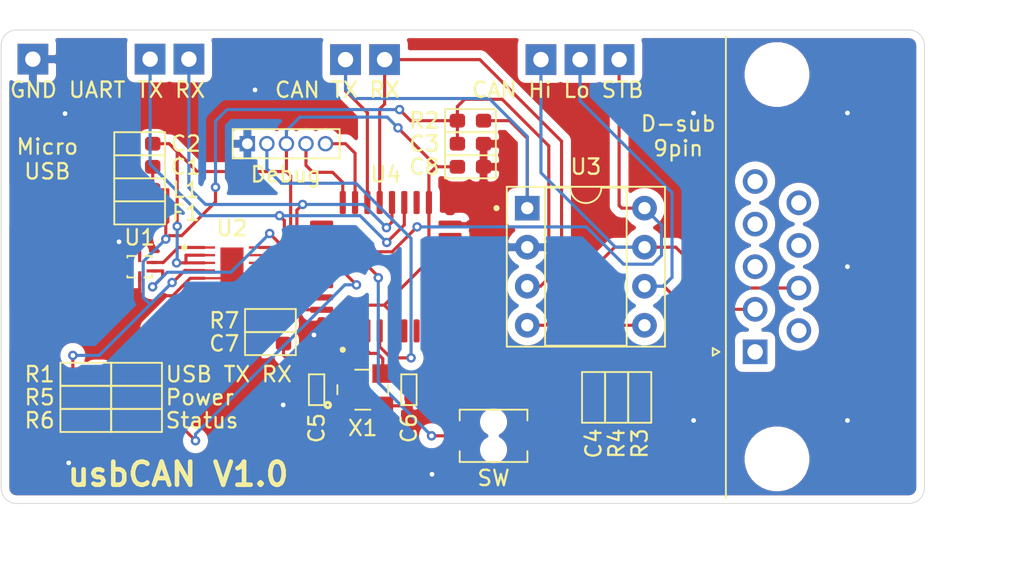
<source format=kicad_pcb>
(kicad_pcb (version 20171130) (host pcbnew "(5.1.9-0-10_14)")

  (general
    (thickness 1.6)
    (drawings 22)
    (tracks 381)
    (zones 0)
    (modules 37)
    (nets 30)
  )

  (page A4)
  (title_block
    (title usbCAN)
    (date 2021-04-07)
    (rev V1.0)
    (company https://github.com/KimiakiK)
  )

  (layers
    (0 F.Cu signal)
    (31 B.Cu signal)
    (32 B.Adhes user)
    (33 F.Adhes user)
    (34 B.Paste user)
    (35 F.Paste user)
    (36 B.SilkS user)
    (37 F.SilkS user)
    (38 B.Mask user)
    (39 F.Mask user)
    (40 Dwgs.User user)
    (41 Cmts.User user)
    (42 Eco1.User user)
    (43 Eco2.User user)
    (44 Edge.Cuts user)
    (45 Margin user)
    (46 B.CrtYd user)
    (47 F.CrtYd user hide)
    (48 B.Fab user)
    (49 F.Fab user hide)
  )

  (setup
    (last_trace_width 0.2032)
    (trace_clearance 0.2032)
    (zone_clearance 0.508)
    (zone_45_only no)
    (trace_min 0.2032)
    (via_size 0.6096)
    (via_drill 0.3048)
    (via_min_size 0.6096)
    (via_min_drill 0.3048)
    (uvia_size 0.2032)
    (uvia_drill 0.1016)
    (uvias_allowed no)
    (uvia_min_size 0.2032)
    (uvia_min_drill 0.1016)
    (edge_width 0.05)
    (segment_width 0.2)
    (pcb_text_width 0.3)
    (pcb_text_size 1.5 1.5)
    (mod_edge_width 0.12)
    (mod_text_size 1 1)
    (mod_text_width 0.15)
    (pad_size 1.524 1.524)
    (pad_drill 0.762)
    (pad_to_mask_clearance 0)
    (aux_axis_origin 0 0)
    (visible_elements FFFFFF7F)
    (pcbplotparams
      (layerselection 0x010fc_ffffffff)
      (usegerberextensions true)
      (usegerberattributes false)
      (usegerberadvancedattributes false)
      (creategerberjobfile false)
      (excludeedgelayer true)
      (linewidth 0.100000)
      (plotframeref false)
      (viasonmask false)
      (mode 1)
      (useauxorigin false)
      (hpglpennumber 1)
      (hpglpenspeed 20)
      (hpglpendiameter 15.000000)
      (psnegative false)
      (psa4output false)
      (plotreference true)
      (plotvalue true)
      (plotinvisibletext false)
      (padsonsilk false)
      (subtractmaskfromsilk false)
      (outputformat 1)
      (mirror false)
      (drillshape 0)
      (scaleselection 1)
      (outputdirectory "usbCAN/"))
  )

  (net 0 "")
  (net 1 GND)
  (net 2 +5V)
  (net 3 +3V3)
  (net 4 "Net-(C4-Pad2)")
  (net 5 OSC_I)
  (net 6 OSC_O)
  (net 7 "Net-(D1-Pad1)")
  (net 8 "Net-(D1-Pad2)")
  (net 9 "Net-(D2-Pad2)")
  (net 10 LED_STATUS)
  (net 11 "Net-(D3-Pad2)")
  (net 12 /D-)
  (net 13 /D+)
  (net 14 /CANL)
  (net 15 /CANH)
  (net 16 NRST)
  (net 17 SWCLK)
  (net 18 SWDIO)
  (net 19 CAN_TX)
  (net 20 "Net-(R7-Pad1)")
  (net 21 SW_USER)
  (net 22 USART1_TX)
  (net 23 USART1_RX)
  (net 24 CAN_RX)
  (net 25 CAN_STB)
  (net 26 /DP)
  (net 27 /DM)
  (net 28 "Net-(F1-Pad1)")
  (net 29 "Net-(F1-Pad2)")

  (net_class Default "This is the default net class."
    (clearance 0.2032)
    (trace_width 0.2032)
    (via_dia 0.6096)
    (via_drill 0.3048)
    (uvia_dia 0.2032)
    (uvia_drill 0.1016)
    (diff_pair_width 0.2032)
    (diff_pair_gap 0.2032)
    (add_net +3V3)
    (add_net +5V)
    (add_net /CANH)
    (add_net /CANL)
    (add_net /D+)
    (add_net /D-)
    (add_net /DM)
    (add_net /DP)
    (add_net CAN_RX)
    (add_net CAN_STB)
    (add_net CAN_TX)
    (add_net GND)
    (add_net LED_STATUS)
    (add_net NRST)
    (add_net "Net-(C4-Pad2)")
    (add_net "Net-(D1-Pad1)")
    (add_net "Net-(D1-Pad2)")
    (add_net "Net-(D2-Pad2)")
    (add_net "Net-(D3-Pad2)")
    (add_net "Net-(F1-Pad1)")
    (add_net "Net-(F1-Pad2)")
    (add_net "Net-(R7-Pad1)")
    (add_net OSC_I)
    (add_net OSC_O)
    (add_net SWCLK)
    (add_net SWDIO)
    (add_net SW_USER)
    (add_net USART1_RX)
    (add_net USART1_TX)
  )

  (module usbCAN:TestPoint_THTPad_2.0x2.0mm_Drill1.0mm (layer F.Cu) (tedit 606D98E3) (tstamp 60718890)
    (at -27.94 -13.5)
    (descr "THT rectangular pad as test Point, square 2.0mm_Drill1.0mm  side length, hole diameter 1.0mm")
    (tags "test point THT pad rectangle square")
    (path /6081C599)
    (attr virtual)
    (fp_text reference TP8 (at 0 -3) (layer F.SilkS) hide
      (effects (font (size 1 1) (thickness 0.15)))
    )
    (fp_text value TestPoint (at 0 3) (layer F.Fab)
      (effects (font (size 1 1) (thickness 0.15)))
    )
    (fp_line (start 1.1 1.1) (end -1.1 1.1) (layer F.CrtYd) (width 0.05))
    (fp_line (start 1.1 1.1) (end 1.1 -1.1) (layer F.CrtYd) (width 0.05))
    (fp_line (start -1.1 -1.1) (end -1.1 1.1) (layer F.CrtYd) (width 0.05))
    (fp_line (start -1.1 -1.1) (end 1.1 -1.1) (layer F.CrtYd) (width 0.05))
    (fp_text user %R (at 0 -3) (layer F.Fab)
      (effects (font (size 1 1) (thickness 0.15)))
    )
    (pad 1 thru_hole rect (at 0 0) (size 2 2) (drill 1) (layers *.Cu *.Mask)
      (net 1 GND))
  )

  (module usbCAN:1608Metric (layer F.Cu) (tedit 606EDCAD) (tstamp 60705A2C)
    (at -21 -3.5)
    (descr "SMD 0603 (1608 Metric)")
    (path /60707471)
    (attr smd)
    (fp_text reference F1 (at 3 0) (layer F.SilkS)
      (effects (font (size 1 1) (thickness 0.15)))
    )
    (fp_text value Polyfuse_Small (at 0 1.778) (layer F.Fab)
      (effects (font (size 1 1) (thickness 0.15)))
    )
    (fp_line (start -1.65 -0.75) (end -1.65 0.75) (layer F.SilkS) (width 0.12))
    (fp_line (start 1.65 -0.75) (end 1.65 0.75) (layer F.SilkS) (width 0.12))
    (fp_line (start -0.8 0.4) (end -0.8 -0.4) (layer F.Fab) (width 0.1))
    (fp_line (start -0.8 -0.4) (end 0.8 -0.4) (layer F.Fab) (width 0.1))
    (fp_line (start 0.8 -0.4) (end 0.8 0.4) (layer F.Fab) (width 0.1))
    (fp_line (start 0.8 0.4) (end -0.8 0.4) (layer F.Fab) (width 0.1))
    (fp_line (start -1.65 -0.75) (end 1.65 -0.75) (layer F.SilkS) (width 0.12))
    (fp_line (start -1.65 0.75) (end 1.65 0.75) (layer F.SilkS) (width 0.12))
    (fp_line (start -1.6 0.7) (end -1.6 -0.7) (layer F.CrtYd) (width 0.05))
    (fp_line (start -1.6 -0.7) (end 1.6 -0.7) (layer F.CrtYd) (width 0.05))
    (fp_line (start 1.6 -0.7) (end 1.6 0.7) (layer F.CrtYd) (width 0.05))
    (fp_line (start 1.6 0.7) (end -1.6 0.7) (layer F.CrtYd) (width 0.05))
    (fp_text user %R (at 0 0) (layer F.Fab)
      (effects (font (size 0.4 0.4) (thickness 0.06)))
    )
    (pad 1 smd roundrect (at -0.85 0) (size 1 0.9) (layers F.Cu F.Paste F.Mask) (roundrect_rratio 0.25)
      (net 28 "Net-(F1-Pad1)"))
    (pad 2 smd roundrect (at 0.85 0) (size 1 0.9) (layers F.Cu F.Paste F.Mask) (roundrect_rratio 0.25)
      (net 29 "Net-(F1-Pad2)"))
    (model ${KISYS3DMOD}/Capacitor_SMD.3dshapes/C_0603_1608Metric.wrl
      (at (xyz 0 0 0))
      (scale (xyz 1 1 1))
      (rotate (xyz 0 0 0))
    )
  )

  (module usbCAN:DSUB-9_Male_Horizontal_P2.77x2.84mm_EdgePinOffset7.70mm_Housed_MountingHolesOffset9.12mm (layer F.Cu) (tedit 606EE4CF) (tstamp 606E1496)
    (at 19 5.54 90)
    (descr "9-pin D-Sub connector, horizontal/angled (90 deg), THT-mount, male, pitch 2.77x2.84mm, pin-PCB-offset 7.699999999999999mm, distance of mounting holes 25mm, distance of mounting holes to PCB edge 9.12mm, see https://disti-assets.s3.amazonaws.com/tonar/files/datasheets/16730.pdf")
    (tags "9-pin D-Sub connector horizontal angled 90deg THT male pitch 2.77x2.84mm pin-PCB-offset 7.699999999999999mm mounting-holes-distance 25mm mounting-hole-offset 25mm")
    (path /606DE4D8)
    (fp_text reference J2 (at 5.54 -2.8 90) (layer F.SilkS) hide
      (effects (font (size 1 1) (thickness 0.15)))
    )
    (fp_text value "D-Sub 9pin" (at 5.54 18.44 90) (layer F.Fab)
      (effects (font (size 1 1) (thickness 0.15)))
    )
    (fp_line (start 21.5 -2.35) (end -10.4 -2.35) (layer F.CrtYd) (width 0.05))
    (fp_line (start 21.5 17.45) (end 21.5 -2.35) (layer F.CrtYd) (width 0.05))
    (fp_line (start -10.4 17.45) (end 21.5 17.45) (layer F.CrtYd) (width 0.05))
    (fp_line (start -10.4 -2.35) (end -10.4 17.45) (layer F.CrtYd) (width 0.05))
    (fp_line (start 0 -2.321325) (end -0.25 -2.754338) (layer F.SilkS) (width 0.12))
    (fp_line (start 0.25 -2.754338) (end 0 -2.321325) (layer F.SilkS) (width 0.12))
    (fp_line (start -0.25 -2.754338) (end 0.25 -2.754338) (layer F.SilkS) (width 0.12))
    (fp_line (start -9.5 -1.9) (end 20.5 -1.9) (layer F.SilkS) (width 0.12))
    (fp_line (start 19.64 10.54) (end 19.64 1.42) (layer F.Fab) (width 0.1))
    (fp_line (start 16.44 10.54) (end 16.44 1.42) (layer F.Fab) (width 0.1))
    (fp_line (start -5.36 10.54) (end -5.36 1.42) (layer F.Fab) (width 0.1))
    (fp_line (start -8.56 10.54) (end -8.56 1.42) (layer F.Fab) (width 0.1))
    (fp_line (start 20.54 10.94) (end 15.54 10.94) (layer F.Fab) (width 0.1))
    (fp_line (start 20.54 15.94) (end 20.54 10.94) (layer F.Fab) (width 0.1))
    (fp_line (start 15.54 15.94) (end 20.54 15.94) (layer F.Fab) (width 0.1))
    (fp_line (start 15.54 10.94) (end 15.54 15.94) (layer F.Fab) (width 0.1))
    (fp_line (start -4.46 10.94) (end -9.46 10.94) (layer F.Fab) (width 0.1))
    (fp_line (start -4.46 15.94) (end -4.46 10.94) (layer F.Fab) (width 0.1))
    (fp_line (start -9.46 15.94) (end -4.46 15.94) (layer F.Fab) (width 0.1))
    (fp_line (start -9.46 10.94) (end -9.46 15.94) (layer F.Fab) (width 0.1))
    (fp_line (start 13.69 10.94) (end -2.61 10.94) (layer F.Fab) (width 0.1))
    (fp_line (start 13.69 16.94) (end 13.69 10.94) (layer F.Fab) (width 0.1))
    (fp_line (start -2.61 16.94) (end 13.69 16.94) (layer F.Fab) (width 0.1))
    (fp_line (start -2.61 10.94) (end -2.61 16.94) (layer F.Fab) (width 0.1))
    (fp_line (start 20.965 10.54) (end -9.885 10.54) (layer F.Fab) (width 0.1))
    (fp_line (start 20.965 10.94) (end 20.965 10.54) (layer F.Fab) (width 0.1))
    (fp_line (start -9.885 10.94) (end 20.965 10.94) (layer F.Fab) (width 0.1))
    (fp_line (start -9.885 10.54) (end -9.885 10.94) (layer F.Fab) (width 0.1))
    (fp_line (start 20.965 -1.8) (end -9.885 -1.8) (layer F.Fab) (width 0.1))
    (fp_line (start 20.965 10.54) (end 20.965 -1.8) (layer F.Fab) (width 0.1))
    (fp_line (start -9.885 10.54) (end 20.965 10.54) (layer F.Fab) (width 0.1))
    (fp_line (start -9.885 -1.8) (end -9.885 10.54) (layer F.Fab) (width 0.1))
    (fp_arc (start -6.96 1.42) (end -8.56 1.42) (angle 180) (layer F.Fab) (width 0.1))
    (fp_arc (start 18.04 1.42) (end 16.44 1.42) (angle 180) (layer F.Fab) (width 0.1))
    (fp_text user %R (at 5.54 13.94 90) (layer F.Fab)
      (effects (font (size 1 1) (thickness 0.15)))
    )
    (pad 1 thru_hole rect (at 0 0 90) (size 1.6 1.6) (drill 1) (layers *.Cu *.Mask))
    (pad 2 thru_hole circle (at 2.77 0 90) (size 1.6 1.6) (drill 1) (layers *.Cu *.Mask)
      (net 14 /CANL))
    (pad 3 thru_hole circle (at 5.54 0 90) (size 1.6 1.6) (drill 1) (layers *.Cu *.Mask))
    (pad 4 thru_hole circle (at 8.31 0 90) (size 1.6 1.6) (drill 1) (layers *.Cu *.Mask))
    (pad 5 thru_hole circle (at 11.08 0 90) (size 1.6 1.6) (drill 1) (layers *.Cu *.Mask))
    (pad 6 thru_hole circle (at 1.385 2.84 90) (size 1.6 1.6) (drill 1) (layers *.Cu *.Mask))
    (pad 7 thru_hole circle (at 4.155 2.84 90) (size 1.6 1.6) (drill 1) (layers *.Cu *.Mask)
      (net 15 /CANH))
    (pad 8 thru_hole circle (at 6.925 2.84 90) (size 1.6 1.6) (drill 1) (layers *.Cu *.Mask))
    (pad 9 thru_hole circle (at 9.695 2.84 90) (size 1.6 1.6) (drill 1) (layers *.Cu *.Mask))
    (pad "" np_thru_hole circle (at -6.96 1.42 90) (size 3.2 3.2) (drill 3.2) (layers *.Cu *.Mask))
    (pad "" np_thru_hole circle (at 18.04 1.42 90) (size 3.2 3.2) (drill 3.2) (layers *.Cu *.Mask))
    (model ${KISYS3DMOD}/Connector_Dsub.3dshapes/DSUB-9_Male_Horizontal_P2.77x2.84mm_EdgePinOffset7.70mm_Housed_MountingHolesOffset9.12mm.wrl
      (at (xyz 0 0 0))
      (scale (xyz 1 1 1))
      (rotate (xyz 0 0 0))
    )
  )

  (module usbCAN:DFN-12-1EP_3x3mm_P0.45mm_EP1.66x2.38mm (layer F.Cu) (tedit 606DBC33) (tstamp 606E15CA)
    (at -15 0)
    (descr "DD Package; 12-Lead Plastic DFN (3mm x 3mm) (see Linear Technology DFN_12_05-08-1725.pdf)")
    (tags "DFN 0.45")
    (path /606BEE61)
    (attr smd)
    (fp_text reference U2 (at 0 -2.5) (layer F.SilkS)
      (effects (font (size 1 1) (thickness 0.15)))
    )
    (fp_text value FT234XD (at 0 3) (layer F.Fab)
      (effects (font (size 1 1) (thickness 0.15)))
    )
    (fp_line (start -1.5 -1.5) (end -1.5 1.5) (layer F.CrtYd) (width 0.05))
    (fp_line (start 1.5 -1.5) (end 1.5 1.5) (layer F.CrtYd) (width 0.05))
    (fp_line (start -1.5 -1.5) (end 1.5 -1.5) (layer F.CrtYd) (width 0.05))
    (fp_line (start -1.5 1.5) (end 1.5 1.5) (layer F.CrtYd) (width 0.05))
    (fp_circle (center -3.1 -1.25) (end -3 -1.25) (layer F.SilkS) (width 0.2))
    (fp_text user %R (at 0 0) (layer F.Fab)
      (effects (font (size 0.7 0.7) (thickness 0.105)))
    )
    (pad 13 smd rect (at -0.925 0.75) (size 0.35 0.15) (layers F.Cu F.Paste F.Mask)
      (net 1 GND))
    (pad 1 smd rect (at -1.8 -1.25) (size 1.4 0.15) (layers F.Cu F.Paste F.Mask)
      (net 27 /DM))
    (pad 2 smd rect (at -1.8 -0.75) (size 1.4 0.15) (layers F.Cu F.Paste F.Mask)
      (net 3 +3V3))
    (pad 3 smd rect (at -1.8 -0.25) (size 1.4 0.15) (layers F.Cu F.Paste F.Mask)
      (net 3 +3V3))
    (pad 4 smd rect (at -1.8 0.25) (size 1.4 0.15) (layers F.Cu F.Paste F.Mask)
      (net 2 +5V))
    (pad 5 smd rect (at -1.8 0.75) (size 1.4 0.15) (layers F.Cu F.Paste F.Mask)
      (net 1 GND))
    (pad 6 smd rect (at -1.8 1.25) (size 1.4 0.15) (layers F.Cu F.Paste F.Mask)
      (net 7 "Net-(D1-Pad1)"))
    (pad 7 smd rect (at 1.8 1.25) (size 1.4 0.15) (layers F.Cu F.Paste F.Mask)
      (net 23 USART1_RX))
    (pad 8 smd rect (at 1.8 0.75) (size 1.4 0.15) (layers F.Cu F.Paste F.Mask))
    (pad 9 smd rect (at 1.8 0.25) (size 1.4 0.15) (layers F.Cu F.Paste F.Mask)
      (net 3 +3V3))
    (pad 10 smd rect (at 1.8 -0.25) (size 1.4 0.15) (layers F.Cu F.Paste F.Mask)
      (net 22 USART1_TX))
    (pad 11 smd rect (at 1.8 -0.75) (size 1.4 0.15) (layers F.Cu F.Paste F.Mask))
    (pad 12 smd rect (at 1.8 -1.25) (size 1.4 0.15) (layers F.Cu F.Paste F.Mask)
      (net 26 /DP))
    (pad 13 smd rect (at 0 0) (size 1.5 2.5) (layers F.Cu F.Paste F.Mask)
      (net 1 GND))
    (model ${KISYS3DMOD}/Package_DFN_QFN.3dshapes/DFN-12-1EP_3x3mm_P0.45mm_EP1.66x2.38mm.wrl
      (at (xyz 0 0 0))
      (scale (xyz 1 1 1))
      (rotate (xyz 0 0 0))
    )
  )

  (module usbCAN:DIP-8_W7.62mm_Socket (layer F.Cu) (tedit 606DBA29) (tstamp 606E15EF)
    (at 8 0)
    (descr "8-lead though-hole mounted DIP package, row spacing 7.62 mm (300 mils), Socket")
    (tags "THT DIP DIL PDIP 2.54mm 7.62mm 300mil Socket")
    (path /606D69AE)
    (fp_text reference U3 (at 0 -6.5) (layer F.SilkS)
      (effects (font (size 1 1) (thickness 0.15)))
    )
    (fp_text value MCP2561 (at 3.81 9.95) (layer F.Fab)
      (effects (font (size 1 1) (thickness 0.15)))
    )
    (fp_circle (center -5.81 -3.81) (end -5.71 -3.81) (layer F.SilkS) (width 0.2))
    (fp_line (start -2.175 -5.08) (end 3.175 -5.08) (layer F.Fab) (width 0.1))
    (fp_line (start 3.175 -5.08) (end 3.175 5.08) (layer F.Fab) (width 0.1))
    (fp_line (start 3.175 5.08) (end -3.175 5.08) (layer F.Fab) (width 0.1))
    (fp_line (start -3.175 5.08) (end -3.175 -4.08) (layer F.Fab) (width 0.1))
    (fp_line (start -3.175 -4.08) (end -2.175 -5.08) (layer F.Fab) (width 0.1))
    (fp_line (start -5.08 -5.14) (end -5.08 5.14) (layer F.Fab) (width 0.1))
    (fp_line (start -5.08 5.14) (end 5.08 5.14) (layer F.Fab) (width 0.1))
    (fp_line (start 5.08 5.14) (end 5.08 -5.14) (layer F.Fab) (width 0.1))
    (fp_line (start 5.08 -5.14) (end -5.08 -5.14) (layer F.Fab) (width 0.1))
    (fp_line (start -1 -5.14) (end -2.65 -5.14) (layer F.SilkS) (width 0.12))
    (fp_line (start -2.65 -5.14) (end -2.65 5.14) (layer F.SilkS) (width 0.12))
    (fp_line (start -2.65 5.14) (end 2.65 5.14) (layer F.SilkS) (width 0.12))
    (fp_line (start 2.65 5.14) (end 2.65 -5.14) (layer F.SilkS) (width 0.12))
    (fp_line (start 2.65 -5.14) (end 1 -5.14) (layer F.SilkS) (width 0.12))
    (fp_line (start -5.14 -5.2) (end -5.14 5.2) (layer F.SilkS) (width 0.12))
    (fp_line (start -5.14 5.2) (end 5.14 5.2) (layer F.SilkS) (width 0.12))
    (fp_line (start 5.14 5.2) (end 5.14 -5.2) (layer F.SilkS) (width 0.12))
    (fp_line (start 5.14 -5.2) (end -5.14 -5.2) (layer F.SilkS) (width 0.12))
    (fp_line (start -5.36 -5.41) (end -5.36 5.39) (layer F.CrtYd) (width 0.05))
    (fp_line (start -5.36 5.39) (end 5.34 5.39) (layer F.CrtYd) (width 0.05))
    (fp_line (start 5.34 5.39) (end 5.34 -5.41) (layer F.CrtYd) (width 0.05))
    (fp_line (start 5.34 -5.41) (end -5.36 -5.41) (layer F.CrtYd) (width 0.05))
    (fp_arc (start 0 -5.14) (end -1 -5.14) (angle -180) (layer F.SilkS) (width 0.12))
    (fp_text user %R (at 3.81 3.81) (layer F.Fab)
      (effects (font (size 1 1) (thickness 0.15)))
    )
    (pad 1 thru_hole rect (at -3.81 -3.81) (size 1.6 1.6) (drill 0.8) (layers *.Cu *.Mask)
      (net 19 CAN_TX))
    (pad 5 thru_hole oval (at 3.81 3.81) (size 1.6 1.6) (drill 0.8) (layers *.Cu *.Mask)
      (net 4 "Net-(C4-Pad2)"))
    (pad 2 thru_hole oval (at -3.81 -1.27) (size 1.6 1.6) (drill 0.8) (layers *.Cu *.Mask)
      (net 1 GND))
    (pad 6 thru_hole oval (at 3.81 1.27) (size 1.6 1.6) (drill 0.8) (layers *.Cu *.Mask)
      (net 14 /CANL))
    (pad 3 thru_hole oval (at -3.81 1.27) (size 1.6 1.6) (drill 0.8) (layers *.Cu *.Mask)
      (net 2 +5V))
    (pad 7 thru_hole oval (at 3.81 -1.27) (size 1.6 1.6) (drill 0.8) (layers *.Cu *.Mask)
      (net 15 /CANH))
    (pad 4 thru_hole oval (at -3.81 3.81) (size 1.6 1.6) (drill 0.8) (layers *.Cu *.Mask)
      (net 24 CAN_RX))
    (pad 8 thru_hole oval (at 3.81 -3.81) (size 1.6 1.6) (drill 0.8) (layers *.Cu *.Mask)
      (net 25 CAN_STB))
    (model ${KISYS3DMOD}/Package_DIP.3dshapes/DIP-8_W7.62mm_Socket.wrl
      (at (xyz 0 0 0))
      (scale (xyz 1 1 1))
      (rotate (xyz 0 0 0))
    )
  )

  (module usbCAN:Crystal_SMD_3225-4Pin_3.2x2.5mm_HandSoldering (layer F.Cu) (tedit 6002CD52) (tstamp 606E162B)
    (at -6.5 8)
    (descr "SMD Crystal SERIES SMD3225/4 http://www.txccrystal.com/images/pdf/7m-accuracy.pdf, hand-soldering, 3.2x2.5mm^2 package")
    (tags "SMD SMT crystal hand-soldering")
    (path /60700294)
    (attr smd)
    (fp_text reference X1 (at 0 2.5) (layer F.SilkS)
      (effects (font (size 1 1) (thickness 0.15)))
    )
    (fp_text value 12MHz (at 0 3.05) (layer F.Fab)
      (effects (font (size 1 1) (thickness 0.15)))
    )
    (fp_circle (center -2.270711 1) (end -2.2 1) (layer F.SilkS) (width 0.2))
    (fp_line (start -1.65 -0.3) (end -1.65 0.3) (layer F.SilkS) (width 0.12))
    (fp_line (start 0.5 -1.3) (end -0.5 -1.3) (layer F.SilkS) (width 0.12))
    (fp_line (start 1.65 0.3) (end 1.65 -0.3) (layer F.SilkS) (width 0.12))
    (fp_line (start -0.5 1.3) (end 0.5 1.3) (layer F.SilkS) (width 0.12))
    (fp_line (start 1.6 -1.25) (end -1.6 -1.25) (layer F.CrtYd) (width 0.05))
    (fp_line (start 1.6 1.25) (end 1.6 -1.25) (layer F.CrtYd) (width 0.05))
    (fp_line (start -1.6 1.25) (end 1.6 1.25) (layer F.CrtYd) (width 0.05))
    (fp_line (start -1.6 -1.25) (end -1.6 1.25) (layer F.CrtYd) (width 0.05))
    (pad 4 smd rect (at -1.3 -1.05) (size 1.35 1.2) (layers F.Cu F.Paste F.Mask)
      (net 1 GND))
    (pad 3 smd rect (at 1.3 -1.05) (size 1.35 1.2) (layers F.Cu F.Paste F.Mask)
      (net 6 OSC_O))
    (pad 2 smd rect (at 1.3 1.05) (size 1.35 1.2) (layers F.Cu F.Paste F.Mask)
      (net 1 GND))
    (pad 1 smd rect (at -1.3 1.05) (size 1.35 1.2) (layers F.Cu F.Paste F.Mask)
      (net 5 OSC_I))
    (model ${KISYS3DMOD}/Crystal.3dshapes/Crystal_SMD_3225-4Pin_3.2x2.5mm_HandSoldering.wrl
      (at (xyz 0 0 0))
      (scale (xyz 1 1 1))
      (rotate (xyz 0 0 0))
    )
  )

  (module usbCAN:LQFP-32_7x7mm_P0.8mm_FusionPCB (layer F.Cu) (tedit 5EEB7036) (tstamp 606E161A)
    (at -5 0 90)
    (descr "LQFP, 32 Pin (https://www.nxp.com/docs/en/package-information/SOT358-1.pdf), generated with kicad-footprint-generator ipc_gullwing_generator.py")
    (tags "LQFP QFP")
    (path /606D21D8)
    (attr smd)
    (fp_text reference U4 (at 6 0 180) (layer F.SilkS)
      (effects (font (size 1 1) (thickness 0.15)))
    )
    (fp_text value STM32F303K8Tx (at 0 5.88 90) (layer F.Fab)
      (effects (font (size 1 1) (thickness 0.15)))
    )
    (fp_line (start -3.5 -2.5) (end -2.5 -3.5) (layer F.Fab) (width 0.1))
    (fp_line (start -3.5 3.5) (end -3.5 -2.5) (layer F.Fab) (width 0.1))
    (fp_line (start 3.5 3.5) (end -3.5 3.5) (layer F.Fab) (width 0.1))
    (fp_line (start 3.5 -3.5) (end 3.5 3.5) (layer F.Fab) (width 0.1))
    (fp_line (start -2.5 -3.5) (end 3.5 -3.5) (layer F.Fab) (width 0.1))
    (fp_circle (center -5.4 -2.8) (end -5.3 -2.8) (layer F.SilkS) (width 0.2))
    (fp_text user %R (at 0 0 90) (layer F.Fab) hide
      (effects (font (size 1 1) (thickness 0.15)))
    )
    (pad 32 smd roundrect (at -2.8 -4.175 90) (size 0.4 1.5) (layers F.Cu F.Paste F.Mask) (roundrect_rratio 0.25)
      (net 1 GND))
    (pad 31 smd roundrect (at -2 -4.175 90) (size 0.4 1.5) (layers F.Cu F.Paste F.Mask) (roundrect_rratio 0.25)
      (net 20 "Net-(R7-Pad1)"))
    (pad 30 smd roundrect (at -1.2 -4.175 90) (size 0.4 1.5) (layers F.Cu F.Paste F.Mask) (roundrect_rratio 0.25))
    (pad 29 smd roundrect (at -0.4 -4.175 90) (size 0.4 1.5) (layers F.Cu F.Paste F.Mask) (roundrect_rratio 0.25)
      (net 10 LED_STATUS))
    (pad 28 smd roundrect (at 0.4 -4.175 90) (size 0.4 1.5) (layers F.Cu F.Paste F.Mask) (roundrect_rratio 0.25)
      (net 21 SW_USER))
    (pad 27 smd roundrect (at 1.2 -4.175 90) (size 0.4 1.5) (layers F.Cu F.Paste F.Mask) (roundrect_rratio 0.25)
      (net 25 CAN_STB))
    (pad 26 smd roundrect (at 2 -4.175 90) (size 0.4 1.5) (layers F.Cu F.Paste F.Mask) (roundrect_rratio 0.25))
    (pad 25 smd roundrect (at 2.8 -4.175 90) (size 0.4 1.5) (layers F.Cu F.Paste F.Mask) (roundrect_rratio 0.25))
    (pad 24 smd roundrect (at 4.175 -2.8 90) (size 1.5 0.4) (layers F.Cu F.Paste F.Mask) (roundrect_rratio 0.25)
      (net 17 SWCLK))
    (pad 23 smd roundrect (at 4.175 -2 90) (size 1.5 0.4) (layers F.Cu F.Paste F.Mask) (roundrect_rratio 0.25)
      (net 18 SWDIO))
    (pad 22 smd roundrect (at 4.175 -1.2 90) (size 1.5 0.4) (layers F.Cu F.Paste F.Mask) (roundrect_rratio 0.25)
      (net 19 CAN_TX))
    (pad 21 smd roundrect (at 4.175 -0.4 90) (size 1.5 0.4) (layers F.Cu F.Paste F.Mask) (roundrect_rratio 0.25)
      (net 24 CAN_RX))
    (pad 20 smd roundrect (at 4.175 0.4 90) (size 1.5 0.4) (layers F.Cu F.Paste F.Mask) (roundrect_rratio 0.25)
      (net 23 USART1_RX))
    (pad 19 smd roundrect (at 4.175 1.2 90) (size 1.5 0.4) (layers F.Cu F.Paste F.Mask) (roundrect_rratio 0.25)
      (net 22 USART1_TX))
    (pad 18 smd roundrect (at 4.175 2 90) (size 1.5 0.4) (layers F.Cu F.Paste F.Mask) (roundrect_rratio 0.25))
    (pad 17 smd roundrect (at 4.175 2.8 90) (size 1.5 0.4) (layers F.Cu F.Paste F.Mask) (roundrect_rratio 0.25)
      (net 3 +3V3))
    (pad 16 smd roundrect (at 2.8 4.175 90) (size 0.4 1.5) (layers F.Cu F.Paste F.Mask) (roundrect_rratio 0.25)
      (net 1 GND))
    (pad 15 smd roundrect (at 2 4.175 90) (size 0.4 1.5) (layers F.Cu F.Paste F.Mask) (roundrect_rratio 0.25))
    (pad 14 smd roundrect (at 1.2 4.175 90) (size 0.4 1.5) (layers F.Cu F.Paste F.Mask) (roundrect_rratio 0.25))
    (pad 13 smd roundrect (at 0.4 4.175 90) (size 0.4 1.5) (layers F.Cu F.Paste F.Mask) (roundrect_rratio 0.25))
    (pad 12 smd roundrect (at -0.4 4.175 90) (size 0.4 1.5) (layers F.Cu F.Paste F.Mask) (roundrect_rratio 0.25))
    (pad 11 smd roundrect (at -1.2 4.175 90) (size 0.4 1.5) (layers F.Cu F.Paste F.Mask) (roundrect_rratio 0.25))
    (pad 10 smd roundrect (at -2 4.175 90) (size 0.4 1.5) (layers F.Cu F.Paste F.Mask) (roundrect_rratio 0.25))
    (pad 9 smd roundrect (at -2.8 4.175 90) (size 0.4 1.5) (layers F.Cu F.Paste F.Mask) (roundrect_rratio 0.25))
    (pad 8 smd roundrect (at -4.175 2.8 90) (size 1.5 0.4) (layers F.Cu F.Paste F.Mask) (roundrect_rratio 0.25))
    (pad 7 smd roundrect (at -4.175 2 90) (size 1.5 0.4) (layers F.Cu F.Paste F.Mask) (roundrect_rratio 0.25))
    (pad 6 smd roundrect (at -4.175 1.2 90) (size 1.5 0.4) (layers F.Cu F.Paste F.Mask) (roundrect_rratio 0.25))
    (pad 5 smd roundrect (at -4.175 0.4 90) (size 1.5 0.4) (layers F.Cu F.Paste F.Mask) (roundrect_rratio 0.25)
      (net 3 +3V3))
    (pad 4 smd roundrect (at -4.175 -0.4 90) (size 1.5 0.4) (layers F.Cu F.Paste F.Mask) (roundrect_rratio 0.25)
      (net 16 NRST))
    (pad 3 smd roundrect (at -4.175 -1.2 90) (size 1.5 0.4) (layers F.Cu F.Paste F.Mask) (roundrect_rratio 0.25)
      (net 6 OSC_O))
    (pad 2 smd roundrect (at -4.175 -2 90) (size 1.5 0.4) (layers F.Cu F.Paste F.Mask) (roundrect_rratio 0.25)
      (net 5 OSC_I))
    (pad 1 smd roundrect (at -4.175 -2.8 90) (size 1.5 0.4) (layers F.Cu F.Paste F.Mask) (roundrect_rratio 0.25)
      (net 3 +3V3))
    (model ${KISYS3DMOD}/Package_QFP.3dshapes/LQFP-32_7x7mm_P0.8mm.wrl
      (at (xyz 0 0 0))
      (scale (xyz 1 1 1))
      (rotate (xyz 0 0 0))
    )
  )

  (module usbCAN:LXES11D (layer F.Cu) (tedit 606D9858) (tstamp 606E15AE)
    (at -21 0 90)
    (path /606D585C)
    (fp_text reference U1 (at 1.9 0 180) (layer F.SilkS)
      (effects (font (size 1 1) (thickness 0.15)))
    )
    (fp_text value LXES11DAA2-135 (at 0.025 2.2 90) (layer F.Fab)
      (effects (font (size 1 1) (thickness 0.15)))
    )
    (fp_line (start -0.5 -0.625) (end 0.5 -0.625) (layer F.CrtYd) (width 0.05))
    (fp_line (start 0.5 -0.625) (end 0.5 0.625) (layer F.CrtYd) (width 0.05))
    (fp_line (start 0.5 0.625) (end -0.5 0.625) (layer F.CrtYd) (width 0.05))
    (fp_line (start -0.5 0.625) (end -0.5 -0.625) (layer F.CrtYd) (width 0.05))
    (fp_line (start 0.6 -0.8) (end 0.7 -0.8) (layer F.SilkS) (width 0.12))
    (fp_line (start 0.7 -0.8) (end 0.7 -0.3) (layer F.SilkS) (width 0.12))
    (fp_line (start 0.7 0.3) (end 0.7 0.8) (layer F.SilkS) (width 0.12))
    (fp_line (start 0.7 0.8) (end 0.6 0.8) (layer F.SilkS) (width 0.12))
    (fp_line (start -0.5 0.8) (end -0.7 0.8) (layer F.SilkS) (width 0.12))
    (fp_line (start -0.7 0.8) (end -0.7 0.3) (layer F.SilkS) (width 0.12))
    (fp_line (start -0.7 -0.3) (end -0.7 -0.8) (layer F.SilkS) (width 0.12))
    (fp_line (start -0.7 -0.8) (end -0.6 -0.8) (layer F.SilkS) (width 0.12))
    (pad 6 smd rect (at -0.65 0 90) (size 0.7 0.2) (layers F.Cu F.Paste F.Mask)
      (net 1 GND))
    (pad 5 smd rect (at -0.275 0.7875 90) (size 0.2 0.675) (layers F.Cu F.Paste F.Mask)
      (net 26 /DP))
    (pad 4 smd rect (at 0.275 0.7875 90) (size 0.2 0.675) (layers F.Cu F.Paste F.Mask)
      (net 27 /DM))
    (pad 3 smd rect (at 0.65 0 90) (size 0.7 0.2) (layers F.Cu F.Paste F.Mask)
      (net 1 GND))
    (pad 2 smd rect (at 0.275 -0.7875 90) (size 0.2 0.675) (layers F.Cu F.Paste F.Mask)
      (net 12 /D-))
    (pad 1 smd rect (at -0.275 -0.7875 90) (size 0.2 0.675) (layers F.Cu F.Paste F.Mask)
      (net 13 /D+))
  )

  (module usbCAN:TestPoint_THTPad_2.0x2.0mm_Drill1.0mm (layer F.Cu) (tedit 606D98E3) (tstamp 606E1598)
    (at 10.16 -13.47)
    (descr "THT rectangular pad as test Point, square 2.0mm_Drill1.0mm  side length, hole diameter 1.0mm")
    (tags "test point THT pad rectangle square")
    (path /60730723)
    (attr virtual)
    (fp_text reference TP7 (at 0 -3) (layer F.SilkS) hide
      (effects (font (size 1 1) (thickness 0.15)))
    )
    (fp_text value TestPoint (at 0 3) (layer F.Fab)
      (effects (font (size 1 1) (thickness 0.15)))
    )
    (fp_line (start 1.1 1.1) (end -1.1 1.1) (layer F.CrtYd) (width 0.05))
    (fp_line (start 1.1 1.1) (end 1.1 -1.1) (layer F.CrtYd) (width 0.05))
    (fp_line (start -1.1 -1.1) (end -1.1 1.1) (layer F.CrtYd) (width 0.05))
    (fp_line (start -1.1 -1.1) (end 1.1 -1.1) (layer F.CrtYd) (width 0.05))
    (fp_text user %R (at 0 -3) (layer F.Fab)
      (effects (font (size 1 1) (thickness 0.15)))
    )
    (pad 1 thru_hole rect (at 0 0) (size 2 2) (drill 1) (layers *.Cu *.Mask)
      (net 25 CAN_STB))
  )

  (module usbCAN:TestPoint_THTPad_2.0x2.0mm_Drill1.0mm (layer F.Cu) (tedit 606D98E3) (tstamp 606E158E)
    (at -5.08 -13.47)
    (descr "THT rectangular pad as test Point, square 2.0mm_Drill1.0mm  side length, hole diameter 1.0mm")
    (tags "test point THT pad rectangle square")
    (path /6072E731)
    (attr virtual)
    (fp_text reference TP6 (at 0 -3) (layer F.SilkS) hide
      (effects (font (size 1 1) (thickness 0.15)))
    )
    (fp_text value TestPoint (at 0 3) (layer F.Fab)
      (effects (font (size 1 1) (thickness 0.15)))
    )
    (fp_line (start 1.1 1.1) (end -1.1 1.1) (layer F.CrtYd) (width 0.05))
    (fp_line (start 1.1 1.1) (end 1.1 -1.1) (layer F.CrtYd) (width 0.05))
    (fp_line (start -1.1 -1.1) (end -1.1 1.1) (layer F.CrtYd) (width 0.05))
    (fp_line (start -1.1 -1.1) (end 1.1 -1.1) (layer F.CrtYd) (width 0.05))
    (fp_text user %R (at 0 -3) (layer F.Fab)
      (effects (font (size 1 1) (thickness 0.15)))
    )
    (pad 1 thru_hole rect (at 0 0) (size 2 2) (drill 1) (layers *.Cu *.Mask)
      (net 24 CAN_RX))
  )

  (module usbCAN:TestPoint_THTPad_2.0x2.0mm_Drill1.0mm (layer F.Cu) (tedit 606D98E3) (tstamp 606E1584)
    (at -7.62 -13.47)
    (descr "THT rectangular pad as test Point, square 2.0mm_Drill1.0mm  side length, hole diameter 1.0mm")
    (tags "test point THT pad rectangle square")
    (path /6072E552)
    (attr virtual)
    (fp_text reference TP5 (at 0 -3) (layer F.SilkS) hide
      (effects (font (size 1 1) (thickness 0.15)))
    )
    (fp_text value TestPoint (at 0 3) (layer F.Fab)
      (effects (font (size 1 1) (thickness 0.15)))
    )
    (fp_line (start 1.1 1.1) (end -1.1 1.1) (layer F.CrtYd) (width 0.05))
    (fp_line (start 1.1 1.1) (end 1.1 -1.1) (layer F.CrtYd) (width 0.05))
    (fp_line (start -1.1 -1.1) (end -1.1 1.1) (layer F.CrtYd) (width 0.05))
    (fp_line (start -1.1 -1.1) (end 1.1 -1.1) (layer F.CrtYd) (width 0.05))
    (fp_text user %R (at 0 -3) (layer F.Fab)
      (effects (font (size 1 1) (thickness 0.15)))
    )
    (pad 1 thru_hole rect (at 0 0) (size 2 2) (drill 1) (layers *.Cu *.Mask)
      (net 19 CAN_TX))
  )

  (module usbCAN:TestPoint_THTPad_2.0x2.0mm_Drill1.0mm (layer F.Cu) (tedit 606D98E3) (tstamp 606E157A)
    (at -17.8 -13.5)
    (descr "THT rectangular pad as test Point, square 2.0mm_Drill1.0mm  side length, hole diameter 1.0mm")
    (tags "test point THT pad rectangle square")
    (path /6072DDE2)
    (attr virtual)
    (fp_text reference TP4 (at 0 -3) (layer F.SilkS) hide
      (effects (font (size 1 1) (thickness 0.15)))
    )
    (fp_text value TestPoint (at 0 3) (layer F.Fab)
      (effects (font (size 1 1) (thickness 0.15)))
    )
    (fp_line (start 1.1 1.1) (end -1.1 1.1) (layer F.CrtYd) (width 0.05))
    (fp_line (start 1.1 1.1) (end 1.1 -1.1) (layer F.CrtYd) (width 0.05))
    (fp_line (start -1.1 -1.1) (end -1.1 1.1) (layer F.CrtYd) (width 0.05))
    (fp_line (start -1.1 -1.1) (end 1.1 -1.1) (layer F.CrtYd) (width 0.05))
    (fp_text user %R (at 0 -3) (layer F.Fab)
      (effects (font (size 1 1) (thickness 0.15)))
    )
    (pad 1 thru_hole rect (at 0 0) (size 2 2) (drill 1) (layers *.Cu *.Mask)
      (net 23 USART1_RX))
  )

  (module usbCAN:TestPoint_THTPad_2.0x2.0mm_Drill1.0mm (layer F.Cu) (tedit 606D98E3) (tstamp 606E1570)
    (at -20.32 -13.5)
    (descr "THT rectangular pad as test Point, square 2.0mm_Drill1.0mm  side length, hole diameter 1.0mm")
    (tags "test point THT pad rectangle square")
    (path /6072CDEF)
    (attr virtual)
    (fp_text reference TP3 (at 0 -3) (layer F.SilkS) hide
      (effects (font (size 1 1) (thickness 0.15)))
    )
    (fp_text value TestPoint (at 0 3) (layer F.Fab)
      (effects (font (size 1 1) (thickness 0.15)))
    )
    (fp_line (start 1.1 1.1) (end -1.1 1.1) (layer F.CrtYd) (width 0.05))
    (fp_line (start 1.1 1.1) (end 1.1 -1.1) (layer F.CrtYd) (width 0.05))
    (fp_line (start -1.1 -1.1) (end -1.1 1.1) (layer F.CrtYd) (width 0.05))
    (fp_line (start -1.1 -1.1) (end 1.1 -1.1) (layer F.CrtYd) (width 0.05))
    (fp_text user %R (at 0 -3) (layer F.Fab)
      (effects (font (size 1 1) (thickness 0.15)))
    )
    (pad 1 thru_hole rect (at 0 0) (size 2 2) (drill 1) (layers *.Cu *.Mask)
      (net 22 USART1_TX))
  )

  (module usbCAN:TestPoint_THTPad_2.0x2.0mm_Drill1.0mm (layer F.Cu) (tedit 606D98E3) (tstamp 606E1566)
    (at 7.62 -13.47)
    (descr "THT rectangular pad as test Point, square 2.0mm_Drill1.0mm  side length, hole diameter 1.0mm")
    (tags "test point THT pad rectangle square")
    (path /606E130B)
    (attr virtual)
    (fp_text reference TP2 (at 0 -3) (layer F.SilkS) hide
      (effects (font (size 1 1) (thickness 0.15)))
    )
    (fp_text value TestPoint (at 0 3) (layer F.Fab)
      (effects (font (size 1 1) (thickness 0.15)))
    )
    (fp_line (start 1.1 1.1) (end -1.1 1.1) (layer F.CrtYd) (width 0.05))
    (fp_line (start 1.1 1.1) (end 1.1 -1.1) (layer F.CrtYd) (width 0.05))
    (fp_line (start -1.1 -1.1) (end -1.1 1.1) (layer F.CrtYd) (width 0.05))
    (fp_line (start -1.1 -1.1) (end 1.1 -1.1) (layer F.CrtYd) (width 0.05))
    (fp_text user %R (at 0 -3) (layer F.Fab)
      (effects (font (size 1 1) (thickness 0.15)))
    )
    (pad 1 thru_hole rect (at 0 0) (size 2 2) (drill 1) (layers *.Cu *.Mask)
      (net 14 /CANL))
  )

  (module usbCAN:TestPoint_THTPad_2.0x2.0mm_Drill1.0mm (layer F.Cu) (tedit 606D98E3) (tstamp 606E155C)
    (at 5.08 -13.47)
    (descr "THT rectangular pad as test Point, square 2.0mm_Drill1.0mm  side length, hole diameter 1.0mm")
    (tags "test point THT pad rectangle square")
    (path /606E00CE)
    (attr virtual)
    (fp_text reference TP1 (at 0 -3) (layer F.SilkS) hide
      (effects (font (size 1 1) (thickness 0.15)))
    )
    (fp_text value TestPoint (at 0 3) (layer F.Fab)
      (effects (font (size 1 1) (thickness 0.15)))
    )
    (fp_line (start 1.1 1.1) (end -1.1 1.1) (layer F.CrtYd) (width 0.05))
    (fp_line (start 1.1 1.1) (end 1.1 -1.1) (layer F.CrtYd) (width 0.05))
    (fp_line (start -1.1 -1.1) (end -1.1 1.1) (layer F.CrtYd) (width 0.05))
    (fp_line (start -1.1 -1.1) (end 1.1 -1.1) (layer F.CrtYd) (width 0.05))
    (fp_text user %R (at 0 -3) (layer F.Fab)
      (effects (font (size 1 1) (thickness 0.15)))
    )
    (pad 1 thru_hole rect (at 0 0) (size 2 2) (drill 1) (layers *.Cu *.Mask)
      (net 15 /CANH))
  )

  (module usbCAN:SW_TVAF06 (layer F.Cu) (tedit 606D931F) (tstamp 606E1552)
    (at 2 11 270)
    (path /60742CB2)
    (fp_text reference SW1 (at 0 -3.6 90) (layer F.SilkS) hide
      (effects (font (size 1 1) (thickness 0.15)))
    )
    (fp_text value "User SW" (at 0.3 4 90) (layer F.Fab)
      (effects (font (size 1 1) (thickness 0.15)))
    )
    (fp_line (start -1.5 2) (end -1.5 -2) (layer F.CrtYd) (width 0.05))
    (fp_line (start 1.5 2) (end -1.5 2) (layer F.CrtYd) (width 0.05))
    (fp_line (start 1.5 -2) (end 1.5 2) (layer F.CrtYd) (width 0.05))
    (fp_line (start -1.5 -2) (end 1.5 -2) (layer F.CrtYd) (width 0.05))
    (fp_line (start 1 -2.2) (end 1.7 -2.2) (layer F.SilkS) (width 0.12))
    (fp_line (start 1.7 -2.2) (end 1.7 2.2) (layer F.SilkS) (width 0.12))
    (fp_line (start 1.7 2.2) (end 1 2.2) (layer F.SilkS) (width 0.12))
    (fp_line (start -1 2.2) (end -1.7 2.2) (layer F.SilkS) (width 0.12))
    (fp_line (start -1.7 2.2) (end -1.7 -2.2) (layer F.SilkS) (width 0.12))
    (fp_line (start -1.7 -2.2) (end -1 -2.2) (layer F.SilkS) (width 0.12))
    (pad "" np_thru_hole circle (at 0.9 0 270) (size 0.75 0.75) (drill 0.75) (layers *.Cu *.Mask))
    (pad "" np_thru_hole circle (at -0.9 0 270) (size 0.75 0.75) (drill 0.75) (layers *.Cu *.Mask))
    (pad 2 smd rect (at 0 2.2 270) (size 1.6 1) (layers F.Cu F.Paste F.Mask)
      (net 21 SW_USER))
    (pad 1 smd rect (at 0 -2.2 270) (size 1.6 1) (layers F.Cu F.Paste F.Mask)
      (net 1 GND))
  )

  (module usbCAN:1608Metric (layer F.Cu) (tedit 606EDCAD) (tstamp 606E1540)
    (at -12.5 3.5 180)
    (descr "SMD 0603 (1608 Metric)")
    (path /60710421)
    (attr smd)
    (fp_text reference R7 (at 3 0) (layer F.SilkS)
      (effects (font (size 1 1) (thickness 0.15)))
    )
    (fp_text value 10k (at 0 1.778) (layer F.Fab)
      (effects (font (size 1 1) (thickness 0.15)))
    )
    (fp_line (start 1.6 0.7) (end -1.6 0.7) (layer F.CrtYd) (width 0.05))
    (fp_line (start 1.6 -0.7) (end 1.6 0.7) (layer F.CrtYd) (width 0.05))
    (fp_line (start -1.6 -0.7) (end 1.6 -0.7) (layer F.CrtYd) (width 0.05))
    (fp_line (start -1.6 0.7) (end -1.6 -0.7) (layer F.CrtYd) (width 0.05))
    (fp_line (start -1.65 0.75) (end 1.65 0.75) (layer F.SilkS) (width 0.12))
    (fp_line (start -1.65 -0.75) (end 1.65 -0.75) (layer F.SilkS) (width 0.12))
    (fp_line (start 0.8 0.4) (end -0.8 0.4) (layer F.Fab) (width 0.1))
    (fp_line (start 0.8 -0.4) (end 0.8 0.4) (layer F.Fab) (width 0.1))
    (fp_line (start -0.8 -0.4) (end 0.8 -0.4) (layer F.Fab) (width 0.1))
    (fp_line (start -0.8 0.4) (end -0.8 -0.4) (layer F.Fab) (width 0.1))
    (fp_line (start 1.65 -0.75) (end 1.65 0.75) (layer F.SilkS) (width 0.12))
    (fp_line (start -1.65 -0.75) (end -1.65 0.75) (layer F.SilkS) (width 0.12))
    (fp_text user %R (at 0 0) (layer F.Fab)
      (effects (font (size 0.4 0.4) (thickness 0.06)))
    )
    (pad 1 smd roundrect (at -0.85 0 180) (size 1 0.9) (layers F.Cu F.Paste F.Mask) (roundrect_rratio 0.25)
      (net 20 "Net-(R7-Pad1)"))
    (pad 2 smd roundrect (at 0.85 0 180) (size 1 0.9) (layers F.Cu F.Paste F.Mask) (roundrect_rratio 0.25)
      (net 1 GND))
    (model ${KISYS3DMOD}/Capacitor_SMD.3dshapes/C_0603_1608Metric.wrl
      (at (xyz 0 0 0))
      (scale (xyz 1 1 1))
      (rotate (xyz 0 0 0))
    )
  )

  (module usbCAN:1608Metric (layer F.Cu) (tedit 606EDCAD) (tstamp 606E152D)
    (at -24.5 10 180)
    (descr "SMD 0603 (1608 Metric)")
    (path /60775B8E)
    (attr smd)
    (fp_text reference R6 (at 3 0) (layer F.SilkS)
      (effects (font (size 1 1) (thickness 0.15)))
    )
    (fp_text value R_Small (at 0 1.778) (layer F.Fab)
      (effects (font (size 1 1) (thickness 0.15)))
    )
    (fp_line (start 1.6 0.7) (end -1.6 0.7) (layer F.CrtYd) (width 0.05))
    (fp_line (start 1.6 -0.7) (end 1.6 0.7) (layer F.CrtYd) (width 0.05))
    (fp_line (start -1.6 -0.7) (end 1.6 -0.7) (layer F.CrtYd) (width 0.05))
    (fp_line (start -1.6 0.7) (end -1.6 -0.7) (layer F.CrtYd) (width 0.05))
    (fp_line (start -1.65 0.75) (end 1.65 0.75) (layer F.SilkS) (width 0.12))
    (fp_line (start -1.65 -0.75) (end 1.65 -0.75) (layer F.SilkS) (width 0.12))
    (fp_line (start 0.8 0.4) (end -0.8 0.4) (layer F.Fab) (width 0.1))
    (fp_line (start 0.8 -0.4) (end 0.8 0.4) (layer F.Fab) (width 0.1))
    (fp_line (start -0.8 -0.4) (end 0.8 -0.4) (layer F.Fab) (width 0.1))
    (fp_line (start -0.8 0.4) (end -0.8 -0.4) (layer F.Fab) (width 0.1))
    (fp_line (start 1.65 -0.75) (end 1.65 0.75) (layer F.SilkS) (width 0.12))
    (fp_line (start -1.65 -0.75) (end -1.65 0.75) (layer F.SilkS) (width 0.12))
    (fp_text user %R (at 0 0) (layer F.Fab)
      (effects (font (size 0.4 0.4) (thickness 0.06)))
    )
    (pad 1 smd roundrect (at -0.85 0 180) (size 1 0.9) (layers F.Cu F.Paste F.Mask) (roundrect_rratio 0.25)
      (net 11 "Net-(D3-Pad2)"))
    (pad 2 smd roundrect (at 0.85 0 180) (size 1 0.9) (layers F.Cu F.Paste F.Mask) (roundrect_rratio 0.25)
      (net 2 +5V))
    (model ${KISYS3DMOD}/Capacitor_SMD.3dshapes/C_0603_1608Metric.wrl
      (at (xyz 0 0 0))
      (scale (xyz 1 1 1))
      (rotate (xyz 0 0 0))
    )
  )

  (module usbCAN:1608Metric (layer F.Cu) (tedit 606EDCAD) (tstamp 606E151A)
    (at -24.5 8.5 180)
    (descr "SMD 0603 (1608 Metric)")
    (path /607323B7)
    (attr smd)
    (fp_text reference R5 (at 3 0) (layer F.SilkS)
      (effects (font (size 1 1) (thickness 0.15)))
    )
    (fp_text value R_Small (at 0 1.778) (layer F.Fab)
      (effects (font (size 1 1) (thickness 0.15)))
    )
    (fp_line (start 1.6 0.7) (end -1.6 0.7) (layer F.CrtYd) (width 0.05))
    (fp_line (start 1.6 -0.7) (end 1.6 0.7) (layer F.CrtYd) (width 0.05))
    (fp_line (start -1.6 -0.7) (end 1.6 -0.7) (layer F.CrtYd) (width 0.05))
    (fp_line (start -1.6 0.7) (end -1.6 -0.7) (layer F.CrtYd) (width 0.05))
    (fp_line (start -1.65 0.75) (end 1.65 0.75) (layer F.SilkS) (width 0.12))
    (fp_line (start -1.65 -0.75) (end 1.65 -0.75) (layer F.SilkS) (width 0.12))
    (fp_line (start 0.8 0.4) (end -0.8 0.4) (layer F.Fab) (width 0.1))
    (fp_line (start 0.8 -0.4) (end 0.8 0.4) (layer F.Fab) (width 0.1))
    (fp_line (start -0.8 -0.4) (end 0.8 -0.4) (layer F.Fab) (width 0.1))
    (fp_line (start -0.8 0.4) (end -0.8 -0.4) (layer F.Fab) (width 0.1))
    (fp_line (start 1.65 -0.75) (end 1.65 0.75) (layer F.SilkS) (width 0.12))
    (fp_line (start -1.65 -0.75) (end -1.65 0.75) (layer F.SilkS) (width 0.12))
    (fp_text user %R (at 0 0) (layer F.Fab)
      (effects (font (size 0.4 0.4) (thickness 0.06)))
    )
    (pad 1 smd roundrect (at -0.85 0 180) (size 1 0.9) (layers F.Cu F.Paste F.Mask) (roundrect_rratio 0.25)
      (net 9 "Net-(D2-Pad2)"))
    (pad 2 smd roundrect (at 0.85 0 180) (size 1 0.9) (layers F.Cu F.Paste F.Mask) (roundrect_rratio 0.25)
      (net 2 +5V))
    (model ${KISYS3DMOD}/Capacitor_SMD.3dshapes/C_0603_1608Metric.wrl
      (at (xyz 0 0 0))
      (scale (xyz 1 1 1))
      (rotate (xyz 0 0 0))
    )
  )

  (module usbCAN:1608Metric (layer F.Cu) (tedit 606EDCAD) (tstamp 606E1507)
    (at 11.5 8.5 90)
    (descr "SMD 0603 (1608 Metric)")
    (path /606CD574)
    (attr smd)
    (fp_text reference R4 (at -3 -1.5 90) (layer F.SilkS)
      (effects (font (size 1 1) (thickness 0.15)))
    )
    (fp_text value 62 (at 0 1.778 90) (layer F.Fab)
      (effects (font (size 1 1) (thickness 0.15)))
    )
    (fp_line (start 1.6 0.7) (end -1.6 0.7) (layer F.CrtYd) (width 0.05))
    (fp_line (start 1.6 -0.7) (end 1.6 0.7) (layer F.CrtYd) (width 0.05))
    (fp_line (start -1.6 -0.7) (end 1.6 -0.7) (layer F.CrtYd) (width 0.05))
    (fp_line (start -1.6 0.7) (end -1.6 -0.7) (layer F.CrtYd) (width 0.05))
    (fp_line (start -1.65 0.75) (end 1.65 0.75) (layer F.SilkS) (width 0.12))
    (fp_line (start -1.65 -0.75) (end 1.65 -0.75) (layer F.SilkS) (width 0.12))
    (fp_line (start 0.8 0.4) (end -0.8 0.4) (layer F.Fab) (width 0.1))
    (fp_line (start 0.8 -0.4) (end 0.8 0.4) (layer F.Fab) (width 0.1))
    (fp_line (start -0.8 -0.4) (end 0.8 -0.4) (layer F.Fab) (width 0.1))
    (fp_line (start -0.8 0.4) (end -0.8 -0.4) (layer F.Fab) (width 0.1))
    (fp_line (start 1.65 -0.75) (end 1.65 0.75) (layer F.SilkS) (width 0.12))
    (fp_line (start -1.65 -0.75) (end -1.65 0.75) (layer F.SilkS) (width 0.12))
    (fp_text user %R (at 0 0 90) (layer F.Fab)
      (effects (font (size 0.4 0.4) (thickness 0.06)))
    )
    (pad 1 smd roundrect (at -0.85 0 90) (size 1 0.9) (layers F.Cu F.Paste F.Mask) (roundrect_rratio 0.25)
      (net 4 "Net-(C4-Pad2)"))
    (pad 2 smd roundrect (at 0.85 0 90) (size 1 0.9) (layers F.Cu F.Paste F.Mask) (roundrect_rratio 0.25)
      (net 14 /CANL))
    (model ${KISYS3DMOD}/Capacitor_SMD.3dshapes/C_0603_1608Metric.wrl
      (at (xyz 0 0 0))
      (scale (xyz 1 1 1))
      (rotate (xyz 0 0 0))
    )
  )

  (module usbCAN:1608Metric (layer F.Cu) (tedit 606EDCAD) (tstamp 606E14F4)
    (at 8.5 8.5 270)
    (descr "SMD 0603 (1608 Metric)")
    (path /606CE486)
    (attr smd)
    (fp_text reference R3 (at 3 -3 90) (layer F.SilkS)
      (effects (font (size 1 1) (thickness 0.15)))
    )
    (fp_text value 62 (at 0 1.778 90) (layer F.Fab)
      (effects (font (size 1 1) (thickness 0.15)))
    )
    (fp_line (start 1.6 0.7) (end -1.6 0.7) (layer F.CrtYd) (width 0.05))
    (fp_line (start 1.6 -0.7) (end 1.6 0.7) (layer F.CrtYd) (width 0.05))
    (fp_line (start -1.6 -0.7) (end 1.6 -0.7) (layer F.CrtYd) (width 0.05))
    (fp_line (start -1.6 0.7) (end -1.6 -0.7) (layer F.CrtYd) (width 0.05))
    (fp_line (start -1.65 0.75) (end 1.65 0.75) (layer F.SilkS) (width 0.12))
    (fp_line (start -1.65 -0.75) (end 1.65 -0.75) (layer F.SilkS) (width 0.12))
    (fp_line (start 0.8 0.4) (end -0.8 0.4) (layer F.Fab) (width 0.1))
    (fp_line (start 0.8 -0.4) (end 0.8 0.4) (layer F.Fab) (width 0.1))
    (fp_line (start -0.8 -0.4) (end 0.8 -0.4) (layer F.Fab) (width 0.1))
    (fp_line (start -0.8 0.4) (end -0.8 -0.4) (layer F.Fab) (width 0.1))
    (fp_line (start 1.65 -0.75) (end 1.65 0.75) (layer F.SilkS) (width 0.12))
    (fp_line (start -1.65 -0.75) (end -1.65 0.75) (layer F.SilkS) (width 0.12))
    (fp_text user %R (at 0 0 90) (layer F.Fab)
      (effects (font (size 0.4 0.4) (thickness 0.06)))
    )
    (pad 1 smd roundrect (at -0.85 0 270) (size 1 0.9) (layers F.Cu F.Paste F.Mask) (roundrect_rratio 0.25)
      (net 15 /CANH))
    (pad 2 smd roundrect (at 0.85 0 270) (size 1 0.9) (layers F.Cu F.Paste F.Mask) (roundrect_rratio 0.25)
      (net 4 "Net-(C4-Pad2)"))
    (model ${KISYS3DMOD}/Capacitor_SMD.3dshapes/C_0603_1608Metric.wrl
      (at (xyz 0 0 0))
      (scale (xyz 1 1 1))
      (rotate (xyz 0 0 0))
    )
  )

  (module usbCAN:1608Metric (layer F.Cu) (tedit 606EDCAD) (tstamp 606E14E1)
    (at 0.5 -9.5 180)
    (descr "SMD 0603 (1608 Metric)")
    (path /607FF8F2)
    (attr smd)
    (fp_text reference R2 (at 3 0) (layer F.SilkS)
      (effects (font (size 1 1) (thickness 0.15)))
    )
    (fp_text value 10k (at 0 1.778) (layer F.Fab)
      (effects (font (size 1 1) (thickness 0.15)))
    )
    (fp_line (start 1.6 0.7) (end -1.6 0.7) (layer F.CrtYd) (width 0.05))
    (fp_line (start 1.6 -0.7) (end 1.6 0.7) (layer F.CrtYd) (width 0.05))
    (fp_line (start -1.6 -0.7) (end 1.6 -0.7) (layer F.CrtYd) (width 0.05))
    (fp_line (start -1.6 0.7) (end -1.6 -0.7) (layer F.CrtYd) (width 0.05))
    (fp_line (start -1.65 0.75) (end 1.65 0.75) (layer F.SilkS) (width 0.12))
    (fp_line (start -1.65 -0.75) (end 1.65 -0.75) (layer F.SilkS) (width 0.12))
    (fp_line (start 0.8 0.4) (end -0.8 0.4) (layer F.Fab) (width 0.1))
    (fp_line (start 0.8 -0.4) (end 0.8 0.4) (layer F.Fab) (width 0.1))
    (fp_line (start -0.8 -0.4) (end 0.8 -0.4) (layer F.Fab) (width 0.1))
    (fp_line (start -0.8 0.4) (end -0.8 -0.4) (layer F.Fab) (width 0.1))
    (fp_line (start 1.65 -0.75) (end 1.65 0.75) (layer F.SilkS) (width 0.12))
    (fp_line (start -1.65 -0.75) (end -1.65 0.75) (layer F.SilkS) (width 0.12))
    (fp_text user %R (at 0 0) (layer F.Fab)
      (effects (font (size 0.4 0.4) (thickness 0.06)))
    )
    (pad 1 smd roundrect (at -0.85 0 180) (size 1 0.9) (layers F.Cu F.Paste F.Mask) (roundrect_rratio 0.25)
      (net 19 CAN_TX))
    (pad 2 smd roundrect (at 0.85 0 180) (size 1 0.9) (layers F.Cu F.Paste F.Mask) (roundrect_rratio 0.25)
      (net 2 +5V))
    (model ${KISYS3DMOD}/Capacitor_SMD.3dshapes/C_0603_1608Metric.wrl
      (at (xyz 0 0 0))
      (scale (xyz 1 1 1))
      (rotate (xyz 0 0 0))
    )
  )

  (module usbCAN:1608Metric (layer F.Cu) (tedit 606EDCAD) (tstamp 606E14CE)
    (at -24.5 7 180)
    (descr "SMD 0603 (1608 Metric)")
    (path /606C988F)
    (attr smd)
    (fp_text reference R1 (at 3 0) (layer F.SilkS)
      (effects (font (size 1 1) (thickness 0.15)))
    )
    (fp_text value R_Small (at 0 1.778) (layer F.Fab)
      (effects (font (size 1 1) (thickness 0.15)))
    )
    (fp_line (start 1.6 0.7) (end -1.6 0.7) (layer F.CrtYd) (width 0.05))
    (fp_line (start 1.6 -0.7) (end 1.6 0.7) (layer F.CrtYd) (width 0.05))
    (fp_line (start -1.6 -0.7) (end 1.6 -0.7) (layer F.CrtYd) (width 0.05))
    (fp_line (start -1.6 0.7) (end -1.6 -0.7) (layer F.CrtYd) (width 0.05))
    (fp_line (start -1.65 0.75) (end 1.65 0.75) (layer F.SilkS) (width 0.12))
    (fp_line (start -1.65 -0.75) (end 1.65 -0.75) (layer F.SilkS) (width 0.12))
    (fp_line (start 0.8 0.4) (end -0.8 0.4) (layer F.Fab) (width 0.1))
    (fp_line (start 0.8 -0.4) (end 0.8 0.4) (layer F.Fab) (width 0.1))
    (fp_line (start -0.8 -0.4) (end 0.8 -0.4) (layer F.Fab) (width 0.1))
    (fp_line (start -0.8 0.4) (end -0.8 -0.4) (layer F.Fab) (width 0.1))
    (fp_line (start 1.65 -0.75) (end 1.65 0.75) (layer F.SilkS) (width 0.12))
    (fp_line (start -1.65 -0.75) (end -1.65 0.75) (layer F.SilkS) (width 0.12))
    (fp_text user %R (at 0 0) (layer F.Fab)
      (effects (font (size 0.4 0.4) (thickness 0.06)))
    )
    (pad 1 smd roundrect (at -0.85 0 180) (size 1 0.9) (layers F.Cu F.Paste F.Mask) (roundrect_rratio 0.25)
      (net 8 "Net-(D1-Pad2)"))
    (pad 2 smd roundrect (at 0.85 0 180) (size 1 0.9) (layers F.Cu F.Paste F.Mask) (roundrect_rratio 0.25)
      (net 2 +5V))
    (model ${KISYS3DMOD}/Capacitor_SMD.3dshapes/C_0603_1608Metric.wrl
      (at (xyz 0 0 0))
      (scale (xyz 1 1 1))
      (rotate (xyz 0 0 0))
    )
  )

  (module usbCAN:1608Metric (layer F.Cu) (tedit 606EDCAD) (tstamp 606E14BB)
    (at -21 -5 180)
    (descr "SMD 0603 (1608 Metric)")
    (path /606B248A)
    (attr smd)
    (fp_text reference L1 (at -3 0) (layer F.SilkS)
      (effects (font (size 1 1) (thickness 0.15)))
    )
    (fp_text value L_Small (at 0 1.778) (layer F.Fab)
      (effects (font (size 1 1) (thickness 0.15)))
    )
    (fp_line (start 1.6 0.7) (end -1.6 0.7) (layer F.CrtYd) (width 0.05))
    (fp_line (start 1.6 -0.7) (end 1.6 0.7) (layer F.CrtYd) (width 0.05))
    (fp_line (start -1.6 -0.7) (end 1.6 -0.7) (layer F.CrtYd) (width 0.05))
    (fp_line (start -1.6 0.7) (end -1.6 -0.7) (layer F.CrtYd) (width 0.05))
    (fp_line (start -1.65 0.75) (end 1.65 0.75) (layer F.SilkS) (width 0.12))
    (fp_line (start -1.65 -0.75) (end 1.65 -0.75) (layer F.SilkS) (width 0.12))
    (fp_line (start 0.8 0.4) (end -0.8 0.4) (layer F.Fab) (width 0.1))
    (fp_line (start 0.8 -0.4) (end 0.8 0.4) (layer F.Fab) (width 0.1))
    (fp_line (start -0.8 -0.4) (end 0.8 -0.4) (layer F.Fab) (width 0.1))
    (fp_line (start -0.8 0.4) (end -0.8 -0.4) (layer F.Fab) (width 0.1))
    (fp_line (start 1.65 -0.75) (end 1.65 0.75) (layer F.SilkS) (width 0.12))
    (fp_line (start -1.65 -0.75) (end -1.65 0.75) (layer F.SilkS) (width 0.12))
    (fp_text user %R (at 0 0) (layer F.Fab)
      (effects (font (size 0.4 0.4) (thickness 0.06)))
    )
    (pad 1 smd roundrect (at -0.85 0 180) (size 1 0.9) (layers F.Cu F.Paste F.Mask) (roundrect_rratio 0.25)
      (net 2 +5V))
    (pad 2 smd roundrect (at 0.85 0 180) (size 1 0.9) (layers F.Cu F.Paste F.Mask) (roundrect_rratio 0.25)
      (net 28 "Net-(F1-Pad1)"))
    (model ${KISYS3DMOD}/Capacitor_SMD.3dshapes/C_0603_1608Metric.wrl
      (at (xyz 0 0 0))
      (scale (xyz 1 1 1))
      (rotate (xyz 0 0 0))
    )
  )

  (module usbCAN:STM32_Debug_5pin (layer F.Cu) (tedit 60569997) (tstamp 606E14A8)
    (at -14 -8 90)
    (descr "Through hole straight pin header, 1x05, 1.27mm pitch, single row")
    (tags "Through hole pin header THT 1x05 1.27mm single row")
    (path /606D6096)
    (fp_text reference J3 (at 0 -1.95 90) (layer F.SilkS) hide
      (effects (font (size 1 1) (thickness 0.15)))
    )
    (fp_text value STM32_Debug_5pin (at 0 6.775 90) (layer F.Fab)
      (effects (font (size 1 1) (thickness 0.15)))
    )
    (fp_line (start -0.95 6) (end 0.95 6) (layer F.SilkS) (width 0.12))
    (fp_line (start -0.95 -0.95) (end -0.95 6) (layer F.SilkS) (width 0.12))
    (fp_line (start 0.95 -0.95) (end 0.95 6) (layer F.SilkS) (width 0.12))
    (fp_line (start -0.95 -0.95) (end 0.95 -0.95) (layer F.SilkS) (width 0.12))
    (fp_line (start -0.75 -0.75) (end -0.75 5.8) (layer F.CrtYd) (width 0.05))
    (fp_line (start -0.75 5.8) (end 0.75 5.8) (layer F.CrtYd) (width 0.05))
    (fp_line (start 0.75 5.8) (end 0.75 -0.75) (layer F.CrtYd) (width 0.05))
    (fp_line (start 0.75 -0.75) (end -0.75 -0.75) (layer F.CrtYd) (width 0.05))
    (fp_text user %R (at 0 2.54) (layer F.Fab)
      (effects (font (size 1 1) (thickness 0.15)))
    )
    (pad 1 thru_hole rect (at 0 0 90) (size 1 1) (drill 0.7) (layers *.Cu *.Mask)
      (net 1 GND))
    (pad 2 thru_hole oval (at 0 1.27 90) (size 1 1) (drill 0.7) (layers *.Cu *.Mask)
      (net 16 NRST))
    (pad 3 thru_hole oval (at 0 2.54 90) (size 1 1) (drill 0.7) (layers *.Cu *.Mask)
      (net 3 +3V3))
    (pad 4 thru_hole oval (at 0 3.81 90) (size 1 1) (drill 0.7) (layers *.Cu *.Mask)
      (net 17 SWCLK))
    (pad 5 thru_hole oval (at 0 5.08 90) (size 1 1) (drill 0.7) (layers *.Cu *.Mask)
      (net 18 SWDIO))
    (model ${KISYS3DMOD}/Connector_PinHeader_1.27mm.3dshapes/PinHeader_1x05_P1.27mm_Vertical.wrl
      (at (xyz 0 0 0))
      (scale (xyz 1 1 1))
      (rotate (xyz 0 0 0))
    )
  )

  (module usbCAN:ZX62-B-5PA (layer F.Cu) (tedit 6014B47C) (tstamp 606E1462)
    (at -28 0 270)
    (descr "Micro USB connector")
    (tags "Micro USB connector")
    (path /606CF21F)
    (fp_text reference J1 (at 0 -4.5 90) (layer F.SilkS) hide
      (effects (font (size 1 1) (thickness 0.15)))
    )
    (fp_text value USB_B_Micro (at 0 2.6 90) (layer F.Fab)
      (effects (font (size 1 1) (thickness 0.15)))
    )
    (fp_line (start -3.7 -2.85) (end 3.8 -2.85) (layer F.CrtYd) (width 0.12))
    (fp_line (start 3.8 -2.85) (end 3.8 1.45) (layer F.CrtYd) (width 0.12))
    (fp_line (start 3.8 1.45) (end -3.7 1.45) (layer F.CrtYd) (width 0.12))
    (fp_line (start -3.7 1.45) (end -3.7 -2.85) (layer F.CrtYd) (width 0.12))
    (pad 1 smd rect (at -1.3 -2.875 270) (size 0.3 1.75) (layers F.Cu F.Paste F.Mask)
      (net 29 "Net-(F1-Pad2)"))
    (pad 2 smd rect (at -0.65 -2.875 270) (size 0.3 1.75) (layers F.Cu F.Paste F.Mask)
      (net 12 /D-))
    (pad 3 smd rect (at 0 -2.875 270) (size 0.3 1.75) (layers F.Cu F.Paste F.Mask)
      (net 13 /D+))
    (pad 4 smd rect (at 0.65 -2.875 270) (size 0.3 1.75) (layers F.Cu F.Paste F.Mask))
    (pad 5 smd rect (at 1.3 -2.85 270) (size 0.3 1.75) (layers F.Cu F.Paste F.Mask)
      (net 1 GND))
    (pad 6 smd rect (at -3.1 -2.55 270) (size 2.1 1.6) (layers F.Cu F.Paste F.Mask)
      (net 1 GND))
    (pad 6 smd rect (at 3.1 -2.55 270) (size 2.1 1.6) (layers F.Cu F.Paste F.Mask)
      (net 1 GND))
    (pad 6 smd rect (at -4 0 270) (size 1.8 1.9) (layers F.Cu F.Paste F.Mask)
      (net 1 GND))
    (pad 6 smd rect (at 4 0 270) (size 1.8 1.9) (layers F.Cu F.Paste F.Mask)
      (net 1 GND))
  )

  (module usbCAN:1608Metric (layer F.Cu) (tedit 606EDCAD) (tstamp 606E1451)
    (at -21.2 10 180)
    (descr "SMD 0603 (1608 Metric)")
    (path /60775E95)
    (attr smd)
    (fp_text reference D3 (at 0 -1.778) (layer F.SilkS) hide
      (effects (font (size 1 1) (thickness 0.15)))
    )
    (fp_text value Status (at 0 1.778) (layer F.Fab)
      (effects (font (size 1 1) (thickness 0.15)))
    )
    (fp_line (start 1.6 0.7) (end -1.6 0.7) (layer F.CrtYd) (width 0.05))
    (fp_line (start 1.6 -0.7) (end 1.6 0.7) (layer F.CrtYd) (width 0.05))
    (fp_line (start -1.6 -0.7) (end 1.6 -0.7) (layer F.CrtYd) (width 0.05))
    (fp_line (start -1.6 0.7) (end -1.6 -0.7) (layer F.CrtYd) (width 0.05))
    (fp_line (start -1.65 0.75) (end 1.65 0.75) (layer F.SilkS) (width 0.12))
    (fp_line (start -1.65 -0.75) (end 1.65 -0.75) (layer F.SilkS) (width 0.12))
    (fp_line (start 0.8 0.4) (end -0.8 0.4) (layer F.Fab) (width 0.1))
    (fp_line (start 0.8 -0.4) (end 0.8 0.4) (layer F.Fab) (width 0.1))
    (fp_line (start -0.8 -0.4) (end 0.8 -0.4) (layer F.Fab) (width 0.1))
    (fp_line (start -0.8 0.4) (end -0.8 -0.4) (layer F.Fab) (width 0.1))
    (fp_line (start 1.65 -0.75) (end 1.65 0.75) (layer F.SilkS) (width 0.12))
    (fp_line (start -1.65 -0.75) (end -1.65 0.75) (layer F.SilkS) (width 0.12))
    (fp_text user %R (at 0 0) (layer F.Fab)
      (effects (font (size 0.4 0.4) (thickness 0.06)))
    )
    (pad 1 smd roundrect (at -0.85 0 180) (size 1 0.9) (layers F.Cu F.Paste F.Mask) (roundrect_rratio 0.25)
      (net 10 LED_STATUS))
    (pad 2 smd roundrect (at 0.85 0 180) (size 1 0.9) (layers F.Cu F.Paste F.Mask) (roundrect_rratio 0.25)
      (net 11 "Net-(D3-Pad2)"))
    (model ${KISYS3DMOD}/Capacitor_SMD.3dshapes/C_0603_1608Metric.wrl
      (at (xyz 0 0 0))
      (scale (xyz 1 1 1))
      (rotate (xyz 0 0 0))
    )
  )

  (module usbCAN:1608Metric (layer F.Cu) (tedit 606EDCAD) (tstamp 606E143E)
    (at -21.2 8.5 180)
    (descr "SMD 0603 (1608 Metric)")
    (path /60731ACF)
    (attr smd)
    (fp_text reference D2 (at 0 -1.778) (layer F.SilkS) hide
      (effects (font (size 1 1) (thickness 0.15)))
    )
    (fp_text value Power (at 0 1.778) (layer F.Fab)
      (effects (font (size 1 1) (thickness 0.15)))
    )
    (fp_line (start 1.6 0.7) (end -1.6 0.7) (layer F.CrtYd) (width 0.05))
    (fp_line (start 1.6 -0.7) (end 1.6 0.7) (layer F.CrtYd) (width 0.05))
    (fp_line (start -1.6 -0.7) (end 1.6 -0.7) (layer F.CrtYd) (width 0.05))
    (fp_line (start -1.6 0.7) (end -1.6 -0.7) (layer F.CrtYd) (width 0.05))
    (fp_line (start -1.65 0.75) (end 1.65 0.75) (layer F.SilkS) (width 0.12))
    (fp_line (start -1.65 -0.75) (end 1.65 -0.75) (layer F.SilkS) (width 0.12))
    (fp_line (start 0.8 0.4) (end -0.8 0.4) (layer F.Fab) (width 0.1))
    (fp_line (start 0.8 -0.4) (end 0.8 0.4) (layer F.Fab) (width 0.1))
    (fp_line (start -0.8 -0.4) (end 0.8 -0.4) (layer F.Fab) (width 0.1))
    (fp_line (start -0.8 0.4) (end -0.8 -0.4) (layer F.Fab) (width 0.1))
    (fp_line (start 1.65 -0.75) (end 1.65 0.75) (layer F.SilkS) (width 0.12))
    (fp_line (start -1.65 -0.75) (end -1.65 0.75) (layer F.SilkS) (width 0.12))
    (fp_text user %R (at 0 0) (layer F.Fab)
      (effects (font (size 0.4 0.4) (thickness 0.06)))
    )
    (pad 1 smd roundrect (at -0.85 0 180) (size 1 0.9) (layers F.Cu F.Paste F.Mask) (roundrect_rratio 0.25)
      (net 1 GND))
    (pad 2 smd roundrect (at 0.85 0 180) (size 1 0.9) (layers F.Cu F.Paste F.Mask) (roundrect_rratio 0.25)
      (net 9 "Net-(D2-Pad2)"))
    (model ${KISYS3DMOD}/Capacitor_SMD.3dshapes/C_0603_1608Metric.wrl
      (at (xyz 0 0 0))
      (scale (xyz 1 1 1))
      (rotate (xyz 0 0 0))
    )
  )

  (module usbCAN:1608Metric (layer F.Cu) (tedit 606EDCAD) (tstamp 606E142B)
    (at -21.2 7 180)
    (descr "SMD 0603 (1608 Metric)")
    (path /606C3C5F)
    (attr smd)
    (fp_text reference D1 (at 0 -1.778) (layer F.SilkS) hide
      (effects (font (size 1 1) (thickness 0.15)))
    )
    (fp_text value USB_TX_RX (at 0 1.778) (layer F.Fab)
      (effects (font (size 1 1) (thickness 0.15)))
    )
    (fp_line (start 1.6 0.7) (end -1.6 0.7) (layer F.CrtYd) (width 0.05))
    (fp_line (start 1.6 -0.7) (end 1.6 0.7) (layer F.CrtYd) (width 0.05))
    (fp_line (start -1.6 -0.7) (end 1.6 -0.7) (layer F.CrtYd) (width 0.05))
    (fp_line (start -1.6 0.7) (end -1.6 -0.7) (layer F.CrtYd) (width 0.05))
    (fp_line (start -1.65 0.75) (end 1.65 0.75) (layer F.SilkS) (width 0.12))
    (fp_line (start -1.65 -0.75) (end 1.65 -0.75) (layer F.SilkS) (width 0.12))
    (fp_line (start 0.8 0.4) (end -0.8 0.4) (layer F.Fab) (width 0.1))
    (fp_line (start 0.8 -0.4) (end 0.8 0.4) (layer F.Fab) (width 0.1))
    (fp_line (start -0.8 -0.4) (end 0.8 -0.4) (layer F.Fab) (width 0.1))
    (fp_line (start -0.8 0.4) (end -0.8 -0.4) (layer F.Fab) (width 0.1))
    (fp_line (start 1.65 -0.75) (end 1.65 0.75) (layer F.SilkS) (width 0.12))
    (fp_line (start -1.65 -0.75) (end -1.65 0.75) (layer F.SilkS) (width 0.12))
    (fp_text user %R (at 0 0) (layer F.Fab)
      (effects (font (size 0.4 0.4) (thickness 0.06)))
    )
    (pad 1 smd roundrect (at -0.85 0 180) (size 1 0.9) (layers F.Cu F.Paste F.Mask) (roundrect_rratio 0.25)
      (net 7 "Net-(D1-Pad1)"))
    (pad 2 smd roundrect (at 0.85 0 180) (size 1 0.9) (layers F.Cu F.Paste F.Mask) (roundrect_rratio 0.25)
      (net 8 "Net-(D1-Pad2)"))
    (model ${KISYS3DMOD}/Capacitor_SMD.3dshapes/C_0603_1608Metric.wrl
      (at (xyz 0 0 0))
      (scale (xyz 1 1 1))
      (rotate (xyz 0 0 0))
    )
  )

  (module usbCAN:1608Metric (layer F.Cu) (tedit 606EDCAD) (tstamp 606E1418)
    (at 0.5 -6.5 180)
    (descr "SMD 0603 (1608 Metric)")
    (path /6071E98E)
    (attr smd)
    (fp_text reference C8 (at 3 0) (layer F.SilkS)
      (effects (font (size 1 1) (thickness 0.15)))
    )
    (fp_text value 0.1uF (at 0 1.778) (layer F.Fab)
      (effects (font (size 1 1) (thickness 0.15)))
    )
    (fp_line (start 1.6 0.7) (end -1.6 0.7) (layer F.CrtYd) (width 0.05))
    (fp_line (start 1.6 -0.7) (end 1.6 0.7) (layer F.CrtYd) (width 0.05))
    (fp_line (start -1.6 -0.7) (end 1.6 -0.7) (layer F.CrtYd) (width 0.05))
    (fp_line (start -1.6 0.7) (end -1.6 -0.7) (layer F.CrtYd) (width 0.05))
    (fp_line (start -1.65 0.75) (end 1.65 0.75) (layer F.SilkS) (width 0.12))
    (fp_line (start -1.65 -0.75) (end 1.65 -0.75) (layer F.SilkS) (width 0.12))
    (fp_line (start 0.8 0.4) (end -0.8 0.4) (layer F.Fab) (width 0.1))
    (fp_line (start 0.8 -0.4) (end 0.8 0.4) (layer F.Fab) (width 0.1))
    (fp_line (start -0.8 -0.4) (end 0.8 -0.4) (layer F.Fab) (width 0.1))
    (fp_line (start -0.8 0.4) (end -0.8 -0.4) (layer F.Fab) (width 0.1))
    (fp_line (start 1.65 -0.75) (end 1.65 0.75) (layer F.SilkS) (width 0.12))
    (fp_line (start -1.65 -0.75) (end -1.65 0.75) (layer F.SilkS) (width 0.12))
    (fp_text user %R (at 0 0) (layer F.Fab)
      (effects (font (size 0.4 0.4) (thickness 0.06)))
    )
    (pad 1 smd roundrect (at -0.85 0 180) (size 1 0.9) (layers F.Cu F.Paste F.Mask) (roundrect_rratio 0.25)
      (net 1 GND))
    (pad 2 smd roundrect (at 0.85 0 180) (size 1 0.9) (layers F.Cu F.Paste F.Mask) (roundrect_rratio 0.25)
      (net 3 +3V3))
    (model ${KISYS3DMOD}/Capacitor_SMD.3dshapes/C_0603_1608Metric.wrl
      (at (xyz 0 0 0))
      (scale (xyz 1 1 1))
      (rotate (xyz 0 0 0))
    )
  )

  (module usbCAN:1608Metric (layer F.Cu) (tedit 606EDCAD) (tstamp 606E1405)
    (at -12.5 5)
    (descr "SMD 0603 (1608 Metric)")
    (path /6070EFA6)
    (attr smd)
    (fp_text reference C7 (at -3 0) (layer F.SilkS)
      (effects (font (size 1 1) (thickness 0.15)))
    )
    (fp_text value 0.1uF (at 0 1.778) (layer F.Fab)
      (effects (font (size 1 1) (thickness 0.15)))
    )
    (fp_line (start 1.6 0.7) (end -1.6 0.7) (layer F.CrtYd) (width 0.05))
    (fp_line (start 1.6 -0.7) (end 1.6 0.7) (layer F.CrtYd) (width 0.05))
    (fp_line (start -1.6 -0.7) (end 1.6 -0.7) (layer F.CrtYd) (width 0.05))
    (fp_line (start -1.6 0.7) (end -1.6 -0.7) (layer F.CrtYd) (width 0.05))
    (fp_line (start -1.65 0.75) (end 1.65 0.75) (layer F.SilkS) (width 0.12))
    (fp_line (start -1.65 -0.75) (end 1.65 -0.75) (layer F.SilkS) (width 0.12))
    (fp_line (start 0.8 0.4) (end -0.8 0.4) (layer F.Fab) (width 0.1))
    (fp_line (start 0.8 -0.4) (end 0.8 0.4) (layer F.Fab) (width 0.1))
    (fp_line (start -0.8 -0.4) (end 0.8 -0.4) (layer F.Fab) (width 0.1))
    (fp_line (start -0.8 0.4) (end -0.8 -0.4) (layer F.Fab) (width 0.1))
    (fp_line (start 1.65 -0.75) (end 1.65 0.75) (layer F.SilkS) (width 0.12))
    (fp_line (start -1.65 -0.75) (end -1.65 0.75) (layer F.SilkS) (width 0.12))
    (fp_text user %R (at 0 0) (layer F.Fab)
      (effects (font (size 0.4 0.4) (thickness 0.06)))
    )
    (pad 1 smd roundrect (at -0.85 0) (size 1 0.9) (layers F.Cu F.Paste F.Mask) (roundrect_rratio 0.25)
      (net 1 GND))
    (pad 2 smd roundrect (at 0.85 0) (size 1 0.9) (layers F.Cu F.Paste F.Mask) (roundrect_rratio 0.25)
      (net 3 +3V3))
    (model ${KISYS3DMOD}/Capacitor_SMD.3dshapes/C_0603_1608Metric.wrl
      (at (xyz 0 0 0))
      (scale (xyz 1 1 1))
      (rotate (xyz 0 0 0))
    )
  )

  (module usbCAN:1005Metric (layer F.Cu) (tedit 606EDE15) (tstamp 606E13F2)
    (at -3.5 8 90)
    (descr "SMD 0402 (1005 Metric)")
    (path /6070687D)
    (attr smd)
    (fp_text reference C6 (at -2.5 0 90) (layer F.SilkS)
      (effects (font (size 1 1) (thickness 0.15)))
    )
    (fp_text value 10pF (at 0 1.6 90) (layer F.Fab)
      (effects (font (size 1 1) (thickness 0.15)))
    )
    (fp_line (start 1 0.5) (end 1 -0.5) (layer F.SilkS) (width 0.12))
    (fp_line (start -1 0.5) (end -1 -0.5) (layer F.SilkS) (width 0.12))
    (fp_line (start 0.95 0.45) (end -0.95 0.45) (layer F.CrtYd) (width 0.05))
    (fp_line (start 0.95 -0.45) (end 0.95 0.45) (layer F.CrtYd) (width 0.05))
    (fp_line (start -0.95 -0.45) (end 0.95 -0.45) (layer F.CrtYd) (width 0.05))
    (fp_line (start -0.95 0.45) (end -0.95 -0.45) (layer F.CrtYd) (width 0.05))
    (fp_line (start -1 0.5) (end 1 0.5) (layer F.SilkS) (width 0.12))
    (fp_line (start -1 -0.5) (end 1 -0.5) (layer F.SilkS) (width 0.12))
    (fp_line (start 0.5 0.25) (end -0.5 0.25) (layer F.Fab) (width 0.1))
    (fp_line (start 0.5 -0.25) (end 0.5 0.25) (layer F.Fab) (width 0.1))
    (fp_line (start -0.5 -0.25) (end 0.5 -0.25) (layer F.Fab) (width 0.1))
    (fp_line (start -0.5 0.25) (end -0.5 -0.25) (layer F.Fab) (width 0.1))
    (fp_text user %R (at 0 0 90) (layer F.Fab)
      (effects (font (size 0.25 0.25) (thickness 0.04)))
    )
    (pad 1 smd roundrect (at -0.5 0 90) (size 0.6 0.6) (layers F.Cu F.Paste F.Mask) (roundrect_rratio 0.25)
      (net 1 GND))
    (pad 2 smd roundrect (at 0.5 0 90) (size 0.6 0.6) (layers F.Cu F.Paste F.Mask) (roundrect_rratio 0.25)
      (net 6 OSC_O))
    (model ${KISYS3DMOD}/Capacitor_SMD.3dshapes/C_0402_1005Metric.wrl
      (at (xyz 0 0 0))
      (scale (xyz 1 1 1))
      (rotate (xyz 0 0 0))
    )
  )

  (module usbCAN:1005Metric (layer F.Cu) (tedit 606EDE15) (tstamp 606E13DF)
    (at -9.5 8 270)
    (descr "SMD 0402 (1005 Metric)")
    (path /60704B05)
    (attr smd)
    (fp_text reference C5 (at 2.5 0 90) (layer F.SilkS)
      (effects (font (size 1 1) (thickness 0.15)))
    )
    (fp_text value 10pF (at 0 1.6 90) (layer F.Fab)
      (effects (font (size 1 1) (thickness 0.15)))
    )
    (fp_line (start 1 0.5) (end 1 -0.5) (layer F.SilkS) (width 0.12))
    (fp_line (start -1 0.5) (end -1 -0.5) (layer F.SilkS) (width 0.12))
    (fp_line (start 0.95 0.45) (end -0.95 0.45) (layer F.CrtYd) (width 0.05))
    (fp_line (start 0.95 -0.45) (end 0.95 0.45) (layer F.CrtYd) (width 0.05))
    (fp_line (start -0.95 -0.45) (end 0.95 -0.45) (layer F.CrtYd) (width 0.05))
    (fp_line (start -0.95 0.45) (end -0.95 -0.45) (layer F.CrtYd) (width 0.05))
    (fp_line (start -1 0.5) (end 1 0.5) (layer F.SilkS) (width 0.12))
    (fp_line (start -1 -0.5) (end 1 -0.5) (layer F.SilkS) (width 0.12))
    (fp_line (start 0.5 0.25) (end -0.5 0.25) (layer F.Fab) (width 0.1))
    (fp_line (start 0.5 -0.25) (end 0.5 0.25) (layer F.Fab) (width 0.1))
    (fp_line (start -0.5 -0.25) (end 0.5 -0.25) (layer F.Fab) (width 0.1))
    (fp_line (start -0.5 0.25) (end -0.5 -0.25) (layer F.Fab) (width 0.1))
    (fp_text user %R (at 0 0 90) (layer F.Fab)
      (effects (font (size 0.25 0.25) (thickness 0.04)))
    )
    (pad 1 smd roundrect (at -0.5 0 270) (size 0.6 0.6) (layers F.Cu F.Paste F.Mask) (roundrect_rratio 0.25)
      (net 1 GND))
    (pad 2 smd roundrect (at 0.5 0 270) (size 0.6 0.6) (layers F.Cu F.Paste F.Mask) (roundrect_rratio 0.25)
      (net 5 OSC_I))
    (model ${KISYS3DMOD}/Capacitor_SMD.3dshapes/C_0402_1005Metric.wrl
      (at (xyz 0 0 0))
      (scale (xyz 1 1 1))
      (rotate (xyz 0 0 0))
    )
  )

  (module usbCAN:1608Metric (layer F.Cu) (tedit 606EDCAD) (tstamp 606E13CC)
    (at 10 8.5 90)
    (descr "SMD 0603 (1608 Metric)")
    (path /606CDD63)
    (attr smd)
    (fp_text reference C4 (at -3 -1.5 90) (layer F.SilkS)
      (effects (font (size 1 1) (thickness 0.15)))
    )
    (fp_text value 4.7uF (at 0 1.778 90) (layer F.Fab)
      (effects (font (size 1 1) (thickness 0.15)))
    )
    (fp_line (start 1.6 0.7) (end -1.6 0.7) (layer F.CrtYd) (width 0.05))
    (fp_line (start 1.6 -0.7) (end 1.6 0.7) (layer F.CrtYd) (width 0.05))
    (fp_line (start -1.6 -0.7) (end 1.6 -0.7) (layer F.CrtYd) (width 0.05))
    (fp_line (start -1.6 0.7) (end -1.6 -0.7) (layer F.CrtYd) (width 0.05))
    (fp_line (start -1.65 0.75) (end 1.65 0.75) (layer F.SilkS) (width 0.12))
    (fp_line (start -1.65 -0.75) (end 1.65 -0.75) (layer F.SilkS) (width 0.12))
    (fp_line (start 0.8 0.4) (end -0.8 0.4) (layer F.Fab) (width 0.1))
    (fp_line (start 0.8 -0.4) (end 0.8 0.4) (layer F.Fab) (width 0.1))
    (fp_line (start -0.8 -0.4) (end 0.8 -0.4) (layer F.Fab) (width 0.1))
    (fp_line (start -0.8 0.4) (end -0.8 -0.4) (layer F.Fab) (width 0.1))
    (fp_line (start 1.65 -0.75) (end 1.65 0.75) (layer F.SilkS) (width 0.12))
    (fp_line (start -1.65 -0.75) (end -1.65 0.75) (layer F.SilkS) (width 0.12))
    (fp_text user %R (at 0 0 90) (layer F.Fab)
      (effects (font (size 0.4 0.4) (thickness 0.06)))
    )
    (pad 1 smd roundrect (at -0.85 0 90) (size 1 0.9) (layers F.Cu F.Paste F.Mask) (roundrect_rratio 0.25)
      (net 1 GND))
    (pad 2 smd roundrect (at 0.85 0 90) (size 1 0.9) (layers F.Cu F.Paste F.Mask) (roundrect_rratio 0.25)
      (net 4 "Net-(C4-Pad2)"))
    (model ${KISYS3DMOD}/Capacitor_SMD.3dshapes/C_0603_1608Metric.wrl
      (at (xyz 0 0 0))
      (scale (xyz 1 1 1))
      (rotate (xyz 0 0 0))
    )
  )

  (module usbCAN:1608Metric (layer F.Cu) (tedit 606EDCAD) (tstamp 606E13B9)
    (at 0.5 -8 180)
    (descr "SMD 0603 (1608 Metric)")
    (path /607A4B95)
    (attr smd)
    (fp_text reference C3 (at 3 0) (layer F.SilkS)
      (effects (font (size 1 1) (thickness 0.15)))
    )
    (fp_text value 0.1uF (at 0 1.778) (layer F.Fab)
      (effects (font (size 1 1) (thickness 0.15)))
    )
    (fp_line (start 1.6 0.7) (end -1.6 0.7) (layer F.CrtYd) (width 0.05))
    (fp_line (start 1.6 -0.7) (end 1.6 0.7) (layer F.CrtYd) (width 0.05))
    (fp_line (start -1.6 -0.7) (end 1.6 -0.7) (layer F.CrtYd) (width 0.05))
    (fp_line (start -1.6 0.7) (end -1.6 -0.7) (layer F.CrtYd) (width 0.05))
    (fp_line (start -1.65 0.75) (end 1.65 0.75) (layer F.SilkS) (width 0.12))
    (fp_line (start -1.65 -0.75) (end 1.65 -0.75) (layer F.SilkS) (width 0.12))
    (fp_line (start 0.8 0.4) (end -0.8 0.4) (layer F.Fab) (width 0.1))
    (fp_line (start 0.8 -0.4) (end 0.8 0.4) (layer F.Fab) (width 0.1))
    (fp_line (start -0.8 -0.4) (end 0.8 -0.4) (layer F.Fab) (width 0.1))
    (fp_line (start -0.8 0.4) (end -0.8 -0.4) (layer F.Fab) (width 0.1))
    (fp_line (start 1.65 -0.75) (end 1.65 0.75) (layer F.SilkS) (width 0.12))
    (fp_line (start -1.65 -0.75) (end -1.65 0.75) (layer F.SilkS) (width 0.12))
    (fp_text user %R (at 0 0) (layer F.Fab)
      (effects (font (size 0.4 0.4) (thickness 0.06)))
    )
    (pad 1 smd roundrect (at -0.85 0 180) (size 1 0.9) (layers F.Cu F.Paste F.Mask) (roundrect_rratio 0.25)
      (net 1 GND))
    (pad 2 smd roundrect (at 0.85 0 180) (size 1 0.9) (layers F.Cu F.Paste F.Mask) (roundrect_rratio 0.25)
      (net 2 +5V))
    (model ${KISYS3DMOD}/Capacitor_SMD.3dshapes/C_0603_1608Metric.wrl
      (at (xyz 0 0 0))
      (scale (xyz 1 1 1))
      (rotate (xyz 0 0 0))
    )
  )

  (module usbCAN:1608Metric (layer F.Cu) (tedit 606EDCAD) (tstamp 606E13A6)
    (at -21 -8)
    (descr "SMD 0603 (1608 Metric)")
    (path /607A3A86)
    (attr smd)
    (fp_text reference C2 (at 3 0) (layer F.SilkS)
      (effects (font (size 1 1) (thickness 0.15)))
    )
    (fp_text value 0.1uF (at 0 1.778) (layer F.Fab)
      (effects (font (size 1 1) (thickness 0.15)))
    )
    (fp_line (start 1.6 0.7) (end -1.6 0.7) (layer F.CrtYd) (width 0.05))
    (fp_line (start 1.6 -0.7) (end 1.6 0.7) (layer F.CrtYd) (width 0.05))
    (fp_line (start -1.6 -0.7) (end 1.6 -0.7) (layer F.CrtYd) (width 0.05))
    (fp_line (start -1.6 0.7) (end -1.6 -0.7) (layer F.CrtYd) (width 0.05))
    (fp_line (start -1.65 0.75) (end 1.65 0.75) (layer F.SilkS) (width 0.12))
    (fp_line (start -1.65 -0.75) (end 1.65 -0.75) (layer F.SilkS) (width 0.12))
    (fp_line (start 0.8 0.4) (end -0.8 0.4) (layer F.Fab) (width 0.1))
    (fp_line (start 0.8 -0.4) (end 0.8 0.4) (layer F.Fab) (width 0.1))
    (fp_line (start -0.8 -0.4) (end 0.8 -0.4) (layer F.Fab) (width 0.1))
    (fp_line (start -0.8 0.4) (end -0.8 -0.4) (layer F.Fab) (width 0.1))
    (fp_line (start 1.65 -0.75) (end 1.65 0.75) (layer F.SilkS) (width 0.12))
    (fp_line (start -1.65 -0.75) (end -1.65 0.75) (layer F.SilkS) (width 0.12))
    (fp_text user %R (at 0 0) (layer F.Fab)
      (effects (font (size 0.4 0.4) (thickness 0.06)))
    )
    (pad 1 smd roundrect (at -0.85 0) (size 1 0.9) (layers F.Cu F.Paste F.Mask) (roundrect_rratio 0.25)
      (net 1 GND))
    (pad 2 smd roundrect (at 0.85 0) (size 1 0.9) (layers F.Cu F.Paste F.Mask) (roundrect_rratio 0.25)
      (net 3 +3V3))
    (model ${KISYS3DMOD}/Capacitor_SMD.3dshapes/C_0603_1608Metric.wrl
      (at (xyz 0 0 0))
      (scale (xyz 1 1 1))
      (rotate (xyz 0 0 0))
    )
  )

  (module usbCAN:1608Metric (layer F.Cu) (tedit 606EDCAD) (tstamp 606E1393)
    (at -21 -6.5)
    (descr "SMD 0603 (1608 Metric)")
    (path /6079FFF5)
    (attr smd)
    (fp_text reference C1 (at 3 0) (layer F.SilkS)
      (effects (font (size 1 1) (thickness 0.15)))
    )
    (fp_text value 0.1uF (at 0 1.778) (layer F.Fab)
      (effects (font (size 1 1) (thickness 0.15)))
    )
    (fp_line (start 1.6 0.7) (end -1.6 0.7) (layer F.CrtYd) (width 0.05))
    (fp_line (start 1.6 -0.7) (end 1.6 0.7) (layer F.CrtYd) (width 0.05))
    (fp_line (start -1.6 -0.7) (end 1.6 -0.7) (layer F.CrtYd) (width 0.05))
    (fp_line (start -1.6 0.7) (end -1.6 -0.7) (layer F.CrtYd) (width 0.05))
    (fp_line (start -1.65 0.75) (end 1.65 0.75) (layer F.SilkS) (width 0.12))
    (fp_line (start -1.65 -0.75) (end 1.65 -0.75) (layer F.SilkS) (width 0.12))
    (fp_line (start 0.8 0.4) (end -0.8 0.4) (layer F.Fab) (width 0.1))
    (fp_line (start 0.8 -0.4) (end 0.8 0.4) (layer F.Fab) (width 0.1))
    (fp_line (start -0.8 -0.4) (end 0.8 -0.4) (layer F.Fab) (width 0.1))
    (fp_line (start -0.8 0.4) (end -0.8 -0.4) (layer F.Fab) (width 0.1))
    (fp_line (start 1.65 -0.75) (end 1.65 0.75) (layer F.SilkS) (width 0.12))
    (fp_line (start -1.65 -0.75) (end -1.65 0.75) (layer F.SilkS) (width 0.12))
    (fp_text user %R (at 0 0) (layer F.Fab)
      (effects (font (size 0.4 0.4) (thickness 0.06)))
    )
    (pad 1 smd roundrect (at -0.85 0) (size 1 0.9) (layers F.Cu F.Paste F.Mask) (roundrect_rratio 0.25)
      (net 1 GND))
    (pad 2 smd roundrect (at 0.85 0) (size 1 0.9) (layers F.Cu F.Paste F.Mask) (roundrect_rratio 0.25)
      (net 2 +5V))
    (model ${KISYS3DMOD}/Capacitor_SMD.3dshapes/C_0603_1608Metric.wrl
      (at (xyz 0 0 0))
      (scale (xyz 1 1 1))
      (rotate (xyz 0 0 0))
    )
  )

  (gr_text GND (at -27.9 -11.5) (layer F.SilkS) (tstamp 60718ADC)
    (effects (font (size 1 1) (thickness 0.15)))
  )
  (gr_arc (start -29 -14.4) (end -29 -15.4) (angle -90) (layer Edge.Cuts) (width 0.05))
  (gr_arc (start -29 14.4) (end -30 14.4) (angle -90) (layer Edge.Cuts) (width 0.05))
  (gr_text "D-sub\n9pin" (at 14 -8.5) (layer F.SilkS) (tstamp 606F1055)
    (effects (font (size 1 1) (thickness 0.15)))
  )
  (gr_text "Micro\nUSB" (at -27 -7) (layer F.SilkS) (tstamp 606F104C)
    (effects (font (size 1 1) (thickness 0.15)))
  )
  (gr_text "usbCAN V1.0" (at -18.5 13.5) (layer F.SilkS) (tstamp 606F1042)
    (effects (font (size 1.5 1.5) (thickness 0.3)))
  )
  (gr_arc (start 29 14.4) (end 29 15.4) (angle -90) (layer Edge.Cuts) (width 0.05))
  (gr_arc (start 29 -14.4) (end 30 -14.4) (angle -90) (layer Edge.Cuts) (width 0.05))
  (gr_text SW (at 2 13.75) (layer F.SilkS) (tstamp 606F0A8F)
    (effects (font (size 1 1) (thickness 0.15)))
  )
  (gr_text Debug (at -11.5 -6) (layer F.SilkS) (tstamp 606F0A72)
    (effects (font (size 1 1) (thickness 0.15)))
  )
  (gr_text "CAN Hi Lo STB" (at 0.5 -11.5) (layer F.SilkS) (tstamp 606F08B8)
    (effects (font (size 1 1) (thickness 0.15)) (justify left))
  )
  (gr_text "CAN TX RX" (at -12.3 -11.5) (layer F.SilkS) (tstamp 606F08B1)
    (effects (font (size 1 1) (thickness 0.15)) (justify left))
  )
  (gr_text "UART TX RX" (at -25.7 -11.5) (layer F.SilkS) (tstamp 606F08A7)
    (effects (font (size 1 1) (thickness 0.15)) (justify left))
  )
  (gr_text Status (at -19.4 10) (layer F.SilkS) (tstamp 606EFB2F)
    (effects (font (size 1 1) (thickness 0.15)) (justify left))
  )
  (gr_text Power (at -19.4 8.5) (layer F.SilkS) (tstamp 606EFB16)
    (effects (font (size 1 1) (thickness 0.15)) (justify left))
  )
  (gr_text "USB TX RX" (at -19.4 7) (layer F.SilkS)
    (effects (font (size 1 1) (thickness 0.15)) (justify left))
  )
  (gr_line (start -29 -15.4) (end 29 -15.4) (layer Edge.Cuts) (width 0.05) (tstamp 606E259E))
  (gr_line (start -30 14.4) (end -30 -14.4) (layer Edge.Cuts) (width 0.05) (tstamp 606E259D))
  (gr_line (start 29 15.4) (end -29 15.4) (layer Edge.Cuts) (width 0.05) (tstamp 606E259C))
  (gr_line (start 30 -14.4) (end 30 14.4) (layer Edge.Cuts) (width 0.05) (tstamp 606E259B))
  (dimension 60 (width 0.15) (layer Dwgs.User)
    (gr_text "60.000 mm" (at 0 20.3) (layer Dwgs.User)
      (effects (font (size 1 1) (thickness 0.15)))
    )
    (feature1 (pts (xy -30 17) (xy -30 19.586421)))
    (feature2 (pts (xy 30 17) (xy 30 19.586421)))
    (crossbar (pts (xy 30 19) (xy -30 19)))
    (arrow1a (pts (xy -30 19) (xy -28.873496 18.413579)))
    (arrow1b (pts (xy -30 19) (xy -28.873496 19.586421)))
    (arrow2a (pts (xy 30 19) (xy 28.873496 18.413579)))
    (arrow2b (pts (xy 30 19) (xy 28.873496 19.586421)))
  )
  (dimension 30.8 (width 0.15) (layer Dwgs.User)
    (gr_text "30.800 mm" (at 34.7 0 270) (layer Dwgs.User)
      (effects (font (size 1 1) (thickness 0.15)))
    )
    (feature1 (pts (xy 31.4 15.4) (xy 33.986421 15.4)))
    (feature2 (pts (xy 31.4 -15.4) (xy 33.986421 -15.4)))
    (crossbar (pts (xy 33.4 -15.4) (xy 33.4 15.4)))
    (arrow1a (pts (xy 33.4 15.4) (xy 32.813579 14.273496)))
    (arrow1b (pts (xy 33.4 15.4) (xy 33.986421 14.273496)))
    (arrow2a (pts (xy 33.4 -15.4) (xy 32.813579 -14.273496)))
    (arrow2b (pts (xy 33.4 -15.4) (xy 33.986421 -14.273496)))
  )

  (segment (start -28 -4) (end -28 4) (width 0.2032) (layer F.Cu) (net 1))
  (segment (start -25.15 1.3) (end -23.8 1.3) (width 0.2032) (layer F.Cu) (net 1))
  (segment (start -21 0.65) (end -21 1.5) (width 0.2032) (layer F.Cu) (net 1))
  (segment (start -23.6 1.5) (end -23.8 1.3) (width 0.2032) (layer F.Cu) (net 1))
  (segment (start -21 1.5) (end -23.6 1.5) (width 0.2032) (layer F.Cu) (net 1))
  (segment (start -21.85 -8) (end -21.85 -6.5) (width 0.2032) (layer F.Cu) (net 1))
  (segment (start -5.2 9.05) (end -3.51 9.05) (width 0.2032) (layer F.Cu) (net 1))
  (segment (start -3.5 9.04) (end -3.5 8.5) (width 0.2032) (layer F.Cu) (net 1))
  (segment (start -3.51 9.05) (end -3.5 9.04) (width 0.2032) (layer F.Cu) (net 1))
  (segment (start -7.8 6.95) (end -9.5 6.95) (width 0.2032) (layer F.Cu) (net 1))
  (segment (start -9.5 6.95) (end -9.5 7.5) (width 0.2032) (layer F.Cu) (net 1))
  (segment (start 1.35 -8) (end 1.35 -6.5) (width 0.2032) (layer F.Cu) (net 1))
  (segment (start 10 9.35) (end 10 10.3) (width 0.2032) (layer F.Cu) (net 1))
  (segment (start 9.3 11) (end 10 10.3) (width 0.2032) (layer F.Cu) (net 1))
  (segment (start 4.2 11) (end 9.3 11) (width 0.2032) (layer F.Cu) (net 1))
  (segment (start -13.35 3.5) (end -13.35 5) (width 0.2032) (layer F.Cu) (net 1))
  (segment (start -28 -4) (end -28 -5.43) (width 0.2032) (layer F.Cu) (net 1))
  (segment (start -28 -5.43) (end -27.58 -5.85) (width 0.2032) (layer F.Cu) (net 1))
  (segment (start -27.58 -5.85) (end -25.85 -5.85) (width 0.2032) (layer F.Cu) (net 1))
  (segment (start -25.45 -5.45) (end -25.45 -3.1) (width 0.2032) (layer F.Cu) (net 1))
  (segment (start -25.85 -5.85) (end -25.45 -5.45) (width 0.2032) (layer F.Cu) (net 1))
  (segment (start -28 4) (end -28 5.3) (width 0.2032) (layer F.Cu) (net 1))
  (segment (start -28 5.3) (end -27.59 5.71) (width 0.2032) (layer F.Cu) (net 1))
  (segment (start -24.4 -6.5) (end -25.45 -5.45) (width 0.2032) (layer F.Cu) (net 1))
  (segment (start -21.85 -6.5) (end -24.4 -6.5) (width 0.2032) (layer F.Cu) (net 1))
  (segment (start -21 1.94) (end -21 2.82) (width 0.2032) (layer F.Cu) (net 1))
  (segment (start -21 1.5) (end -21 1.94) (width 0.2032) (layer F.Cu) (net 1))
  (segment (start -13.35 9.96) (end -16.15 12.76) (width 0.2032) (layer F.Cu) (net 1))
  (segment (start -16.15 12.76) (end -25.61 12.76) (width 0.2032) (layer F.Cu) (net 1))
  (segment (start -27.59 10.78) (end -27.59 5.71) (width 0.2032) (layer F.Cu) (net 1))
  (segment (start -25.61 12.76) (end -27.59 10.78) (width 0.2032) (layer F.Cu) (net 1))
  (segment (start -13.42 8.5) (end -13.35 8.43) (width 0.2032) (layer F.Cu) (net 1))
  (segment (start -20.35 8.5) (end -13.42 8.5) (width 0.2032) (layer F.Cu) (net 1))
  (segment (start -13.35 8.43) (end -13.35 9.96) (width 0.2032) (layer F.Cu) (net 1))
  (segment (start -13.29 7.5) (end -13.35 7.56) (width 0.2032) (layer F.Cu) (net 1))
  (segment (start -9.5 7.5) (end -13.29 7.5) (width 0.2032) (layer F.Cu) (net 1))
  (segment (start -13.35 7.56) (end -13.35 8.43) (width 0.2032) (layer F.Cu) (net 1))
  (segment (start -13.35 5) (end -13.35 7.56) (width 0.2032) (layer F.Cu) (net 1))
  (segment (start -3.51 9.05) (end -3.51 10) (width 0.2032) (layer F.Cu) (net 1))
  (segment (start -3.51 10) (end -4.51 11) (width 0.2032) (layer F.Cu) (net 1))
  (segment (start -12.31 11) (end -13.35 9.96) (width 0.2032) (layer F.Cu) (net 1))
  (segment (start -4.51 11) (end -12.31 11) (width 0.2032) (layer F.Cu) (net 1))
  (segment (start 9.3 11) (end 9.3 11.84) (width 0.2032) (layer F.Cu) (net 1))
  (segment (start 9.3 11.84) (end 7.49 13.65) (width 0.2032) (layer F.Cu) (net 1))
  (segment (start -1.86 13.65) (end -4.51 11) (width 0.2032) (layer F.Cu) (net 1))
  (segment (start 7.49 13.65) (end -1.86 13.65) (width 0.2032) (layer F.Cu) (net 1))
  (segment (start -9.175 2.8) (end -10.38 2.8) (width 0.2032) (layer F.Cu) (net 1))
  (segment (start -10.38 2.8) (end -10.56 2.98) (width 0.2032) (layer F.Cu) (net 1))
  (via (at -9.67 4.44) (size 0.6096) (drill 0.3048) (layers F.Cu B.Cu) (net 1))
  (segment (start -10.56 3.55) (end -9.67 4.44) (width 0.2032) (layer F.Cu) (net 1))
  (segment (start -10.56 2.98) (end -10.56 3.55) (width 0.2032) (layer F.Cu) (net 1))
  (segment (start 1.35 -6.5) (end 1.35 -2.82) (width 0.2032) (layer F.Cu) (net 1))
  (segment (start 1.33 -2.8) (end -0.825 -2.8) (width 0.2032) (layer F.Cu) (net 1))
  (segment (start 1.35 -2.82) (end 1.33 -2.8) (width 0.2032) (layer F.Cu) (net 1))
  (segment (start 2.9 -1.27) (end 1.35 -2.82) (width 0.2032) (layer F.Cu) (net 1))
  (segment (start 4.19 -1.27) (end 2.9 -1.27) (width 0.2032) (layer F.Cu) (net 1))
  (segment (start -21.85 -8) (end -21.85 -9.06) (width 0.2032) (layer F.Cu) (net 1))
  (segment (start -21.85 -9.06) (end -21.04 -9.87) (width 0.2032) (layer F.Cu) (net 1))
  (segment (start -14 -8) (end -14 -9.08) (width 0.2032) (layer F.Cu) (net 1))
  (segment (start -14.79 -9.87) (end -21.04 -9.87) (width 0.2032) (layer F.Cu) (net 1))
  (segment (start -14 -9.08) (end -14.79 -9.87) (width 0.2032) (layer F.Cu) (net 1))
  (via (at -11.67 8.99) (size 0.6096) (drill 0.3048) (layers F.Cu B.Cu) (net 1))
  (segment (start -9.67 6.99) (end -11.67 8.99) (width 0.2032) (layer B.Cu) (net 1))
  (segment (start -9.67 4.44) (end -9.67 6.99) (width 0.2032) (layer B.Cu) (net 1))
  (segment (start -12.64 9.96) (end -13.35 9.96) (width 0.2032) (layer F.Cu) (net 1))
  (segment (start -11.67 8.99) (end -12.64 9.96) (width 0.2032) (layer F.Cu) (net 1))
  (segment (start 4.19 -1.27) (end 2.82 -1.27) (width 0.2032) (layer B.Cu) (net 1))
  (segment (start 2.82 -1.27) (end 0.25 1.3) (width 0.2032) (layer B.Cu) (net 1))
  (segment (start 0.25 1.3) (end 0.25 11.17) (width 0.2032) (layer B.Cu) (net 1))
  (segment (start 0.25 11.17) (end -1.24 12.66) (width 0.2032) (layer B.Cu) (net 1))
  (segment (start -8 12.66) (end -11.67 8.99) (width 0.2032) (layer B.Cu) (net 1))
  (segment (start -1.24 12.66) (end -8 12.66) (width 0.2032) (layer B.Cu) (net 1))
  (segment (start -21 -0.65) (end -21 -1.34) (width 0.2032) (layer F.Cu) (net 1))
  (via (at -22.34 -1.62) (size 0.6096) (drill 0.3048) (layers F.Cu B.Cu) (net 1))
  (segment (start -21.28 -1.62) (end -22.34 -1.62) (width 0.2032) (layer F.Cu) (net 1))
  (segment (start -21 -1.34) (end -21.28 -1.62) (width 0.2032) (layer F.Cu) (net 1))
  (segment (start -22.34 -1.62) (end -22.34 -6.45) (width 0.2032) (layer B.Cu) (net 1))
  (via (at -25.85 -9.96) (size 0.6096) (drill 0.3048) (layers F.Cu B.Cu) (net 1))
  (segment (start -22.34 -6.45) (end -25.85 -9.96) (width 0.2032) (layer B.Cu) (net 1))
  (segment (start -25.45 -9.56) (end -25.45 -5.45) (width 0.2032) (layer F.Cu) (net 1))
  (segment (start -25.85 -9.96) (end -25.45 -9.56) (width 0.2032) (layer F.Cu) (net 1))
  (segment (start -25.45 3.1) (end -25.45 4.74) (width 0.2032) (layer F.Cu) (net 1))
  (segment (start -25.45 4.74) (end -25.51 4.8) (width 0.2032) (layer F.Cu) (net 1))
  (segment (start -25.51 4.8) (end -25.92 4.8) (width 0.2032) (layer F.Cu) (net 1))
  (segment (start -26.83 5.71) (end -27.59 5.71) (width 0.2032) (layer F.Cu) (net 1))
  (segment (start -25.92 4.8) (end -26.83 5.71) (width 0.2032) (layer F.Cu) (net 1))
  (segment (start -22.92 4.74) (end -21 2.82) (width 0.2032) (layer F.Cu) (net 1))
  (segment (start -25.45 4.74) (end -22.92 4.74) (width 0.2032) (layer F.Cu) (net 1))
  (segment (start -20.3 2.82) (end -21 2.82) (width 0.2032) (layer F.Cu) (net 1))
  (segment (start -19.37 1.89) (end -20.3 2.82) (width 0.2032) (layer F.Cu) (net 1))
  (segment (start -18.84779 1.89) (end -19.37 1.89) (width 0.2032) (layer F.Cu) (net 1))
  (segment (start -17.70779 0.75) (end -18.84779 1.89) (width 0.2032) (layer F.Cu) (net 1))
  (segment (start -16.8 0.75) (end -17.70779 0.75) (width 0.2032) (layer F.Cu) (net 1))
  (segment (start -25.85 -9.96) (end -25.85 -10.65) (width 0.2032) (layer F.Cu) (net 1))
  (via (at -13.5 -11.5) (size 0.6096) (drill 0.3048) (layers F.Cu B.Cu) (net 1))
  (segment (start -25 -11.5) (end -13.5 -11.5) (width 0.2032) (layer F.Cu) (net 1))
  (segment (start -25.85 -10.65) (end -25 -11.5) (width 0.2032) (layer F.Cu) (net 1))
  (segment (start -14 -11) (end -13.5 -11.5) (width 0.2032) (layer F.Cu) (net 1))
  (segment (start -14 -9.08) (end -14 -11) (width 0.2032) (layer F.Cu) (net 1))
  (via (at -25.61 12.76) (size 0.6096) (drill 0.3048) (layers F.Cu B.Cu) (net 1))
  (via (at -2 13.5) (size 0.6096) (drill 0.3048) (layers F.Cu B.Cu) (net 1))
  (segment (start -1.86 13.64) (end -2 13.5) (width 0.2032) (layer F.Cu) (net 1))
  (segment (start -1.86 13.65) (end -1.86 13.64) (width 0.2032) (layer F.Cu) (net 1))
  (segment (start 16.16 11.84) (end 16.5 11.5) (width 0.2032) (layer F.Cu) (net 1))
  (segment (start 9.3 11.84) (end 16.16 11.84) (width 0.2032) (layer F.Cu) (net 1))
  (via (at 25 10) (size 0.6096) (drill 0.3048) (layers F.Cu B.Cu) (net 1))
  (segment (start 18 10) (end 25 10) (width 0.2032) (layer F.Cu) (net 1))
  (segment (start 16.5 11.5) (end 18 10) (width 0.2032) (layer F.Cu) (net 1))
  (via (at 25 0) (size 0.6096) (drill 0.3048) (layers F.Cu B.Cu) (net 1))
  (segment (start 25 10) (end 25 0) (width 0.2032) (layer F.Cu) (net 1))
  (via (at 25 -10) (size 0.6096) (drill 0.3048) (layers F.Cu B.Cu) (net 1))
  (segment (start 25 0) (end 25 -10) (width 0.2032) (layer F.Cu) (net 1))
  (via (at 15 -10) (size 0.6096) (drill 0.3048) (layers F.Cu B.Cu) (net 1))
  (segment (start 21.824894 -10) (end 15 -10) (width 0.2032) (layer F.Cu) (net 1))
  (segment (start 25 -10) (end 21.824894 -10) (width 0.2032) (layer F.Cu) (net 1))
  (via (at 15 10) (size 0.6096) (drill 0.3048) (layers F.Cu B.Cu) (net 1))
  (segment (start 18 10) (end 15 10) (width 0.2032) (layer F.Cu) (net 1))
  (segment (start -28 -13.44) (end -27.94 -13.5) (width 0.2032) (layer F.Cu) (net 1))
  (segment (start -28 -5.43) (end -28 -13.44) (width 0.2032) (layer F.Cu) (net 1))
  (segment (start -20.15 -6.5) (end -20.15 -5) (width 0.2032) (layer F.Cu) (net 2))
  (segment (start -16.8 0.25) (end -18 0.25) (width 0.2032) (layer F.Cu) (net 2))
  (segment (start -25.35 7) (end -25.35 8.5) (width 0.2032) (layer F.Cu) (net 2))
  (segment (start -25.35 8.5) (end -25.35 10) (width 0.2032) (layer F.Cu) (net 2))
  (segment (start -0.35 -9.5) (end -0.35 -8) (width 0.2032) (layer F.Cu) (net 2))
  (via (at -18.89 1.03) (size 0.6096) (drill 0.3048) (layers F.Cu B.Cu) (net 2))
  (segment (start -18.85475 1.03) (end -18.89 1.03) (width 0.2032) (layer F.Cu) (net 2))
  (segment (start -18.07475 0.25) (end -18.85475 1.03) (width 0.2032) (layer F.Cu) (net 2))
  (segment (start -18 0.25) (end -18.07475 0.25) (width 0.2032) (layer F.Cu) (net 2))
  (via (at -25.34 5.77) (size 0.6096) (drill 0.3048) (layers F.Cu B.Cu) (net 2))
  (segment (start -23.63 5.77) (end -25.34 5.77) (width 0.2032) (layer B.Cu) (net 2))
  (segment (start -25.34 6.99) (end -25.35 7) (width 0.2032) (layer F.Cu) (net 2))
  (segment (start -25.34 5.77) (end -25.34 6.99) (width 0.2032) (layer F.Cu) (net 2))
  (segment (start -20.315 2.455) (end -23.63 5.77) (width 0.2032) (layer B.Cu) (net 2))
  (segment (start -20.769601 2.000399) (end -20.315 2.455) (width 0.2032) (layer B.Cu) (net 2))
  (segment (start -18.89 1.03) (end -20.315 2.455) (width 0.2032) (layer B.Cu) (net 2))
  (segment (start 4.19 1.27) (end 5.05 1.27) (width 0.2032) (layer F.Cu) (net 2))
  (segment (start 5.05 1.27) (end 5.59 0.73) (width 0.2032) (layer F.Cu) (net 2))
  (segment (start 5.59 0.73) (end 5.59 -7.86) (width 0.2032) (layer F.Cu) (net 2))
  (segment (start 5.59 -7.86) (end 2.56 -10.89) (width 0.2032) (layer F.Cu) (net 2))
  (segment (start 2.56 -10.89) (end 0.12 -10.89) (width 0.2032) (layer F.Cu) (net 2))
  (segment (start -0.35 -10.42) (end -0.35 -9.5) (width 0.2032) (layer F.Cu) (net 2))
  (segment (start 0.12 -10.89) (end -0.35 -10.42) (width 0.2032) (layer F.Cu) (net 2))
  (segment (start -3.39 -9.5) (end -4.11 -10.22) (width 0.2032) (layer F.Cu) (net 2))
  (via (at -4.11 -10.22) (size 0.6096) (drill 0.3048) (layers F.Cu B.Cu) (net 2))
  (segment (start -0.35 -9.5) (end -3.39 -9.5) (width 0.2032) (layer F.Cu) (net 2))
  (via (at -16.07 -5.17) (size 0.6096) (drill 0.3048) (layers F.Cu B.Cu) (net 2))
  (segment (start -16.07 -8.86) (end -16.07 -5.17) (width 0.2032) (layer B.Cu) (net 2))
  (segment (start -16.07 -9.47) (end -16.07 -8.86) (width 0.2032) (layer B.Cu) (net 2))
  (segment (start -15.32 -10.22) (end -16.07 -9.47) (width 0.2032) (layer B.Cu) (net 2))
  (segment (start -4.11 -10.22) (end -15.32 -10.22) (width 0.2032) (layer B.Cu) (net 2))
  (segment (start -20.15 -5) (end -19.16641 -5) (width 0.2032) (layer F.Cu) (net 2))
  (via (at -19.3 -1.8) (size 0.6096) (drill 0.3048) (layers F.Cu B.Cu) (net 2))
  (segment (start -20.769601 -0.330399) (end -20.769601 2.000399) (width 0.2032) (layer B.Cu) (net 2))
  (segment (start -19.3 -1.8) (end -20.769601 -0.330399) (width 0.2032) (layer B.Cu) (net 2))
  (segment (start -19.3 -2.79221) (end -19.3 -1.8) (width 0.2032) (layer F.Cu) (net 2))
  (segment (start -19.16641 -2.9258) (end -19.3 -2.79221) (width 0.2032) (layer F.Cu) (net 2))
  (segment (start -19.16641 -5) (end -19.16641 -2.9258) (width 0.2032) (layer F.Cu) (net 2))
  (segment (start -19.079601 -2.020399) (end -19.3 -1.8) (width 0.2032) (layer F.Cu) (net 2))
  (segment (start -16.07 -4.21779) (end -18.267391 -2.020399) (width 0.2032) (layer F.Cu) (net 2))
  (segment (start -18.267391 -2.020399) (end -19.079601 -2.020399) (width 0.2032) (layer F.Cu) (net 2))
  (segment (start -16.07 -5.17) (end -16.07 -4.21779) (width 0.2032) (layer F.Cu) (net 2))
  (segment (start -16.8 -0.75) (end -17.99 -0.75) (width 0.2032) (layer F.Cu) (net 3))
  (segment (start -16.8 -0.25) (end -17.99 -0.25) (width 0.2032) (layer F.Cu) (net 3))
  (segment (start -17.99 -0.25) (end -17.99 -0.75) (width 0.2032) (layer F.Cu) (net 3))
  (segment (start -7.8 4.175) (end -7.8 5.43) (width 0.2032) (layer F.Cu) (net 3))
  (segment (start -7.8 5.43) (end -8.34 5.97) (width 0.2032) (layer F.Cu) (net 3))
  (segment (start -11.65 5) (end -11.65 5.76) (width 0.2032) (layer F.Cu) (net 3))
  (segment (start -11.44 5.97) (end -8.34 5.97) (width 0.2032) (layer F.Cu) (net 3))
  (segment (start -11.65 5.76) (end -11.44 5.97) (width 0.2032) (layer F.Cu) (net 3))
  (via (at -18.6 -0.25) (size 0.6096) (drill 0.3048) (layers F.Cu B.Cu) (net 3))
  (segment (start -18.07475 -0.25) (end -18.6 -0.25) (width 0.2032) (layer F.Cu) (net 3))
  (segment (start -17.99 -0.25) (end -18.07475 -0.25) (width 0.2032) (layer F.Cu) (net 3))
  (segment (start -20.15 -8) (end -19.08 -8) (width 0.2032) (layer F.Cu) (net 3))
  (via (at -18.56 -2.63) (size 0.6096) (drill 0.3048) (layers F.Cu B.Cu) (net 3))
  (segment (start -18.56 -7.48) (end -18.56 -2.63) (width 0.2032) (layer F.Cu) (net 3))
  (segment (start -19.08 -8) (end -18.56 -7.48) (width 0.2032) (layer F.Cu) (net 3))
  (segment (start -18.56 -0.29) (end -18.6 -0.25) (width 0.2032) (layer B.Cu) (net 3))
  (segment (start -18.56 -2.63) (end -18.56 -0.29) (width 0.2032) (layer B.Cu) (net 3))
  (segment (start -11.46 -6.19) (end -11.46 -8) (width 0.2032) (layer F.Cu) (net 3))
  (segment (start -11.18718 -5.91718) (end -11.46 -6.19) (width 0.2032) (layer F.Cu) (net 3))
  (segment (start -11.18718 -0.48807) (end -11.18718 -5.91718) (width 0.2032) (layer F.Cu) (net 3))
  (segment (start -11.92525 0.25) (end -11.18718 -0.48807) (width 0.2032) (layer F.Cu) (net 3))
  (segment (start -13.2 0.25) (end -11.92525 0.25) (width 0.2032) (layer F.Cu) (net 3))
  (segment (start -7.8 4.175) (end -7.8 2.95475) (width 0.2032) (layer F.Cu) (net 3))
  (segment (start -7.8 2.95475) (end -7.34525 2.5) (width 0.2032) (layer F.Cu) (net 3))
  (segment (start -4.6 4.175) (end -4.6 3) (width 0.2032) (layer F.Cu) (net 3))
  (segment (start -5.1 2.5) (end -7.34525 2.5) (width 0.2032) (layer F.Cu) (net 3))
  (segment (start -4.6 3) (end -5.1 2.5) (width 0.2032) (layer F.Cu) (net 3))
  (segment (start -2.2 -4.175) (end -2.2 -6.03) (width 0.2032) (layer F.Cu) (net 3))
  (segment (start -1.73 -6.5) (end -0.35 -6.5) (width 0.2032) (layer F.Cu) (net 3))
  (segment (start -2.2 -6.03) (end -1.73 -6.5) (width 0.2032) (layer F.Cu) (net 3))
  (segment (start -2.2 -0.4) (end -5.1 2.5) (width 0.2032) (layer F.Cu) (net 3))
  (segment (start -2.2 -4.175) (end -2.2 -0.4) (width 0.2032) (layer F.Cu) (net 3))
  (segment (start -17.27 -6.19) (end -18.56 -7.48) (width 0.2032) (layer F.Cu) (net 3))
  (segment (start -11.46 -6.19) (end -17.27 -6.19) (width 0.2032) (layer F.Cu) (net 3))
  (via (at -4.21 -9.03) (size 0.6096) (drill 0.3048) (layers F.Cu B.Cu) (net 3))
  (segment (start -1.73 -6.55) (end -4.21 -9.03) (width 0.2032) (layer F.Cu) (net 3))
  (segment (start -1.73 -6.5) (end -1.73 -6.55) (width 0.2032) (layer F.Cu) (net 3))
  (segment (start -11.46 -8.851504) (end -11.46 -8) (width 0.2032) (layer B.Cu) (net 3))
  (segment (start -10.581504 -9.73) (end -11.46 -8.851504) (width 0.2032) (layer B.Cu) (net 3))
  (segment (start -4.91 -9.73) (end -10.581504 -9.73) (width 0.2032) (layer B.Cu) (net 3))
  (segment (start -4.21 -9.03) (end -4.91 -9.73) (width 0.2032) (layer B.Cu) (net 3))
  (segment (start 8.5 9.35) (end 8.5 8.51) (width 0.2032) (layer F.Cu) (net 4))
  (segment (start 11.5 9.35) (end 11.5 8.5) (width 0.2032) (layer F.Cu) (net 4))
  (segment (start 8.51 8.5) (end 8.5 8.51) (width 0.2032) (layer F.Cu) (net 4))
  (segment (start 10 8.49) (end 9.99 8.5) (width 0.2032) (layer F.Cu) (net 4))
  (segment (start 10 7.65) (end 10 8.49) (width 0.2032) (layer F.Cu) (net 4))
  (segment (start 9.99 8.5) (end 8.51 8.5) (width 0.2032) (layer F.Cu) (net 4))
  (segment (start 11.5 8.5) (end 9.99 8.5) (width 0.2032) (layer F.Cu) (net 4))
  (segment (start 11.81 3.81) (end 10.46 3.81) (width 0.2032) (layer F.Cu) (net 4))
  (segment (start 10 4.27) (end 10 7.65) (width 0.2032) (layer F.Cu) (net 4))
  (segment (start 10.46 3.81) (end 10 4.27) (width 0.2032) (layer F.Cu) (net 4))
  (segment (start -7.8 9.05) (end -9.5 9.05) (width 0.2032) (layer F.Cu) (net 5))
  (segment (start -9.5 9.05) (end -9.5 8.5) (width 0.2032) (layer F.Cu) (net 5))
  (segment (start -7 4.175) (end -7 5.51) (width 0.2032) (layer F.Cu) (net 5))
  (segment (start -7 5.51) (end -6.52 5.99) (width 0.2032) (layer F.Cu) (net 5))
  (segment (start -7.8 9.05) (end -6.78 9.05) (width 0.2032) (layer F.Cu) (net 5))
  (segment (start -6.52 8.79) (end -6.52 5.99) (width 0.2032) (layer F.Cu) (net 5))
  (segment (start -6.78 9.05) (end -6.52 8.79) (width 0.2032) (layer F.Cu) (net 5))
  (segment (start -5.2 6.95) (end -3.51 6.95) (width 0.2032) (layer F.Cu) (net 6))
  (segment (start -3.5 6.96) (end -3.5 7.5) (width 0.2032) (layer F.Cu) (net 6))
  (segment (start -3.51 6.95) (end -3.5 6.96) (width 0.2032) (layer F.Cu) (net 6))
  (segment (start -6.2 4.175) (end -6.2 5.47) (width 0.2032) (layer F.Cu) (net 6))
  (segment (start -6.2 5.47) (end -6.03 5.64) (width 0.2032) (layer F.Cu) (net 6))
  (segment (start -5.2 6.95) (end -5.2 5.98) (width 0.2032) (layer F.Cu) (net 6))
  (segment (start -5.54 5.64) (end -6.03 5.64) (width 0.2032) (layer F.Cu) (net 6))
  (segment (start -5.2 5.98) (end -5.54 5.64) (width 0.2032) (layer F.Cu) (net 6))
  (segment (start -16.8 1.25) (end -17.63304 1.25) (width 0.2032) (layer F.Cu) (net 7))
  (segment (start -20.35 3.96696) (end -20.35 7) (width 0.2032) (layer F.Cu) (net 7))
  (segment (start -17.63304 1.25) (end -20.35 3.96696) (width 0.2032) (layer F.Cu) (net 7))
  (segment (start -23.65 7) (end -22.05 7) (width 0.2032) (layer F.Cu) (net 8))
  (segment (start -22.05 8.5) (end -23.65 8.5) (width 0.2032) (layer F.Cu) (net 9))
  (segment (start -20.35 10) (end -18.68 10) (width 0.2032) (layer F.Cu) (net 10))
  (via (at -17.37 11.32) (size 0.6096) (drill 0.3048) (layers F.Cu B.Cu) (net 10))
  (segment (start -17.37 11.31) (end -17.37 11.32) (width 0.2032) (layer F.Cu) (net 10))
  (segment (start -18.68 10) (end -17.37 11.31) (width 0.2032) (layer F.Cu) (net 10))
  (via (at -6.91 1.18) (size 0.6096) (drill 0.3048) (layers F.Cu B.Cu) (net 10))
  (segment (start -17.37 10.888948) (end -7.661052 1.18) (width 0.2032) (layer B.Cu) (net 10))
  (segment (start -7.661052 1.18) (end -6.91 1.18) (width 0.2032) (layer B.Cu) (net 10))
  (segment (start -17.37 11.32) (end -17.37 10.888948) (width 0.2032) (layer B.Cu) (net 10))
  (segment (start -7.69 0.4) (end -9.175 0.4) (width 0.2032) (layer F.Cu) (net 10))
  (segment (start -6.91 1.18) (end -7.69 0.4) (width 0.2032) (layer F.Cu) (net 10))
  (segment (start -23.65 10) (end -22.05 10) (width 0.2032) (layer F.Cu) (net 11))
  (segment (start -25.125 -0.65) (end -23.8 -0.65) (width 0.2032) (layer F.Cu) (net 12))
  (segment (start -21.7875 -0.275) (end -22.495 -0.275) (width 0.2032) (layer F.Cu) (net 12))
  (segment (start -22.87 -0.65) (end -23.8 -0.65) (width 0.2032) (layer F.Cu) (net 12))
  (segment (start -22.495 -0.275) (end -22.87 -0.65) (width 0.2032) (layer F.Cu) (net 12))
  (segment (start -23.525 0.275) (end -23.8 0) (width 0.2032) (layer F.Cu) (net 13))
  (segment (start -23.8 0) (end -25.125 0) (width 0.2032) (layer F.Cu) (net 13))
  (segment (start -21.7875 0.275) (end -23.525 0.275) (width 0.2032) (layer F.Cu) (net 13))
  (segment (start 11.81 1.27) (end 13.07 1.27) (width 0.2032) (layer F.Cu) (net 14))
  (segment (start 13.07 1.27) (end 14.57 2.77) (width 0.2032) (layer F.Cu) (net 14))
  (segment (start 14.57 2.77) (end 19 2.77) (width 0.2032) (layer F.Cu) (net 14))
  (segment (start 11.5 7.65) (end 12.87 7.65) (width 0.2032) (layer F.Cu) (net 14))
  (segment (start 14.57 5.95) (end 14.57 2.77) (width 0.2032) (layer F.Cu) (net 14))
  (segment (start 12.87 7.65) (end 14.57 5.95) (width 0.2032) (layer F.Cu) (net 14))
  (segment (start 11.81 1.27) (end 13.02 1.27) (width 0.2032) (layer B.Cu) (net 14))
  (segment (start 13.02 1.27) (end 13.6 0.69) (width 0.2032) (layer B.Cu) (net 14))
  (segment (start 13.6 0.69) (end 13.6 -4.82) (width 0.2032) (layer B.Cu) (net 14))
  (segment (start 7.62 -10.8) (end 7.62 -13.47) (width 0.2032) (layer B.Cu) (net 14))
  (segment (start 13.6 -4.82) (end 7.62 -10.8) (width 0.2032) (layer B.Cu) (net 14))
  (segment (start 8.5 7.65) (end 8.5 0.1) (width 0.2032) (layer F.Cu) (net 15))
  (segment (start 9.87 -1.27) (end 11.81 -1.27) (width 0.2032) (layer F.Cu) (net 15))
  (segment (start 8.5 0.1) (end 9.87 -1.27) (width 0.2032) (layer F.Cu) (net 15))
  (segment (start 21.84 1.385) (end 16.495 1.385) (width 0.2032) (layer F.Cu) (net 15))
  (segment (start 13.84 -1.27) (end 11.81 -1.27) (width 0.2032) (layer F.Cu) (net 15))
  (segment (start 16.495 1.385) (end 13.84 -1.27) (width 0.2032) (layer F.Cu) (net 15))
  (segment (start 11.81 -1.27) (end 9.92 -1.27) (width 0.2032) (layer B.Cu) (net 15))
  (segment (start 5.08 -6.11) (end 5.08 -13.47) (width 0.2032) (layer B.Cu) (net 15))
  (segment (start 9.92 -1.27) (end 5.08 -6.11) (width 0.2032) (layer B.Cu) (net 15))
  (segment (start -5.4 4.175) (end -5.4 5.20525) (width 0.2032) (layer F.Cu) (net 16))
  (via (at -3.36 5.93) (size 0.6096) (drill 0.3048) (layers F.Cu B.Cu) (net 16))
  (segment (start -4.67525 5.93) (end -3.36 5.93) (width 0.2032) (layer F.Cu) (net 16))
  (segment (start -5.4 5.20525) (end -4.67525 5.93) (width 0.2032) (layer F.Cu) (net 16))
  (segment (start -11.79 -5.43) (end -12.73 -6.37) (width 0.2032) (layer B.Cu) (net 16))
  (segment (start -6.94779 -5.43) (end -11.79 -5.43) (width 0.2032) (layer B.Cu) (net 16))
  (segment (start -3.36 -1.84221) (end -6.94779 -5.43) (width 0.2032) (layer B.Cu) (net 16))
  (segment (start -12.73 -6.37) (end -12.73 -8) (width 0.2032) (layer B.Cu) (net 16))
  (segment (start -3.36 5.93) (end -3.36 -1.84221) (width 0.2032) (layer B.Cu) (net 16))
  (segment (start -7.8 -4.175) (end -7.8 -5.48) (width 0.2032) (layer F.Cu) (net 17))
  (segment (start -7.8 -5.48) (end -8.46 -6.14) (width 0.2032) (layer F.Cu) (net 17))
  (segment (start -8.46 -6.14) (end -9.74 -6.14) (width 0.2032) (layer F.Cu) (net 17))
  (segment (start -10.19 -6.59) (end -10.19 -8) (width 0.2032) (layer F.Cu) (net 17))
  (segment (start -9.74 -6.14) (end -10.19 -6.59) (width 0.2032) (layer F.Cu) (net 17))
  (segment (start -7 -4.175) (end -7 -7.38) (width 0.2032) (layer F.Cu) (net 18))
  (segment (start -7.62 -8) (end -8.92 -8) (width 0.2032) (layer F.Cu) (net 18))
  (segment (start -7 -7.38) (end -7.62 -8) (width 0.2032) (layer F.Cu) (net 18))
  (segment (start -6.2 -4.175) (end -6.2 -10.02) (width 0.2032) (layer F.Cu) (net 19))
  (segment (start -7.62 -11.44) (end -7.62 -13.47) (width 0.2032) (layer F.Cu) (net 19))
  (segment (start -6.2 -10.02) (end -7.62 -11.44) (width 0.2032) (layer F.Cu) (net 19))
  (segment (start 4.19 -3.81) (end 4.19 -8.35) (width 0.2032) (layer F.Cu) (net 19))
  (segment (start 3.04 -9.5) (end 1.35 -9.5) (width 0.2032) (layer F.Cu) (net 19))
  (segment (start 4.19 -8.35) (end 3.04 -9.5) (width 0.2032) (layer F.Cu) (net 19))
  (segment (start 4.19 -3.81) (end 4.19 -8.47) (width 0.2032) (layer B.Cu) (net 19))
  (segment (start 4.19 -8.47) (end 1.72 -10.94) (width 0.2032) (layer B.Cu) (net 19))
  (segment (start 1.72 -10.94) (end -7.02 -10.94) (width 0.2032) (layer B.Cu) (net 19))
  (segment (start -7.62 -11.54) (end -7.62 -13.47) (width 0.2032) (layer B.Cu) (net 19))
  (segment (start -7.02 -10.94) (end -7.62 -11.54) (width 0.2032) (layer B.Cu) (net 19))
  (segment (start -11.65 3.5) (end -11.65 2.63) (width 0.2032) (layer F.Cu) (net 20))
  (segment (start -11.02 2) (end -11.65 2.63) (width 0.2032) (layer F.Cu) (net 20))
  (segment (start -9.175 2) (end -11.02 2) (width 0.2032) (layer F.Cu) (net 20))
  (segment (start -9.175 -0.4) (end -6.53 -0.4) (width 0.2032) (layer F.Cu) (net 21))
  (via (at -5.49 0.72) (size 0.6096) (drill 0.3048) (layers F.Cu B.Cu) (net 21))
  (segment (start -5.49 0.64) (end -5.49 0.72) (width 0.2032) (layer F.Cu) (net 21))
  (segment (start -6.53 -0.4) (end -5.49 0.64) (width 0.2032) (layer F.Cu) (net 21))
  (via (at -2.03 11) (size 0.6096) (drill 0.3048) (layers F.Cu B.Cu) (net 21))
  (segment (start -5.49 7.54) (end -2.03 11) (width 0.2032) (layer B.Cu) (net 21))
  (segment (start -5.49 0.72) (end -5.49 7.54) (width 0.2032) (layer B.Cu) (net 21))
  (segment (start -2.03 11) (end -0.2 11) (width 0.2032) (layer F.Cu) (net 21))
  (segment (start -13.2 -0.25) (end -12 -0.25) (width 0.2032) (layer F.Cu) (net 22))
  (via (at -11.91 -3.32) (size 0.6096) (drill 0.3048) (layers F.Cu B.Cu) (net 22))
  (segment (start -11.59359 -3.00359) (end -11.91 -3.32) (width 0.2032) (layer F.Cu) (net 22))
  (segment (start -11.59359 -0.65641) (end -11.59359 -3.00359) (width 0.2032) (layer F.Cu) (net 22))
  (segment (start -12 -0.25) (end -11.59359 -0.65641) (width 0.2032) (layer F.Cu) (net 22))
  (segment (start -20.32 -11.73) (end -20.32 -13.5) (width 0.2032) (layer B.Cu) (net 22))
  (via (at -4.94 -1.58) (size 0.6096) (drill 0.3048) (layers F.Cu B.Cu) (net 22))
  (segment (start -3.8 -2.72) (end -4.94 -1.58) (width 0.2032) (layer F.Cu) (net 22))
  (segment (start -3.8 -4.175) (end -3.8 -2.72) (width 0.2032) (layer F.Cu) (net 22))
  (segment (start -6.68 -3.32) (end -11.91 -3.32) (width 0.2032) (layer B.Cu) (net 22))
  (segment (start -4.94 -1.58) (end -6.68 -3.32) (width 0.2032) (layer B.Cu) (net 22))
  (segment (start -11.91 -3.32) (end -16.97 -3.32) (width 0.2032) (layer B.Cu) (net 22))
  (segment (start -20.32 -6.67) (end -20.32 -11.73) (width 0.2032) (layer B.Cu) (net 22))
  (segment (start -16.97 -3.32) (end -20.32 -6.67) (width 0.2032) (layer B.Cu) (net 22))
  (segment (start -13.2 1.25) (end -12 1.25) (width 0.2032) (layer F.Cu) (net 23))
  (segment (start -12 1.25) (end -10.78077 0.03077) (width 0.2032) (layer F.Cu) (net 23))
  (segment (start -10.78077 0.03077) (end -10.78077 -0.31973) (width 0.2032) (layer F.Cu) (net 23))
  (via (at -10.41 -4.05) (size 0.6096) (drill 0.3048) (layers F.Cu B.Cu) (net 23))
  (segment (start -10.78077 -3.67923) (end -10.41 -4.05) (width 0.2032) (layer F.Cu) (net 23))
  (segment (start -10.78077 -0.31973) (end -10.78077 -3.67923) (width 0.2032) (layer F.Cu) (net 23))
  (via (at -4.96 -2.54) (size 0.6096) (drill 0.3048) (layers F.Cu B.Cu) (net 23))
  (segment (start -4.6 -2.9) (end -4.96 -2.54) (width 0.2032) (layer F.Cu) (net 23))
  (segment (start -4.6 -4.175) (end -4.6 -2.9) (width 0.2032) (layer F.Cu) (net 23))
  (segment (start -6.47 -4.05) (end -10.41 -4.05) (width 0.2032) (layer B.Cu) (net 23))
  (segment (start -4.96 -2.54) (end -6.47 -4.05) (width 0.2032) (layer B.Cu) (net 23))
  (segment (start -17.8 -5.13) (end -17.8 -9.78475) (width 0.2032) (layer B.Cu) (net 23))
  (segment (start -16.72 -4.05) (end -17.8 -5.13) (width 0.2032) (layer B.Cu) (net 23))
  (segment (start -17.8 -9.78475) (end -17.8 -13.5) (width 0.2032) (layer B.Cu) (net 23))
  (segment (start -10.41 -4.05) (end -16.72 -4.05) (width 0.2032) (layer B.Cu) (net 23))
  (segment (start -5.4 -4.175) (end -5.4 -10.26) (width 0.2032) (layer F.Cu) (net 24))
  (segment (start -5.08 -10.58) (end -5.08 -13.47) (width 0.2032) (layer F.Cu) (net 24))
  (segment (start -5.4 -10.26) (end -5.08 -10.58) (width 0.2032) (layer F.Cu) (net 24))
  (segment (start 4.19 3.81) (end 5.4 3.81) (width 0.2032) (layer F.Cu) (net 24))
  (segment (start 5.4 3.81) (end 6.42 2.79) (width 0.2032) (layer F.Cu) (net 24))
  (segment (start 6.42 2.79) (end 6.42 -8.16) (width 0.2032) (layer F.Cu) (net 24))
  (segment (start 1.11 -13.47) (end -5.08 -13.47) (width 0.2032) (layer F.Cu) (net 24))
  (segment (start 6.42 -8.16) (end 1.11 -13.47) (width 0.2032) (layer F.Cu) (net 24))
  (segment (start 10.16 -13.47) (end 10.16 -3.98) (width 0.2032) (layer F.Cu) (net 25))
  (segment (start 10.33 -3.81) (end 11.81 -3.81) (width 0.2032) (layer F.Cu) (net 25))
  (segment (start 10.16 -3.98) (end 10.33 -3.81) (width 0.2032) (layer F.Cu) (net 25))
  (segment (start -9.175 -1.2) (end -6.3 -1.2) (width 0.2032) (layer F.Cu) (net 25))
  (segment (start -4.589601 -0.970399) (end -2.97 -2.59) (width 0.2032) (layer F.Cu) (net 25))
  (via (at -2.97 -2.59) (size 0.6096) (drill 0.3048) (layers F.Cu B.Cu) (net 25))
  (segment (start -6.070399 -0.970399) (end -4.589601 -0.970399) (width 0.2032) (layer F.Cu) (net 25))
  (segment (start -6.3 -1.2) (end -6.070399 -0.970399) (width 0.2032) (layer F.Cu) (net 25))
  (segment (start 12.914801 -0.739695) (end 12.914801 -2.705199) (width 0.2032) (layer B.Cu) (net 25))
  (segment (start 12.340305 -0.165199) (end 12.914801 -0.739695) (width 0.2032) (layer B.Cu) (net 25))
  (segment (start 10.450051 -0.165199) (end 12.340305 -0.165199) (width 0.2032) (layer B.Cu) (net 25))
  (segment (start 12.914801 -2.705199) (end 11.81 -3.81) (width 0.2032) (layer B.Cu) (net 25))
  (segment (start 8.02525 -2.59) (end 10.450051 -0.165199) (width 0.2032) (layer B.Cu) (net 25))
  (segment (start -2.97 -2.59) (end 8.02525 -2.59) (width 0.2032) (layer B.Cu) (net 25))
  (segment (start -20.2125 0.275) (end -19.505 0.275) (width 0.2032) (layer F.Cu) (net 26))
  (segment (start -13.2 -1.25) (end -12 -1.25) (width 0.2032) (layer F.Cu) (net 26))
  (via (at -20.16 1.31) (size 0.6096) (drill 0.3048) (layers F.Cu B.Cu) (net 26))
  (segment (start -19.505 0.655) (end -20.16 1.31) (width 0.2032) (layer F.Cu) (net 26))
  (segment (start -19.505 0.275) (end -19.505 0.655) (width 0.2032) (layer F.Cu) (net 26))
  (via (at -12.55 -2.16) (size 0.6096) (drill 0.3048) (layers F.Cu B.Cu) (net 26))
  (segment (start -12 -1.61) (end -12.55 -2.16) (width 0.2032) (layer F.Cu) (net 26))
  (segment (start -12 -1.25) (end -12 -1.61) (width 0.2032) (layer F.Cu) (net 26))
  (segment (start -19.209601 0.359601) (end -20.16 1.31) (width 0.2032) (layer B.Cu) (net 26))
  (segment (start -15.069601 0.359601) (end -19.209601 0.359601) (width 0.2032) (layer B.Cu) (net 26))
  (segment (start -12.55 -2.16) (end -15.069601 0.359601) (width 0.2032) (layer B.Cu) (net 26))
  (segment (start -20.2125 -0.275) (end -19.505 -0.275) (width 0.2032) (layer F.Cu) (net 27))
  (segment (start -16.8 -1.25) (end -18.49 -1.25) (width 0.2032) (layer F.Cu) (net 27))
  (segment (start -19.465 -0.275) (end -19.505 -0.275) (width 0.2032) (layer F.Cu) (net 27))
  (segment (start -18.49 -1.25) (end -19.465 -0.275) (width 0.2032) (layer F.Cu) (net 27))
  (segment (start -21.85 -5) (end -21.85 -3.5) (width 0.2032) (layer F.Cu) (net 28))
  (segment (start -23.8 -1.3) (end -25.125 -1.3) (width 0.2032) (layer F.Cu) (net 29))
  (segment (start -23.8 -1.3) (end -22.7 -2.4) (width 0.2032) (layer F.Cu) (net 29))
  (segment (start -22.7 -2.4) (end -20.6 -2.4) (width 0.2032) (layer F.Cu) (net 29))
  (segment (start -20.15 -2.85) (end -20.6 -2.4) (width 0.2032) (layer F.Cu) (net 29))
  (segment (start -20.15 -3.5) (end -20.15 -2.85) (width 0.2032) (layer F.Cu) (net 29))

  (zone (net 0) (net_name "") (layer F.Cu) (tstamp 0) (hatch edge 0.508)
    (connect_pads (clearance 0.508))
    (min_thickness 0.254)
    (keepout (tracks allowed) (vias allowed) (copperpour not_allowed))
    (fill (arc_segments 32) (thermal_gap 0.508) (thermal_bridge_width 0.508))
    (polygon
      (pts
        (xy -24.1 1.6) (xy -26.47 1.61) (xy -26.47 1.01) (xy -24.1 1)
      )
    )
  )
  (zone (net 0) (net_name "") (layer F.Cu) (tstamp 0) (hatch edge 0.508)
    (connect_pads (clearance 0.508))
    (min_thickness 0.254)
    (keepout (tracks allowed) (vias allowed) (copperpour not_allowed))
    (fill (arc_segments 32) (thermal_gap 0.508) (thermal_bridge_width 0.508))
    (polygon
      (pts
        (xy -20.8 1.1) (xy -21.2 1.1) (xy -21.2 -1.1) (xy -20.8 -1.1)
      )
    )
  )
  (zone (net 0) (net_name "") (layer F.Cu) (tstamp 0) (hatch edge 0.508)
    (connect_pads (clearance 0.508))
    (min_thickness 0.254)
    (keepout (tracks allowed) (vias allowed) (copperpour not_allowed))
    (fill (arc_segments 32) (thermal_gap 0.508) (thermal_bridge_width 0.508))
    (polygon
      (pts
        (xy -12.4 1.86) (xy -17.6 1.86) (xy -17.6 -1.5) (xy -12.4 -1.5)
      )
    )
  )
  (zone (net 1) (net_name GND) (layer F.Cu) (tstamp 0) (hatch edge 0.508)
    (connect_pads (clearance 0.508))
    (min_thickness 0.254)
    (fill yes (arc_segments 32) (thermal_gap 0.508) (thermal_bridge_width 0.508))
    (polygon
      (pts
        (xy 30 15.5) (xy -30 15.5) (xy -30 -15.5) (xy 30 -15.5)
      )
    )
    (filled_polygon
      (pts
        (xy -21.945812 -14.624482) (xy -21.958072 -14.5) (xy -21.958072 -12.5) (xy -21.945812 -12.375518) (xy -21.909502 -12.25582)
        (xy -21.850537 -12.145506) (xy -21.771185 -12.048815) (xy -21.674494 -11.969463) (xy -21.56418 -11.910498) (xy -21.444482 -11.874188)
        (xy -21.32 -11.861928) (xy -19.32 -11.861928) (xy -19.195518 -11.874188) (xy -19.07582 -11.910498) (xy -19.06 -11.918954)
        (xy -19.04418 -11.910498) (xy -18.924482 -11.874188) (xy -18.8 -11.861928) (xy -16.8 -11.861928) (xy -16.675518 -11.874188)
        (xy -16.55582 -11.910498) (xy -16.445506 -11.969463) (xy -16.348815 -12.048815) (xy -16.269463 -12.145506) (xy -16.210498 -12.25582)
        (xy -16.174188 -12.375518) (xy -16.161928 -12.5) (xy -16.161928 -14.5) (xy -16.174188 -14.624482) (xy -16.20923 -14.74)
        (xy -9.195701 -14.74) (xy -9.209502 -14.71418) (xy -9.245812 -14.594482) (xy -9.258072 -14.47) (xy -9.258072 -12.47)
        (xy -9.245812 -12.345518) (xy -9.209502 -12.22582) (xy -9.150537 -12.115506) (xy -9.071185 -12.018815) (xy -8.974494 -11.939463)
        (xy -8.86418 -11.880498) (xy -8.744482 -11.844188) (xy -8.62 -11.831928) (xy -8.3566 -11.831928) (xy -8.3566 -11.476184)
        (xy -8.360164 -11.44) (xy -8.3566 -11.403817) (xy -8.3566 -11.403815) (xy -8.345942 -11.295602) (xy -8.303822 -11.156752)
        (xy -8.235424 -11.028788) (xy -8.143375 -10.916626) (xy -8.115268 -10.893559) (xy -6.936599 -9.714889) (xy -6.936599 -8.358308)
        (xy -7.073554 -8.495263) (xy -7.096625 -8.523375) (xy -7.208787 -8.615424) (xy -7.336751 -8.683822) (xy -7.475601 -8.725942)
        (xy -7.583814 -8.7366) (xy -7.583817 -8.7366) (xy -7.62 -8.740164) (xy -7.656183 -8.7366) (xy -8.051468 -8.7366)
        (xy -8.19648 -8.881612) (xy -8.382376 -9.005824) (xy -8.588933 -9.091383) (xy -8.808212 -9.135) (xy -9.031788 -9.135)
        (xy -9.251067 -9.091383) (xy -9.457624 -9.005824) (xy -9.555 -8.940759) (xy -9.652376 -9.005824) (xy -9.858933 -9.091383)
        (xy -10.078212 -9.135) (xy -10.301788 -9.135) (xy -10.521067 -9.091383) (xy -10.727624 -9.005824) (xy -10.825 -8.940759)
        (xy -10.922376 -9.005824) (xy -11.128933 -9.091383) (xy -11.348212 -9.135) (xy -11.571788 -9.135) (xy -11.791067 -9.091383)
        (xy -11.997624 -9.005824) (xy -12.095 -8.940759) (xy -12.192376 -9.005824) (xy -12.398933 -9.091383) (xy -12.618212 -9.135)
        (xy -12.841788 -9.135) (xy -13.061067 -9.091383) (xy -13.172774 -9.045112) (xy -13.25582 -9.089502) (xy -13.375518 -9.125812)
        (xy -13.5 -9.138072) (xy -13.71425 -9.135) (xy -13.873 -8.97625) (xy -13.873 -8.127) (xy -13.861974 -8.127)
        (xy -13.865 -8.111788) (xy -13.865 -7.888212) (xy -13.861974 -7.873) (xy -13.873 -7.873) (xy -13.873 -7.853)
        (xy -14.127 -7.853) (xy -14.127 -7.873) (xy -14.97625 -7.873) (xy -15.135 -7.71425) (xy -15.138072 -7.5)
        (xy -15.125812 -7.375518) (xy -15.089502 -7.25582) (xy -15.030537 -7.145506) (xy -14.951185 -7.048815) (xy -14.854494 -6.969463)
        (xy -14.774304 -6.9266) (xy -16.964891 -6.9266) (xy -18.013553 -7.975262) (xy -18.013558 -7.975268) (xy -18.013563 -7.975273)
        (xy -18.036626 -8.003375) (xy -18.064727 -8.026437) (xy -18.533555 -8.495264) (xy -18.537441 -8.5) (xy -15.138072 -8.5)
        (xy -15.135 -8.28575) (xy -14.97625 -8.127) (xy -14.127 -8.127) (xy -14.127 -8.97625) (xy -14.28575 -9.135)
        (xy -14.5 -9.138072) (xy -14.624482 -9.125812) (xy -14.74418 -9.089502) (xy -14.854494 -9.030537) (xy -14.951185 -8.951185)
        (xy -15.030537 -8.854494) (xy -15.089502 -8.74418) (xy -15.125812 -8.624482) (xy -15.138072 -8.5) (xy -18.537441 -8.5)
        (xy -18.556625 -8.523375) (xy -18.668787 -8.615424) (xy -18.796751 -8.683822) (xy -18.935601 -8.725942) (xy -19.043814 -8.7366)
        (xy -19.043817 -8.7366) (xy -19.08 -8.740164) (xy -19.116183 -8.7366) (xy -19.183728 -8.7366) (xy -19.264716 -8.835284)
        (xy -19.395503 -8.942618) (xy -19.544717 -9.022375) (xy -19.706623 -9.071488) (xy -19.875 -9.088072) (xy -20.425 -9.088072)
        (xy -20.593377 -9.071488) (xy -20.755283 -9.022375) (xy -20.904497 -8.942618) (xy -20.926899 -8.924233) (xy -20.995506 -8.980537)
        (xy -21.10582 -9.039502) (xy -21.225518 -9.075812) (xy -21.35 -9.088072) (xy -21.56425 -9.085) (xy -21.723 -8.92625)
        (xy -21.723 -8.127) (xy -21.703 -8.127) (xy -21.703 -7.873) (xy -21.723 -7.873) (xy -21.723 -6.627)
        (xy -21.703 -6.627) (xy -21.703 -6.373) (xy -21.723 -6.373) (xy -21.723 -6.353) (xy -21.977 -6.353)
        (xy -21.977 -6.373) (xy -22.82625 -6.373) (xy -22.985 -6.21425) (xy -22.988072 -6.05) (xy -22.975812 -5.925518)
        (xy -22.939502 -5.80582) (xy -22.880537 -5.695506) (xy -22.860484 -5.671072) (xy -22.922375 -5.555283) (xy -22.971488 -5.393377)
        (xy -22.988072 -5.225) (xy -22.988072 -4.775) (xy -22.971488 -4.606623) (xy -22.922375 -4.444717) (xy -22.842618 -4.295503)
        (xy -22.805275 -4.25) (xy -22.842618 -4.204497) (xy -22.922375 -4.055283) (xy -22.971488 -3.893377) (xy -22.988072 -3.725)
        (xy -22.988072 -3.275) (xy -22.971488 -3.106623) (xy -22.966145 -3.08901) (xy -22.983249 -3.083822) (xy -23.111213 -3.015424)
        (xy -23.223375 -2.923375) (xy -23.246441 -2.895269) (xy -24.012247 -2.129462) (xy -24.015 -2.81425) (xy -24.17375 -2.973)
        (xy -25.323 -2.973) (xy -25.323 -2.953) (xy -25.577 -2.953) (xy -25.577 -2.973) (xy -25.597 -2.973)
        (xy -25.597 -3.227) (xy -25.577 -3.227) (xy -25.577 -4.62625) (xy -25.323 -4.62625) (xy -25.323 -3.227)
        (xy -24.17375 -3.227) (xy -24.015 -3.38575) (xy -24.011928 -4.15) (xy -24.024188 -4.274482) (xy -24.060498 -4.39418)
        (xy -24.119463 -4.504494) (xy -24.198815 -4.601185) (xy -24.295506 -4.680537) (xy -24.40582 -4.739502) (xy -24.525518 -4.775812)
        (xy -24.65 -4.788072) (xy -25.16425 -4.785) (xy -25.323 -4.62625) (xy -25.577 -4.62625) (xy -25.73575 -4.785)
        (xy -26.25 -4.788072) (xy -26.374482 -4.775812) (xy -26.412607 -4.764247) (xy -26.411928 -4.9) (xy -26.424188 -5.024482)
        (xy -26.460498 -5.14418) (xy -26.519463 -5.254494) (xy -26.598815 -5.351185) (xy -26.695506 -5.430537) (xy -26.80582 -5.489502)
        (xy -26.925518 -5.525812) (xy -27.05 -5.538072) (xy -27.71425 -5.535) (xy -27.873 -5.37625) (xy -27.873 -4.127)
        (xy -27.853 -4.127) (xy -27.853 -3.873) (xy -27.873 -3.873) (xy -27.873 -2.62375) (xy -27.71425 -2.465)
        (xy -27.05 -2.461928) (xy -26.925518 -2.474188) (xy -26.886319 -2.486079) (xy -26.888072 -2.05) (xy -26.875812 -1.925518)
        (xy -26.839502 -1.80582) (xy -26.780537 -1.695506) (xy -26.701185 -1.598815) (xy -26.629231 -1.539764) (xy -26.638072 -1.45)
        (xy -26.638072 -1.15) (xy -26.625812 -1.025518) (xy -26.610488 -0.975) (xy -26.625812 -0.924482) (xy -26.638072 -0.8)
        (xy -26.638072 -0.5) (xy -26.625812 -0.375518) (xy -26.610488 -0.325) (xy -26.625812 -0.274482) (xy -26.638072 -0.15)
        (xy -26.638072 0.15) (xy -26.625812 0.274482) (xy -26.610488 0.325) (xy -26.625812 0.375518) (xy -26.638072 0.5)
        (xy -26.638072 0.8) (xy -26.625812 0.924482) (xy -26.622789 0.934448) (xy -26.649099 1.017199) (xy -26.66 1.11825)
        (xy -26.597 1.18125) (xy -26.597 1.41875) (xy -26.66 1.48175) (xy -26.651748 1.558243) (xy -26.701185 1.598815)
        (xy -26.780537 1.695506) (xy -26.839502 1.80582) (xy -26.875812 1.925518) (xy -26.888072 2.05) (xy -26.886319 2.486079)
        (xy -26.925518 2.474188) (xy -27.05 2.461928) (xy -27.71425 2.465) (xy -27.873 2.62375) (xy -27.873 3.873)
        (xy -27.853 3.873) (xy -27.853 4.127) (xy -27.873 4.127) (xy -27.873 5.37625) (xy -27.71425 5.535)
        (xy -27.05 5.538072) (xy -26.925518 5.525812) (xy -26.80582 5.489502) (xy -26.695506 5.430537) (xy -26.598815 5.351185)
        (xy -26.519463 5.254494) (xy -26.460498 5.14418) (xy -26.424188 5.024482) (xy -26.411928 4.9) (xy -26.412607 4.764247)
        (xy -26.374482 4.775812) (xy -26.25 4.788072) (xy -25.73575 4.785) (xy -25.577 4.62625) (xy -25.577 3.227)
        (xy -25.323 3.227) (xy -25.323 4.62625) (xy -25.16425 4.785) (xy -24.65 4.788072) (xy -24.525518 4.775812)
        (xy -24.40582 4.739502) (xy -24.295506 4.680537) (xy -24.198815 4.601185) (xy -24.119463 4.504494) (xy -24.060498 4.39418)
        (xy -24.024188 4.274482) (xy -24.011928 4.15) (xy -24.015 3.38575) (xy -24.17375 3.227) (xy -25.323 3.227)
        (xy -25.577 3.227) (xy -25.597 3.227) (xy -25.597 2.973) (xy -25.577 2.973) (xy -25.577 2.953)
        (xy -25.323 2.953) (xy -25.323 2.973) (xy -24.17375 2.973) (xy -24.015 2.81425) (xy -24.011928 2.05)
        (xy -24.01391 2.029876) (xy -23.9276 1.985209) (xy -23.829861 1.907151) (xy -23.749228 1.811524) (xy -23.688801 1.702005)
        (xy -23.650901 1.582801) (xy -23.64 1.48175) (xy -23.79875 1.323) (xy -23.886322 1.323) (xy -23.830271 1.277)
        (xy -23.79875 1.277) (xy -23.64 1.11825) (xy -23.650901 1.017199) (xy -23.651624 1.014926) (xy -23.648021 1.003048)
        (xy -23.525 1.015164) (xy -23.488814 1.0116) (xy -22.139946 1.0116) (xy -22.125 1.013072) (xy -21.735224 1.013072)
        (xy -21.730679 1.096848) (xy -21.699667 1.218026) (xy -21.64561 1.330826) (xy -21.570585 1.430912) (xy -21.477476 1.514439)
        (xy -21.369861 1.578196) (xy -21.251875 1.619734) (xy -21.15875 1.635) (xy -21.127002 1.603252) (xy -21.127002 1.635)
        (xy -21.042613 1.635) (xy -20.99284 1.755162) (xy -20.88999 1.909087) (xy -20.759087 2.03999) (xy -20.605162 2.14284)
        (xy -20.434129 2.213684) (xy -20.252562 2.2498) (xy -20.067438 2.2498) (xy -19.885871 2.213684) (xy -19.714838 2.14284)
        (xy -19.560913 2.03999) (xy -19.43001 1.909087) (xy -19.379371 1.8333) (xy -19.335162 1.86284) (xy -19.301523 1.876774)
        (xy -20.845268 3.420519) (xy -20.873375 3.443586) (xy -20.896441 3.471692) (xy -20.896442 3.471693) (xy -20.920651 3.501192)
        (xy -20.965424 3.555748) (xy -21.033822 3.683712) (xy -21.075942 3.822562) (xy -21.085046 3.915) (xy -21.090164 3.96696)
        (xy -21.0866 4.003143) (xy -21.086599 6.047815) (xy -21.104497 6.057382) (xy -21.2 6.135759) (xy -21.295503 6.057382)
        (xy -21.444717 5.977625) (xy -21.606623 5.928512) (xy -21.775 5.911928) (xy -22.325 5.911928) (xy -22.493377 5.928512)
        (xy -22.655283 5.977625) (xy -22.804497 6.057382) (xy -22.85 6.094725) (xy -22.895503 6.057382) (xy -23.044717 5.977625)
        (xy -23.206623 5.928512) (xy -23.375 5.911928) (xy -23.925 5.911928) (xy -24.093377 5.928512) (xy -24.255283 5.977625)
        (xy -24.404497 6.057382) (xy -24.46102 6.103769) (xy -24.436316 6.044129) (xy -24.4002 5.862562) (xy -24.4002 5.677438)
        (xy -24.436316 5.495871) (xy -24.50716 5.324838) (xy -24.61001 5.170913) (xy -24.740913 5.04001) (xy -24.894838 4.93716)
        (xy -25.065871 4.866316) (xy -25.247438 4.8302) (xy -25.432562 4.8302) (xy -25.614129 4.866316) (xy -25.785162 4.93716)
        (xy -25.939087 5.04001) (xy -26.06999 5.170913) (xy -26.17284 5.324838) (xy -26.243684 5.495871) (xy -26.2798 5.677438)
        (xy -26.2798 5.862562) (xy -26.243684 6.044129) (xy -26.204276 6.139268) (xy -26.235284 6.164716) (xy -26.342618 6.295503)
        (xy -26.422375 6.444717) (xy -26.471488 6.606623) (xy -26.488072 6.775) (xy -26.488072 7.225) (xy -26.471488 7.393377)
        (xy -26.422375 7.555283) (xy -26.342618 7.704497) (xy -26.305275 7.75) (xy -26.342618 7.795503) (xy -26.422375 7.944717)
        (xy -26.471488 8.106623) (xy -26.488072 8.275) (xy -26.488072 8.725) (xy -26.471488 8.893377) (xy -26.422375 9.055283)
        (xy -26.342618 9.204497) (xy -26.305275 9.25) (xy -26.342618 9.295503) (xy -26.422375 9.444717) (xy -26.471488 9.606623)
        (xy -26.488072 9.775) (xy -26.488072 10.225) (xy -26.471488 10.393377) (xy -26.422375 10.555283) (xy -26.342618 10.704497)
        (xy -26.235284 10.835284) (xy -26.104497 10.942618) (xy -25.955283 11.022375) (xy -25.793377 11.071488) (xy -25.625 11.088072)
        (xy -25.075 11.088072) (xy -24.906623 11.071488) (xy -24.744717 11.022375) (xy -24.595503 10.942618) (xy -24.5 10.864241)
        (xy -24.404497 10.942618) (xy -24.255283 11.022375) (xy -24.093377 11.071488) (xy -23.925 11.088072) (xy -23.375 11.088072)
        (xy -23.206623 11.071488) (xy -23.044717 11.022375) (xy -22.895503 10.942618) (xy -22.85 10.905275) (xy -22.804497 10.942618)
        (xy -22.655283 11.022375) (xy -22.493377 11.071488) (xy -22.325 11.088072) (xy -21.775 11.088072) (xy -21.606623 11.071488)
        (xy -21.444717 11.022375) (xy -21.295503 10.942618) (xy -21.2 10.864241) (xy -21.104497 10.942618) (xy -20.955283 11.022375)
        (xy -20.793377 11.071488) (xy -20.625 11.088072) (xy -20.075 11.088072) (xy -19.906623 11.071488) (xy -19.744717 11.022375)
        (xy -19.595503 10.942618) (xy -19.464716 10.835284) (xy -19.383728 10.7366) (xy -18.985109 10.7366) (xy -18.3098 11.41191)
        (xy -18.3098 11.412562) (xy -18.273684 11.594129) (xy -18.20284 11.765162) (xy -18.09999 11.919087) (xy -17.969087 12.04999)
        (xy -17.815162 12.15284) (xy -17.644129 12.223684) (xy -17.462562 12.2598) (xy -17.277438 12.2598) (xy -17.095871 12.223684)
        (xy -16.924838 12.15284) (xy -16.770913 12.04999) (xy -16.64001 11.919087) (xy -16.53716 11.765162) (xy -16.466316 11.594129)
        (xy -16.4302 11.412562) (xy -16.4302 11.227438) (xy -16.466316 11.045871) (xy -16.523656 10.907438) (xy -2.9698 10.907438)
        (xy -2.9698 11.092562) (xy -2.933684 11.274129) (xy -2.86284 11.445162) (xy -2.75999 11.599087) (xy -2.629087 11.72999)
        (xy -2.475162 11.83284) (xy -2.304129 11.903684) (xy -2.122562 11.9398) (xy -1.937438 11.9398) (xy -1.755871 11.903684)
        (xy -1.584838 11.83284) (xy -1.440806 11.7366) (xy -1.338072 11.7366) (xy -1.338072 11.8) (xy -1.325812 11.924482)
        (xy -1.289502 12.04418) (xy -1.230537 12.154494) (xy -1.151185 12.251185) (xy -1.054494 12.330537) (xy -0.94418 12.389502)
        (xy -0.824482 12.425812) (xy -0.7 12.438072) (xy 0.3 12.438072) (xy 0.424482 12.425812) (xy 0.54418 12.389502)
        (xy 0.654494 12.330537) (xy 0.751185 12.251185) (xy 0.830537 12.154494) (xy 0.889502 12.04418) (xy 0.925812 11.924482)
        (xy 0.938072 11.8) (xy 0.938072 10.2) (xy 0.925812 10.075518) (xy 0.903063 10.000524) (xy 0.99 10.000524)
        (xy 0.99 10.199476) (xy 1.028814 10.394606) (xy 1.10495 10.578414) (xy 1.215482 10.743837) (xy 1.356163 10.884518)
        (xy 1.521586 10.99505) (xy 1.533536 11) (xy 1.521586 11.00495) (xy 1.356163 11.115482) (xy 1.215482 11.256163)
        (xy 1.10495 11.421586) (xy 1.028814 11.605394) (xy 0.99 11.800524) (xy 0.99 11.999476) (xy 1.028814 12.194606)
        (xy 1.10495 12.378414) (xy 1.215482 12.543837) (xy 1.356163 12.684518) (xy 1.521586 12.79505) (xy 1.705394 12.871186)
        (xy 1.900524 12.91) (xy 2.099476 12.91) (xy 2.294606 12.871186) (xy 2.478414 12.79505) (xy 2.643837 12.684518)
        (xy 2.784518 12.543837) (xy 2.89505 12.378414) (xy 2.971186 12.194606) (xy 3.01 11.999476) (xy 3.01 11.800524)
        (xy 3.009896 11.8) (xy 3.061928 11.8) (xy 3.074188 11.924482) (xy 3.110498 12.04418) (xy 3.169463 12.154494)
        (xy 3.248815 12.251185) (xy 3.345506 12.330537) (xy 3.45582 12.389502) (xy 3.575518 12.425812) (xy 3.7 12.438072)
        (xy 3.91425 12.435) (xy 4.073 12.27625) (xy 4.073 11.127) (xy 4.327 11.127) (xy 4.327 12.27625)
        (xy 4.48575 12.435) (xy 4.7 12.438072) (xy 4.824482 12.425812) (xy 4.94418 12.389502) (xy 5.054494 12.330537)
        (xy 5.116229 12.279872) (xy 18.185 12.279872) (xy 18.185 12.720128) (xy 18.27089 13.151925) (xy 18.439369 13.558669)
        (xy 18.683962 13.924729) (xy 18.995271 14.236038) (xy 19.361331 14.480631) (xy 19.768075 14.64911) (xy 20.199872 14.735)
        (xy 20.640128 14.735) (xy 21.071925 14.64911) (xy 21.478669 14.480631) (xy 21.844729 14.236038) (xy 22.156038 13.924729)
        (xy 22.400631 13.558669) (xy 22.56911 13.151925) (xy 22.655 12.720128) (xy 22.655 12.279872) (xy 22.56911 11.848075)
        (xy 22.400631 11.441331) (xy 22.156038 11.075271) (xy 21.844729 10.763962) (xy 21.478669 10.519369) (xy 21.071925 10.35089)
        (xy 20.640128 10.265) (xy 20.199872 10.265) (xy 19.768075 10.35089) (xy 19.361331 10.519369) (xy 18.995271 10.763962)
        (xy 18.683962 11.075271) (xy 18.439369 11.441331) (xy 18.27089 11.848075) (xy 18.185 12.279872) (xy 5.116229 12.279872)
        (xy 5.151185 12.251185) (xy 5.230537 12.154494) (xy 5.289502 12.04418) (xy 5.325812 11.924482) (xy 5.338072 11.8)
        (xy 5.335 11.28575) (xy 5.17625 11.127) (xy 4.327 11.127) (xy 4.073 11.127) (xy 3.22375 11.127)
        (xy 3.065 11.28575) (xy 3.061928 11.8) (xy 3.009896 11.8) (xy 2.971186 11.605394) (xy 2.89505 11.421586)
        (xy 2.784518 11.256163) (xy 2.643837 11.115482) (xy 2.478414 11.00495) (xy 2.466464 11) (xy 2.478414 10.99505)
        (xy 2.643837 10.884518) (xy 2.784518 10.743837) (xy 2.89505 10.578414) (xy 2.971186 10.394606) (xy 3.009895 10.2)
        (xy 3.061928 10.2) (xy 3.065 10.71425) (xy 3.22375 10.873) (xy 4.073 10.873) (xy 4.073 9.72375)
        (xy 4.327 9.72375) (xy 4.327 10.873) (xy 5.17625 10.873) (xy 5.335 10.71425) (xy 5.338072 10.2)
        (xy 5.325812 10.075518) (xy 5.289502 9.95582) (xy 5.230537 9.845506) (xy 5.151185 9.748815) (xy 5.054494 9.669463)
        (xy 4.94418 9.610498) (xy 4.824482 9.574188) (xy 4.7 9.561928) (xy 4.48575 9.565) (xy 4.327 9.72375)
        (xy 4.073 9.72375) (xy 3.91425 9.565) (xy 3.7 9.561928) (xy 3.575518 9.574188) (xy 3.45582 9.610498)
        (xy 3.345506 9.669463) (xy 3.248815 9.748815) (xy 3.169463 9.845506) (xy 3.110498 9.95582) (xy 3.074188 10.075518)
        (xy 3.061928 10.2) (xy 3.009895 10.2) (xy 3.01 10.199476) (xy 3.01 10.000524) (xy 2.971186 9.805394)
        (xy 2.89505 9.621586) (xy 2.784518 9.456163) (xy 2.643837 9.315482) (xy 2.478414 9.20495) (xy 2.294606 9.128814)
        (xy 2.099476 9.09) (xy 1.900524 9.09) (xy 1.705394 9.128814) (xy 1.521586 9.20495) (xy 1.356163 9.315482)
        (xy 1.215482 9.456163) (xy 1.10495 9.621586) (xy 1.028814 9.805394) (xy 0.99 10.000524) (xy 0.903063 10.000524)
        (xy 0.889502 9.95582) (xy 0.830537 9.845506) (xy 0.751185 9.748815) (xy 0.654494 9.669463) (xy 0.54418 9.610498)
        (xy 0.424482 9.574188) (xy 0.3 9.561928) (xy -0.7 9.561928) (xy -0.824482 9.574188) (xy -0.94418 9.610498)
        (xy -1.054494 9.669463) (xy -1.151185 9.748815) (xy -1.230537 9.845506) (xy -1.289502 9.95582) (xy -1.325812 10.075518)
        (xy -1.338072 10.2) (xy -1.338072 10.2634) (xy -1.440806 10.2634) (xy -1.584838 10.16716) (xy -1.755871 10.096316)
        (xy -1.937438 10.0602) (xy -2.122562 10.0602) (xy -2.304129 10.096316) (xy -2.475162 10.16716) (xy -2.629087 10.27001)
        (xy -2.75999 10.400913) (xy -2.86284 10.554838) (xy -2.933684 10.725871) (xy -2.9698 10.907438) (xy -16.523656 10.907438)
        (xy -16.53716 10.874838) (xy -16.64001 10.720913) (xy -16.770913 10.59001) (xy -16.924838 10.48716) (xy -17.095871 10.416316)
        (xy -17.253286 10.385004) (xy -18.133555 9.504736) (xy -18.156625 9.476625) (xy -18.268787 9.384576) (xy -18.396751 9.316178)
        (xy -18.535601 9.274058) (xy -18.643814 9.2634) (xy -18.643817 9.2634) (xy -18.68 9.259836) (xy -18.716183 9.2634)
        (xy -19.297497 9.2634) (xy -19.260498 9.19418) (xy -19.224188 9.074482) (xy -19.211928 8.95) (xy -19.215 8.78575)
        (xy -19.37375 8.627) (xy -20.223 8.627) (xy -20.223 8.647) (xy -20.477 8.647) (xy -20.477 8.627)
        (xy -20.497 8.627) (xy -20.497 8.373) (xy -20.477 8.373) (xy -20.477 8.353) (xy -20.223 8.353)
        (xy -20.223 8.373) (xy -19.37375 8.373) (xy -19.215 8.21425) (xy -19.211928 8.05) (xy -19.224188 7.925518)
        (xy -19.260498 7.80582) (xy -19.319463 7.695506) (xy -19.339516 7.671072) (xy -19.277625 7.555283) (xy -19.228512 7.393377)
        (xy -19.211928 7.225) (xy -19.211928 6.775) (xy -19.228512 6.606623) (xy -19.277625 6.444717) (xy -19.357382 6.295503)
        (xy -19.464716 6.164716) (xy -19.595503 6.057382) (xy -19.6134 6.047816) (xy -19.6134 5.45) (xy -14.488072 5.45)
        (xy -14.475812 5.574482) (xy -14.439502 5.69418) (xy -14.380537 5.804494) (xy -14.301185 5.901185) (xy -14.204494 5.980537)
        (xy -14.09418 6.039502) (xy -13.974482 6.075812) (xy -13.85 6.088072) (xy -13.63575 6.085) (xy -13.477 5.92625)
        (xy -13.477 5.127) (xy -14.32625 5.127) (xy -14.485 5.28575) (xy -14.488072 5.45) (xy -19.6134 5.45)
        (xy -19.6134 4.272069) (xy -19.291331 3.95) (xy -14.488072 3.95) (xy -14.475812 4.074482) (xy -14.439502 4.19418)
        (xy -14.409665 4.25) (xy -14.439502 4.30582) (xy -14.475812 4.425518) (xy -14.488072 4.55) (xy -14.485 4.71425)
        (xy -14.32625 4.873) (xy -13.477 4.873) (xy -13.477 3.627) (xy -14.32625 3.627) (xy -14.485 3.78575)
        (xy -14.488072 3.95) (xy -19.291331 3.95) (xy -18.391331 3.05) (xy -14.488072 3.05) (xy -14.485 3.21425)
        (xy -14.32625 3.373) (xy -13.477 3.373) (xy -13.477 2.57375) (xy -13.63575 2.415) (xy -13.85 2.411928)
        (xy -13.974482 2.424188) (xy -14.09418 2.460498) (xy -14.204494 2.519463) (xy -14.301185 2.598815) (xy -14.380537 2.695506)
        (xy -14.439502 2.80582) (xy -14.475812 2.925518) (xy -14.488072 3.05) (xy -18.391331 3.05) (xy -17.32833 1.987)
        (xy -12.4 1.987) (xy -12.395938 1.9866) (xy -12.048309 1.9866) (xy -12.145268 2.083559) (xy -12.173374 2.106625)
        (xy -12.19644 2.134731) (xy -12.196442 2.134733) (xy -12.265424 2.218788) (xy -12.333822 2.346753) (xy -12.353592 2.411928)
        (xy -12.375941 2.485601) (xy -12.381817 2.545259) (xy -12.404497 2.557382) (xy -12.426899 2.575767) (xy -12.495506 2.519463)
        (xy -12.60582 2.460498) (xy -12.725518 2.424188) (xy -12.85 2.411928) (xy -13.06425 2.415) (xy -13.223 2.57375)
        (xy -13.223 3.373) (xy -13.203 3.373) (xy -13.203 3.627) (xy -13.223 3.627) (xy -13.223 4.873)
        (xy -13.203 4.873) (xy -13.203 5.127) (xy -13.223 5.127) (xy -13.223 5.92625) (xy -13.06425 6.085)
        (xy -12.85 6.088072) (xy -12.725518 6.075812) (xy -12.60582 6.039502) (xy -12.495506 5.980537) (xy -12.426899 5.924233)
        (xy -12.404497 5.942618) (xy -12.356578 5.968231) (xy -12.348304 5.995506) (xy -12.333822 6.043247) (xy -12.265424 6.171212)
        (xy -12.198099 6.253247) (xy -12.173374 6.283375) (xy -12.145268 6.306441) (xy -11.986446 6.465263) (xy -11.963375 6.493375)
        (xy -11.851213 6.585424) (xy -11.723249 6.653822) (xy -11.603446 6.690164) (xy -11.584399 6.695942) (xy -11.44 6.710164)
        (xy -11.403814 6.7066) (xy -10.199746 6.7066) (xy -10.251185 6.748815) (xy -10.330537 6.845506) (xy -10.389502 6.95582)
        (xy -10.425812 7.075518) (xy -10.438072 7.2) (xy -10.435 7.21425) (xy -10.27625 7.373) (xy -9.627 7.373)
        (xy -9.627 7.353) (xy -9.373 7.353) (xy -9.373 7.373) (xy -9.353 7.373) (xy -9.353 7.561928)
        (xy -9.65 7.561928) (xy -9.803745 7.577071) (xy -9.951582 7.621916) (xy -9.961093 7.627) (xy -10.27625 7.627)
        (xy -10.435 7.78575) (xy -10.438072 7.8) (xy -10.425812 7.924482) (xy -10.389502 8.04418) (xy -10.381398 8.059342)
        (xy -10.422929 8.196255) (xy -10.438072 8.35) (xy -10.438072 8.65) (xy -10.422929 8.803745) (xy -10.378084 8.951582)
        (xy -10.305258 9.087829) (xy -10.227053 9.183123) (xy -10.225942 9.194399) (xy -10.183822 9.333249) (xy -10.115424 9.461213)
        (xy -10.023375 9.573375) (xy -9.930007 9.65) (xy -9.911213 9.665424) (xy -9.783249 9.733822) (xy -9.644399 9.775942)
        (xy -9.5 9.790164) (xy -9.463814 9.7866) (xy -9.097136 9.7866) (xy -9.064502 9.89418) (xy -9.005537 10.004494)
        (xy -8.926185 10.101185) (xy -8.829494 10.180537) (xy -8.71918 10.239502) (xy -8.599482 10.275812) (xy -8.475 10.288072)
        (xy -7.125 10.288072) (xy -7.000518 10.275812) (xy -6.88082 10.239502) (xy -6.770506 10.180537) (xy -6.673815 10.101185)
        (xy -6.594463 10.004494) (xy -6.535498 9.89418) (xy -6.5 9.777159) (xy -6.464502 9.89418) (xy -6.405537 10.004494)
        (xy -6.326185 10.101185) (xy -6.229494 10.180537) (xy -6.11918 10.239502) (xy -5.999482 10.275812) (xy -5.875 10.288072)
        (xy -5.48575 10.285) (xy -5.327 10.12625) (xy -5.327 9.177) (xy -5.347 9.177) (xy -5.347 8.923)
        (xy -5.327 8.923) (xy -5.327 8.903) (xy -5.073 8.903) (xy -5.073 8.923) (xy -5.053 8.923)
        (xy -5.053 9.177) (xy -5.073 9.177) (xy -5.073 10.12625) (xy -4.91425 10.285) (xy -4.525 10.288072)
        (xy -4.400518 10.275812) (xy -4.28082 10.239502) (xy -4.170506 10.180537) (xy -4.073815 10.101185) (xy -3.994463 10.004494)
        (xy -3.935498 9.89418) (xy -3.899188 9.774482) (xy -3.886928 9.65) (xy -3.889086 9.429298) (xy -3.8 9.438072)
        (xy -3.78575 9.435) (xy -3.627 9.27625) (xy -3.627 8.627) (xy -3.373 8.627) (xy -3.373 9.27625)
        (xy -3.21425 9.435) (xy -3.2 9.438072) (xy -3.075518 9.425812) (xy -2.95582 9.389502) (xy -2.845506 9.330537)
        (xy -2.748815 9.251185) (xy -2.669463 9.154494) (xy -2.610498 9.04418) (xy -2.574188 8.924482) (xy -2.561928 8.8)
        (xy -2.565 8.78575) (xy -2.72375 8.627) (xy -3.373 8.627) (xy -3.627 8.627) (xy -3.647 8.627)
        (xy -3.647 8.438072) (xy -3.35 8.438072) (xy -3.196255 8.422929) (xy -3.048418 8.378084) (xy -3.038907 8.373)
        (xy -2.72375 8.373) (xy -2.565 8.21425) (xy -2.561928 8.2) (xy -2.574188 8.075518) (xy -2.610498 7.95582)
        (xy -2.618602 7.940658) (xy -2.577071 7.803745) (xy -2.561928 7.65) (xy -2.561928 7.35) (xy -2.577071 7.196255)
        (xy -2.621916 7.048418) (xy -2.694742 6.912171) (xy -2.774095 6.815479) (xy -2.811092 6.693518) (xy -2.760913 6.65999)
        (xy -2.63001 6.529087) (xy -2.52716 6.375162) (xy -2.456316 6.204129) (xy -2.4202 6.022562) (xy -2.4202 5.837438)
        (xy -2.456316 5.655871) (xy -2.508768 5.52924) (xy -2.443991 5.54889) (xy -2.3 5.563072) (xy -2.1 5.563072)
        (xy -1.956009 5.54889) (xy -1.817552 5.50689) (xy -1.689949 5.438684) (xy -1.578104 5.346896) (xy -1.486316 5.235051)
        (xy -1.41811 5.107448) (xy -1.37611 4.968991) (xy -1.361928 4.825) (xy -1.361928 3.638072) (xy -0.175 3.638072)
        (xy -0.031009 3.62389) (xy 0.107448 3.58189) (xy 0.235051 3.513684) (xy 0.346896 3.421896) (xy 0.438684 3.310051)
        (xy 0.50689 3.182448) (xy 0.54889 3.043991) (xy 0.563072 2.9) (xy 0.563072 2.7) (xy 0.54889 2.556009)
        (xy 0.50689 2.417552) (xy 0.497508 2.4) (xy 0.50689 2.382448) (xy 0.54889 2.243991) (xy 0.563072 2.1)
        (xy 0.563072 1.9) (xy 0.54889 1.756009) (xy 0.50689 1.617552) (xy 0.497508 1.6) (xy 0.50689 1.582448)
        (xy 0.54889 1.443991) (xy 0.563072 1.3) (xy 0.563072 1.1) (xy 0.54889 0.956009) (xy 0.50689 0.817552)
        (xy 0.497508 0.8) (xy 0.50689 0.782448) (xy 0.54889 0.643991) (xy 0.563072 0.5) (xy 0.563072 0.3)
        (xy 0.54889 0.156009) (xy 0.50689 0.017552) (xy 0.497508 0) (xy 0.50689 -0.017552) (xy 0.54889 -0.156009)
        (xy 0.563072 -0.3) (xy 0.563072 -0.5) (xy 0.54889 -0.643991) (xy 0.50689 -0.782448) (xy 0.497508 -0.8)
        (xy 0.50689 -0.817552) (xy 0.54889 -0.956009) (xy 0.563072 -1.1) (xy 0.563072 -1.3) (xy 0.54889 -1.443991)
        (xy 0.50689 -1.582448) (xy 0.497508 -1.6) (xy 0.50689 -1.617552) (xy 0.54889 -1.756009) (xy 0.563072 -1.9)
        (xy 0.563072 -2.1) (xy 0.54889 -2.243991) (xy 0.514301 -2.358016) (xy 0.548891 -2.466227) (xy 0.56 -2.56825)
        (xy 0.40125 -2.727) (xy 0.383606 -2.727) (xy 0.355648 -2.873) (xy 0.40125 -2.873) (xy 0.56 -3.03175)
        (xy 0.548891 -3.133773) (xy 0.510806 -3.252918) (xy 0.450208 -3.362343) (xy 0.369426 -3.457844) (xy 0.271566 -3.53575)
        (xy 0.160387 -3.593067) (xy 0.040162 -3.627593) (xy -0.084488 -3.638001) (xy -0.53925 -3.635) (xy -0.69725 -3.477)
        (xy -0.95275 -3.477) (xy -1.11075 -3.635) (xy -1.361928 -3.636658) (xy -1.361928 -4.825) (xy -1.37611 -4.968991)
        (xy -1.41811 -5.107448) (xy -1.4634 -5.192179) (xy -1.4634 -5.724891) (xy -1.424892 -5.7634) (xy -1.316272 -5.7634)
        (xy -1.235284 -5.664716) (xy -1.104497 -5.557382) (xy -0.955283 -5.477625) (xy -0.793377 -5.428512) (xy -0.625 -5.411928)
        (xy -0.075 -5.411928) (xy 0.093377 -5.428512) (xy 0.255283 -5.477625) (xy 0.404497 -5.557382) (xy 0.426899 -5.575767)
        (xy 0.495506 -5.519463) (xy 0.60582 -5.460498) (xy 0.725518 -5.424188) (xy 0.85 -5.411928) (xy 1.06425 -5.415)
        (xy 1.223 -5.57375) (xy 1.223 -6.373) (xy 1.477 -6.373) (xy 1.477 -5.57375) (xy 1.63575 -5.415)
        (xy 1.85 -5.411928) (xy 1.974482 -5.424188) (xy 2.09418 -5.460498) (xy 2.204494 -5.519463) (xy 2.301185 -5.598815)
        (xy 2.380537 -5.695506) (xy 2.439502 -5.80582) (xy 2.475812 -5.925518) (xy 2.488072 -6.05) (xy 2.485 -6.21425)
        (xy 2.32625 -6.373) (xy 1.477 -6.373) (xy 1.223 -6.373) (xy 1.203 -6.373) (xy 1.203 -6.627)
        (xy 1.223 -6.627) (xy 1.223 -7.873) (xy 1.477 -7.873) (xy 1.477 -6.627) (xy 2.32625 -6.627)
        (xy 2.485 -6.78575) (xy 2.488072 -6.95) (xy 2.475812 -7.074482) (xy 2.439502 -7.19418) (xy 2.409665 -7.25)
        (xy 2.439502 -7.30582) (xy 2.475812 -7.425518) (xy 2.488072 -7.55) (xy 2.485 -7.71425) (xy 2.32625 -7.873)
        (xy 1.477 -7.873) (xy 1.223 -7.873) (xy 1.203 -7.873) (xy 1.203 -8.127) (xy 1.223 -8.127)
        (xy 1.223 -8.147) (xy 1.477 -8.147) (xy 1.477 -8.127) (xy 2.32625 -8.127) (xy 2.485 -8.28575)
        (xy 2.488072 -8.45) (xy 2.475812 -8.574482) (xy 2.439502 -8.69418) (xy 2.402503 -8.7634) (xy 2.734891 -8.7634)
        (xy 3.453401 -8.044889) (xy 3.4534 -5.248072) (xy 3.39 -5.248072) (xy 3.265518 -5.235812) (xy 3.14582 -5.199502)
        (xy 3.035506 -5.140537) (xy 2.938815 -5.061185) (xy 2.859463 -4.964494) (xy 2.800498 -4.85418) (xy 2.764188 -4.734482)
        (xy 2.751928 -4.61) (xy 2.751928 -3.01) (xy 2.764188 -2.885518) (xy 2.800498 -2.76582) (xy 2.859463 -2.655506)
        (xy 2.938815 -2.558815) (xy 3.035506 -2.479463) (xy 3.14582 -2.420498) (xy 3.265518 -2.384188) (xy 3.29008 -2.381769)
        (xy 3.126481 -2.233414) (xy 2.958963 -2.00742) (xy 2.838754 -1.753087) (xy 2.798096 -1.619039) (xy 2.920085 -1.397)
        (xy 4.063 -1.397) (xy 4.063 -1.417) (xy 4.317 -1.417) (xy 4.317 -1.397) (xy 4.337 -1.397)
        (xy 4.337 -1.143) (xy 4.317 -1.143) (xy 4.317 -1.123) (xy 4.063 -1.123) (xy 4.063 -1.143)
        (xy 2.920085 -1.143) (xy 2.798096 -0.920961) (xy 2.838754 -0.786913) (xy 2.958963 -0.53258) (xy 3.126481 -0.306586)
        (xy 3.334869 -0.117615) (xy 3.520865 -0.006067) (xy 3.510273 -0.00168) (xy 3.275241 0.155363) (xy 3.075363 0.355241)
        (xy 2.91832 0.590273) (xy 2.810147 0.851426) (xy 2.755 1.128665) (xy 2.755 1.411335) (xy 2.810147 1.688574)
        (xy 2.91832 1.949727) (xy 3.075363 2.184759) (xy 3.275241 2.384637) (xy 3.507759 2.54) (xy 3.275241 2.695363)
        (xy 3.075363 2.895241) (xy 2.91832 3.130273) (xy 2.810147 3.391426) (xy 2.755 3.668665) (xy 2.755 3.951335)
        (xy 2.810147 4.228574) (xy 2.91832 4.489727) (xy 3.075363 4.724759) (xy 3.275241 4.924637) (xy 3.510273 5.08168)
        (xy 3.771426 5.189853) (xy 4.048665 5.245) (xy 4.331335 5.245) (xy 4.608574 5.189853) (xy 4.869727 5.08168)
        (xy 5.104759 4.924637) (xy 5.304637 4.724759) (xy 5.422798 4.547918) (xy 5.436183 4.5466) (xy 5.436186 4.5466)
        (xy 5.544399 4.535942) (xy 5.683249 4.493822) (xy 5.811213 4.425424) (xy 5.923375 4.333375) (xy 5.946445 4.305264)
        (xy 6.915273 3.336437) (xy 6.943374 3.313375) (xy 6.966437 3.285273) (xy 6.966442 3.285268) (xy 7.035424 3.201213)
        (xy 7.060994 3.153374) (xy 7.103822 3.073249) (xy 7.145942 2.934399) (xy 7.1566 2.826186) (xy 7.1566 2.826185)
        (xy 7.160164 2.79) (xy 7.1566 2.753814) (xy 7.1566 -8.123817) (xy 7.160164 -8.160001) (xy 7.156504 -8.19716)
        (xy 7.145942 -8.304399) (xy 7.103822 -8.443249) (xy 7.069623 -8.507231) (xy 7.035424 -8.571214) (xy 6.966442 -8.655268)
        (xy 6.966441 -8.655269) (xy 6.943375 -8.683375) (xy 6.915269 -8.706441) (xy 1.656446 -13.965263) (xy 1.633375 -13.993375)
        (xy 1.521213 -14.085424) (xy 1.393249 -14.153822) (xy 1.254399 -14.195942) (xy 1.146186 -14.2066) (xy 1.146183 -14.2066)
        (xy 1.11 -14.210164) (xy 1.073817 -14.2066) (xy -3.441928 -14.2066) (xy -3.441928 -14.47) (xy -3.454188 -14.594482)
        (xy -3.490498 -14.71418) (xy -3.504299 -14.74) (xy 3.504299 -14.74) (xy 3.490498 -14.71418) (xy 3.454188 -14.594482)
        (xy 3.441928 -14.47) (xy 3.441928 -12.47) (xy 3.454188 -12.345518) (xy 3.490498 -12.22582) (xy 3.549463 -12.115506)
        (xy 3.628815 -12.018815) (xy 3.725506 -11.939463) (xy 3.83582 -11.880498) (xy 3.955518 -11.844188) (xy 4.08 -11.831928)
        (xy 6.08 -11.831928) (xy 6.204482 -11.844188) (xy 6.32418 -11.880498) (xy 6.35 -11.894299) (xy 6.37582 -11.880498)
        (xy 6.495518 -11.844188) (xy 6.62 -11.831928) (xy 8.62 -11.831928) (xy 8.744482 -11.844188) (xy 8.86418 -11.880498)
        (xy 8.89 -11.894299) (xy 8.91582 -11.880498) (xy 9.035518 -11.844188) (xy 9.16 -11.831928) (xy 9.4234 -11.831928)
        (xy 9.423401 -4.016193) (xy 9.419836 -3.98) (xy 9.431021 -3.866442) (xy 9.434059 -3.835601) (xy 9.442864 -3.806576)
        (xy 9.476178 -3.696753) (xy 9.544036 -3.5698) (xy 9.544577 -3.568787) (xy 9.636626 -3.456625) (xy 9.664732 -3.433559)
        (xy 9.783554 -3.314737) (xy 9.806625 -3.286625) (xy 9.918787 -3.194576) (xy 10.046751 -3.126178) (xy 10.185601 -3.084058)
        (xy 10.293814 -3.0734) (xy 10.293823 -3.0734) (xy 10.329999 -3.069837) (xy 10.366175 -3.0734) (xy 10.576321 -3.0734)
        (xy 10.695363 -2.895241) (xy 10.895241 -2.695363) (xy 11.127759 -2.54) (xy 10.895241 -2.384637) (xy 10.695363 -2.184759)
        (xy 10.576321 -2.0066) (xy 9.906186 -2.0066) (xy 9.87 -2.010164) (xy 9.833814 -2.0066) (xy 9.725601 -1.995942)
        (xy 9.586751 -1.953822) (xy 9.458787 -1.885424) (xy 9.346625 -1.793375) (xy 9.323559 -1.765269) (xy 8.004732 -0.446441)
        (xy 7.976626 -0.423375) (xy 7.95356 -0.395269) (xy 7.953558 -0.395267) (xy 7.884576 -0.311212) (xy 7.816178 -0.183247)
        (xy 7.793974 -0.110051) (xy 7.783906 -0.076858) (xy 7.774059 -0.044398) (xy 7.759836 0.1) (xy 7.763401 0.136193)
        (xy 7.7634 6.683728) (xy 7.664716 6.764716) (xy 7.557382 6.895503) (xy 7.477625 7.044717) (xy 7.428512 7.206623)
        (xy 7.411928 7.375) (xy 7.411928 7.925) (xy 7.428512 8.093377) (xy 7.477625 8.255283) (xy 7.557382 8.404497)
        (xy 7.635759 8.5) (xy 7.557382 8.595503) (xy 7.477625 8.744717) (xy 7.428512 8.906623) (xy 7.411928 9.075)
        (xy 7.411928 9.625) (xy 7.428512 9.793377) (xy 7.477625 9.955283) (xy 7.557382 10.104497) (xy 7.664716 10.235284)
        (xy 7.795503 10.342618) (xy 7.944717 10.422375) (xy 8.106623 10.471488) (xy 8.275 10.488072) (xy 8.725 10.488072)
        (xy 8.893377 10.471488) (xy 9.055283 10.422375) (xy 9.171072 10.360484) (xy 9.195506 10.380537) (xy 9.30582 10.439502)
        (xy 9.425518 10.475812) (xy 9.55 10.488072) (xy 9.71425 10.485) (xy 9.873 10.32625) (xy 9.873 9.477)
        (xy 9.853 9.477) (xy 9.853 9.2366) (xy 9.953817 9.2366) (xy 9.99 9.240164) (xy 10.026183 9.2366)
        (xy 10.147 9.2366) (xy 10.147 9.477) (xy 10.127 9.477) (xy 10.127 10.32625) (xy 10.28575 10.485)
        (xy 10.45 10.488072) (xy 10.574482 10.475812) (xy 10.69418 10.439502) (xy 10.804494 10.380537) (xy 10.828928 10.360484)
        (xy 10.944717 10.422375) (xy 11.106623 10.471488) (xy 11.275 10.488072) (xy 11.725 10.488072) (xy 11.893377 10.471488)
        (xy 12.055283 10.422375) (xy 12.204497 10.342618) (xy 12.335284 10.235284) (xy 12.442618 10.104497) (xy 12.522375 9.955283)
        (xy 12.571488 9.793377) (xy 12.588072 9.625) (xy 12.588072 9.075) (xy 12.571488 8.906623) (xy 12.522375 8.744717)
        (xy 12.442618 8.595503) (xy 12.364241 8.5) (xy 12.442618 8.404497) (xy 12.452184 8.3866) (xy 12.833817 8.3866)
        (xy 12.87 8.390164) (xy 12.906183 8.3866) (xy 12.906186 8.3866) (xy 13.014399 8.375942) (xy 13.153249 8.333822)
        (xy 13.281213 8.265424) (xy 13.393375 8.173375) (xy 13.416445 8.145264) (xy 15.065273 6.496437) (xy 15.093374 6.473375)
        (xy 15.116437 6.445273) (xy 15.116442 6.445268) (xy 15.185423 6.361214) (xy 15.185424 6.361213) (xy 15.253822 6.233249)
        (xy 15.295942 6.094399) (xy 15.3066 5.986186) (xy 15.3066 5.986177) (xy 15.310163 5.950001) (xy 15.3066 5.913825)
        (xy 15.3066 3.5066) (xy 17.766321 3.5066) (xy 17.885363 3.684759) (xy 18.085241 3.884637) (xy 18.320273 4.04168)
        (xy 18.465725 4.101928) (xy 18.2 4.101928) (xy 18.075518 4.114188) (xy 17.95582 4.150498) (xy 17.845506 4.209463)
        (xy 17.748815 4.288815) (xy 17.669463 4.385506) (xy 17.610498 4.49582) (xy 17.574188 4.615518) (xy 17.561928 4.74)
        (xy 17.561928 6.34) (xy 17.574188 6.464482) (xy 17.610498 6.58418) (xy 17.669463 6.694494) (xy 17.748815 6.791185)
        (xy 17.845506 6.870537) (xy 17.95582 6.929502) (xy 18.075518 6.965812) (xy 18.2 6.978072) (xy 19.8 6.978072)
        (xy 19.924482 6.965812) (xy 20.04418 6.929502) (xy 20.154494 6.870537) (xy 20.251185 6.791185) (xy 20.330537 6.694494)
        (xy 20.389502 6.58418) (xy 20.425812 6.464482) (xy 20.438072 6.34) (xy 20.438072 4.74) (xy 20.425812 4.615518)
        (xy 20.389502 4.49582) (xy 20.330537 4.385506) (xy 20.251185 4.288815) (xy 20.154494 4.209463) (xy 20.04418 4.150498)
        (xy 19.924482 4.114188) (xy 19.8 4.101928) (xy 19.534275 4.101928) (xy 19.679727 4.04168) (xy 19.914759 3.884637)
        (xy 20.114637 3.684759) (xy 20.27168 3.449727) (xy 20.379853 3.188574) (xy 20.435 2.911335) (xy 20.435 2.628665)
        (xy 20.379853 2.351426) (xy 20.284656 2.1216) (xy 20.606321 2.1216) (xy 20.725363 2.299759) (xy 20.925241 2.499637)
        (xy 21.160273 2.65668) (xy 21.421426 2.764853) (xy 21.447301 2.77) (xy 21.421426 2.775147) (xy 21.160273 2.88332)
        (xy 20.925241 3.040363) (xy 20.725363 3.240241) (xy 20.56832 3.475273) (xy 20.460147 3.736426) (xy 20.405 4.013665)
        (xy 20.405 4.296335) (xy 20.460147 4.573574) (xy 20.56832 4.834727) (xy 20.725363 5.069759) (xy 20.925241 5.269637)
        (xy 21.160273 5.42668) (xy 21.421426 5.534853) (xy 21.698665 5.59) (xy 21.981335 5.59) (xy 22.258574 5.534853)
        (xy 22.519727 5.42668) (xy 22.754759 5.269637) (xy 22.954637 5.069759) (xy 23.11168 4.834727) (xy 23.219853 4.573574)
        (xy 23.275 4.296335) (xy 23.275 4.013665) (xy 23.219853 3.736426) (xy 23.11168 3.475273) (xy 22.954637 3.240241)
        (xy 22.754759 3.040363) (xy 22.519727 2.88332) (xy 22.258574 2.775147) (xy 22.232699 2.77) (xy 22.258574 2.764853)
        (xy 22.519727 2.65668) (xy 22.754759 2.499637) (xy 22.954637 2.299759) (xy 23.11168 2.064727) (xy 23.219853 1.803574)
        (xy 23.275 1.526335) (xy 23.275 1.243665) (xy 23.219853 0.966426) (xy 23.11168 0.705273) (xy 22.954637 0.470241)
        (xy 22.754759 0.270363) (xy 22.519727 0.11332) (xy 22.258574 0.005147) (xy 22.232699 0) (xy 22.258574 -0.005147)
        (xy 22.519727 -0.11332) (xy 22.754759 -0.270363) (xy 22.954637 -0.470241) (xy 23.11168 -0.705273) (xy 23.219853 -0.966426)
        (xy 23.275 -1.243665) (xy 23.275 -1.526335) (xy 23.219853 -1.803574) (xy 23.11168 -2.064727) (xy 22.954637 -2.299759)
        (xy 22.754759 -2.499637) (xy 22.519727 -2.65668) (xy 22.258574 -2.764853) (xy 22.232699 -2.77) (xy 22.258574 -2.775147)
        (xy 22.519727 -2.88332) (xy 22.754759 -3.040363) (xy 22.954637 -3.240241) (xy 23.11168 -3.475273) (xy 23.219853 -3.736426)
        (xy 23.275 -4.013665) (xy 23.275 -4.296335) (xy 23.219853 -4.573574) (xy 23.11168 -4.834727) (xy 22.954637 -5.069759)
        (xy 22.754759 -5.269637) (xy 22.519727 -5.42668) (xy 22.258574 -5.534853) (xy 21.981335 -5.59) (xy 21.698665 -5.59)
        (xy 21.421426 -5.534853) (xy 21.160273 -5.42668) (xy 20.925241 -5.269637) (xy 20.725363 -5.069759) (xy 20.56832 -4.834727)
        (xy 20.460147 -4.573574) (xy 20.405 -4.296335) (xy 20.405 -4.013665) (xy 20.460147 -3.736426) (xy 20.56832 -3.475273)
        (xy 20.725363 -3.240241) (xy 20.925241 -3.040363) (xy 21.160273 -2.88332) (xy 21.421426 -2.775147) (xy 21.447301 -2.77)
        (xy 21.421426 -2.764853) (xy 21.160273 -2.65668) (xy 20.925241 -2.499637) (xy 20.725363 -2.299759) (xy 20.56832 -2.064727)
        (xy 20.460147 -1.803574) (xy 20.405 -1.526335) (xy 20.405 -1.243665) (xy 20.460147 -0.966426) (xy 20.56832 -0.705273)
        (xy 20.725363 -0.470241) (xy 20.925241 -0.270363) (xy 21.160273 -0.11332) (xy 21.421426 -0.005147) (xy 21.447301 0)
        (xy 21.421426 0.005147) (xy 21.160273 0.11332) (xy 20.925241 0.270363) (xy 20.725363 0.470241) (xy 20.606321 0.6484)
        (xy 20.284656 0.6484) (xy 20.379853 0.418574) (xy 20.435 0.141335) (xy 20.435 -0.141335) (xy 20.379853 -0.418574)
        (xy 20.27168 -0.679727) (xy 20.114637 -0.914759) (xy 19.914759 -1.114637) (xy 19.679727 -1.27168) (xy 19.418574 -1.379853)
        (xy 19.392699 -1.385) (xy 19.418574 -1.390147) (xy 19.679727 -1.49832) (xy 19.914759 -1.655363) (xy 20.114637 -1.855241)
        (xy 20.27168 -2.090273) (xy 20.379853 -2.351426) (xy 20.435 -2.628665) (xy 20.435 -2.911335) (xy 20.379853 -3.188574)
        (xy 20.27168 -3.449727) (xy 20.114637 -3.684759) (xy 19.914759 -3.884637) (xy 19.679727 -4.04168) (xy 19.418574 -4.149853)
        (xy 19.392699 -4.155) (xy 19.418574 -4.160147) (xy 19.679727 -4.26832) (xy 19.914759 -4.425363) (xy 20.114637 -4.625241)
        (xy 20.27168 -4.860273) (xy 20.379853 -5.121426) (xy 20.435 -5.398665) (xy 20.435 -5.681335) (xy 20.379853 -5.958574)
        (xy 20.27168 -6.219727) (xy 20.114637 -6.454759) (xy 19.914759 -6.654637) (xy 19.679727 -6.81168) (xy 19.418574 -6.919853)
        (xy 19.141335 -6.975) (xy 18.858665 -6.975) (xy 18.581426 -6.919853) (xy 18.320273 -6.81168) (xy 18.085241 -6.654637)
        (xy 17.885363 -6.454759) (xy 17.72832 -6.219727) (xy 17.620147 -5.958574) (xy 17.565 -5.681335) (xy 17.565 -5.398665)
        (xy 17.620147 -5.121426) (xy 17.72832 -4.860273) (xy 17.885363 -4.625241) (xy 18.085241 -4.425363) (xy 18.320273 -4.26832)
        (xy 18.581426 -4.160147) (xy 18.607301 -4.155) (xy 18.581426 -4.149853) (xy 18.320273 -4.04168) (xy 18.085241 -3.884637)
        (xy 17.885363 -3.684759) (xy 17.72832 -3.449727) (xy 17.620147 -3.188574) (xy 17.565 -2.911335) (xy 17.565 -2.628665)
        (xy 17.620147 -2.351426) (xy 17.72832 -2.090273) (xy 17.885363 -1.855241) (xy 18.085241 -1.655363) (xy 18.320273 -1.49832)
        (xy 18.581426 -1.390147) (xy 18.607301 -1.385) (xy 18.581426 -1.379853) (xy 18.320273 -1.27168) (xy 18.085241 -1.114637)
        (xy 17.885363 -0.914759) (xy 17.72832 -0.679727) (xy 17.620147 -0.418574) (xy 17.565 -0.141335) (xy 17.565 0.141335)
        (xy 17.620147 0.418574) (xy 17.715344 0.6484) (xy 16.80011 0.6484) (xy 14.386446 -1.765264) (xy 14.363375 -1.793375)
        (xy 14.251213 -1.885424) (xy 14.123249 -1.953822) (xy 13.984399 -1.995942) (xy 13.876186 -2.0066) (xy 13.876183 -2.0066)
        (xy 13.84 -2.010164) (xy 13.803817 -2.0066) (xy 13.043679 -2.0066) (xy 12.924637 -2.184759) (xy 12.724759 -2.384637)
        (xy 12.492241 -2.54) (xy 12.724759 -2.695363) (xy 12.924637 -2.895241) (xy 13.08168 -3.130273) (xy 13.189853 -3.391426)
        (xy 13.245 -3.668665) (xy 13.245 -3.951335) (xy 13.189853 -4.228574) (xy 13.08168 -4.489727) (xy 12.924637 -4.724759)
        (xy 12.724759 -4.924637) (xy 12.489727 -5.08168) (xy 12.228574 -5.189853) (xy 11.951335 -5.245) (xy 11.668665 -5.245)
        (xy 11.391426 -5.189853) (xy 11.130273 -5.08168) (xy 10.8966 -4.925545) (xy 10.8966 -11.831928) (xy 11.16 -11.831928)
        (xy 11.284482 -11.844188) (xy 11.40418 -11.880498) (xy 11.514494 -11.939463) (xy 11.611185 -12.018815) (xy 11.690537 -12.115506)
        (xy 11.749502 -12.22582) (xy 11.785812 -12.345518) (xy 11.798072 -12.47) (xy 11.798072 -12.720128) (xy 18.185 -12.720128)
        (xy 18.185 -12.279872) (xy 18.27089 -11.848075) (xy 18.439369 -11.441331) (xy 18.683962 -11.075271) (xy 18.995271 -10.763962)
        (xy 19.361331 -10.519369) (xy 19.768075 -10.35089) (xy 20.199872 -10.265) (xy 20.640128 -10.265) (xy 21.071925 -10.35089)
        (xy 21.478669 -10.519369) (xy 21.844729 -10.763962) (xy 22.156038 -11.075271) (xy 22.400631 -11.441331) (xy 22.56911 -11.848075)
        (xy 22.655 -12.279872) (xy 22.655 -12.720128) (xy 22.56911 -13.151925) (xy 22.400631 -13.558669) (xy 22.156038 -13.924729)
        (xy 21.844729 -14.236038) (xy 21.478669 -14.480631) (xy 21.071925 -14.64911) (xy 20.640128 -14.735) (xy 20.199872 -14.735)
        (xy 19.768075 -14.64911) (xy 19.361331 -14.480631) (xy 18.995271 -14.236038) (xy 18.683962 -13.924729) (xy 18.439369 -13.558669)
        (xy 18.27089 -13.151925) (xy 18.185 -12.720128) (xy 11.798072 -12.720128) (xy 11.798072 -14.47) (xy 11.785812 -14.594482)
        (xy 11.749502 -14.71418) (xy 11.735701 -14.74) (xy 28.967721 -14.74) (xy 29.065424 -14.73042) (xy 29.128356 -14.71142)
        (xy 29.186405 -14.680555) (xy 29.237343 -14.639011) (xy 29.279248 -14.588356) (xy 29.310515 -14.530529) (xy 29.329956 -14.467728)
        (xy 29.34 -14.372165) (xy 29.340001 14.367711) (xy 29.33042 14.465424) (xy 29.31142 14.528357) (xy 29.280554 14.586406)
        (xy 29.239011 14.637343) (xy 29.188356 14.679248) (xy 29.130529 14.710515) (xy 29.067728 14.729956) (xy 28.972165 14.74)
        (xy -28.967721 14.74) (xy -29.065424 14.73042) (xy -29.128357 14.71142) (xy -29.186406 14.680554) (xy -29.237343 14.639011)
        (xy -29.279248 14.588356) (xy -29.310515 14.530529) (xy -29.329956 14.467728) (xy -29.34 14.372165) (xy -29.34 5.401398)
        (xy -29.304494 5.430537) (xy -29.19418 5.489502) (xy -29.074482 5.525812) (xy -28.95 5.538072) (xy -28.28575 5.535)
        (xy -28.127 5.37625) (xy -28.127 4.127) (xy -28.147 4.127) (xy -28.147 3.873) (xy -28.127 3.873)
        (xy -28.127 2.62375) (xy -28.28575 2.465) (xy -28.95 2.461928) (xy -29.074482 2.474188) (xy -29.19418 2.510498)
        (xy -29.304494 2.569463) (xy -29.34 2.598602) (xy -29.34 -2.598602) (xy -29.304494 -2.569463) (xy -29.19418 -2.510498)
        (xy -29.074482 -2.474188) (xy -28.95 -2.461928) (xy -28.28575 -2.465) (xy -28.127 -2.62375) (xy -28.127 -3.873)
        (xy -28.147 -3.873) (xy -28.147 -4.127) (xy -28.127 -4.127) (xy -28.127 -5.37625) (xy -28.28575 -5.535)
        (xy -28.95 -5.538072) (xy -29.074482 -5.525812) (xy -29.19418 -5.489502) (xy -29.304494 -5.430537) (xy -29.34 -5.401398)
        (xy -29.34 -7.55) (xy -22.988072 -7.55) (xy -22.975812 -7.425518) (xy -22.939502 -7.30582) (xy -22.909665 -7.25)
        (xy -22.939502 -7.19418) (xy -22.975812 -7.074482) (xy -22.988072 -6.95) (xy -22.985 -6.78575) (xy -22.82625 -6.627)
        (xy -21.977 -6.627) (xy -21.977 -7.873) (xy -22.82625 -7.873) (xy -22.985 -7.71425) (xy -22.988072 -7.55)
        (xy -29.34 -7.55) (xy -29.34 -8.45) (xy -22.988072 -8.45) (xy -22.985 -8.28575) (xy -22.82625 -8.127)
        (xy -21.977 -8.127) (xy -21.977 -8.92625) (xy -22.13575 -9.085) (xy -22.35 -9.088072) (xy -22.474482 -9.075812)
        (xy -22.59418 -9.039502) (xy -22.704494 -8.980537) (xy -22.801185 -8.901185) (xy -22.880537 -8.804494) (xy -22.939502 -8.69418)
        (xy -22.975812 -8.574482) (xy -22.988072 -8.45) (xy -29.34 -8.45) (xy -29.34 -12.006809) (xy -29.294494 -11.969463)
        (xy -29.18418 -11.910498) (xy -29.064482 -11.874188) (xy -28.94 -11.861928) (xy -28.22575 -11.865) (xy -28.067 -12.02375)
        (xy -28.067 -13.373) (xy -27.813 -13.373) (xy -27.813 -12.02375) (xy -27.65425 -11.865) (xy -26.94 -11.861928)
        (xy -26.815518 -11.874188) (xy -26.69582 -11.910498) (xy -26.585506 -11.969463) (xy -26.488815 -12.048815) (xy -26.409463 -12.145506)
        (xy -26.350498 -12.25582) (xy -26.314188 -12.375518) (xy -26.301928 -12.5) (xy -26.305 -13.21425) (xy -26.46375 -13.373)
        (xy -27.813 -13.373) (xy -28.067 -13.373) (xy -28.087 -13.373) (xy -28.087 -13.627) (xy -28.067 -13.627)
        (xy -28.067 -13.647) (xy -27.813 -13.647) (xy -27.813 -13.627) (xy -26.46375 -13.627) (xy -26.305 -13.78575)
        (xy -26.301928 -14.5) (xy -26.314188 -14.624482) (xy -26.34923 -14.74) (xy -21.91077 -14.74)
      )
    )
    (filled_polygon
      (pts
        (xy -7.673 6.823) (xy -7.653 6.823) (xy -7.653 7.077) (xy -7.673 7.077) (xy -7.673 7.097)
        (xy -7.927 7.097) (xy -7.927 7.077) (xy -7.947 7.077) (xy -7.947 6.823) (xy -7.927 6.823)
        (xy -7.927 6.803) (xy -7.673 6.803)
      )
    )
    (filled_polygon
      (pts
        (xy -10.510806 3.252918) (xy -10.450208 3.362343) (xy -10.369426 3.457844) (xy -10.271566 3.53575) (xy -10.160387 3.593067)
        (xy -10.040162 3.627593) (xy -9.915512 3.638001) (xy -9.46075 3.635) (xy -9.302 3.47625) (xy -9.302 3.407)
        (xy -9.048 3.407) (xy -9.048 3.47625) (xy -8.88925 3.635) (xy -8.638072 3.636658) (xy -8.638072 4.825)
        (xy -8.62389 4.968991) (xy -8.58189 5.107448) (xy -8.560038 5.148329) (xy -8.645109 5.2334) (xy -10.512755 5.2334)
        (xy -10.511928 5.225) (xy -10.511928 4.775) (xy -10.528512 4.606623) (xy -10.577625 4.444717) (xy -10.657382 4.295503)
        (xy -10.694725 4.25) (xy -10.657382 4.204497) (xy -10.577625 4.055283) (xy -10.528512 3.893377) (xy -10.511928 3.725)
        (xy -10.511928 3.275) (xy -10.515571 3.238011)
      )
    )
    (filled_polygon
      (pts
        (xy -10.394943 2.873) (xy -10.40125 2.873) (xy -10.553267 3.025017) (xy -10.577625 2.944717) (xy -10.657382 2.795503)
        (xy -10.705722 2.7366) (xy -10.399259 2.7366)
      )
    )
    (filled_polygon
      (pts
        (xy -20.2398 -1.707438) (xy -20.203684 -1.525871) (xy -20.13284 -1.354838) (xy -20.02999 -1.200913) (xy -19.899087 -1.07001)
        (xy -19.811671 -1.0116) (xy -19.860054 -1.0116) (xy -19.875 -1.013072) (xy -20.264776 -1.013072) (xy -20.269321 -1.096848)
        (xy -20.300333 -1.218026) (xy -20.35439 -1.330826) (xy -20.429415 -1.430912) (xy -20.522524 -1.514439) (xy -20.630139 -1.578196)
        (xy -20.748125 -1.619734) (xy -20.84125 -1.635) (xy -21 -1.47625) (xy -21.15875 -1.635) (xy -21.251875 -1.619734)
        (xy -21.369861 -1.578196) (xy -21.477476 -1.514439) (xy -21.570585 -1.430912) (xy -21.64561 -1.330826) (xy -21.699667 -1.218026)
        (xy -21.730679 -1.096848) (xy -21.735224 -1.013072) (xy -22.125 -1.013072) (xy -22.139946 -1.0116) (xy -22.189891 -1.0116)
        (xy -22.323554 -1.145263) (xy -22.346625 -1.173375) (xy -22.458787 -1.265424) (xy -22.586751 -1.333822) (xy -22.692415 -1.365875)
        (xy -22.39489 -1.6634) (xy -20.636183 -1.6634) (xy -20.6 -1.659836) (xy -20.563817 -1.6634) (xy -20.563814 -1.6634)
        (xy -20.455601 -1.674058) (xy -20.316751 -1.716178) (xy -20.2398 -1.757309)
      )
    )
  )
  (zone (net 1) (net_name GND) (layer B.Cu) (tstamp 0) (hatch edge 0.508)
    (connect_pads (clearance 0.508))
    (min_thickness 0.254)
    (fill yes (arc_segments 32) (thermal_gap 0.508) (thermal_bridge_width 0.508))
    (polygon
      (pts
        (xy 30 15.5) (xy -30 15.5) (xy -30 -15.5) (xy 30 -15.5)
      )
    )
    (filled_polygon
      (pts
        (xy -21.945812 -14.624482) (xy -21.958072 -14.5) (xy -21.958072 -12.5) (xy -21.945812 -12.375518) (xy -21.909502 -12.25582)
        (xy -21.850537 -12.145506) (xy -21.771185 -12.048815) (xy -21.674494 -11.969463) (xy -21.56418 -11.910498) (xy -21.444482 -11.874188)
        (xy -21.32 -11.861928) (xy -21.0566 -11.861928) (xy -21.0566 -11.693815) (xy -21.056599 -11.693805) (xy -21.0566 -6.706183)
        (xy -21.060164 -6.67) (xy -21.0566 -6.633817) (xy -21.0566 -6.633815) (xy -21.045942 -6.525602) (xy -21.003822 -6.386752)
        (xy -20.975526 -6.333814) (xy -20.935424 -6.258788) (xy -20.903367 -6.219727) (xy -20.843375 -6.146626) (xy -20.815268 -6.123559)
        (xy -18.182629 -3.49092) (xy -18.285871 -3.533684) (xy -18.467438 -3.5698) (xy -18.652562 -3.5698) (xy -18.834129 -3.533684)
        (xy -19.005162 -3.46284) (xy -19.159087 -3.35999) (xy -19.28999 -3.229087) (xy -19.39284 -3.075162) (xy -19.463684 -2.904129)
        (xy -19.4998 -2.722562) (xy -19.4998 -2.718469) (xy -19.574129 -2.703684) (xy -19.745162 -2.63284) (xy -19.899087 -2.52999)
        (xy -20.02999 -2.399087) (xy -20.13284 -2.245162) (xy -20.203684 -2.074129) (xy -20.237479 -1.904231) (xy -21.264869 -0.87684)
        (xy -21.292976 -0.853773) (xy -21.385025 -0.741611) (xy -21.453423 -0.613647) (xy -21.495543 -0.474797) (xy -21.504824 -0.380562)
        (xy -21.509765 -0.330399) (xy -21.506201 -0.294215) (xy -21.5062 1.964206) (xy -21.509765 2.000399) (xy -21.498004 2.1198)
        (xy -21.495542 2.144798) (xy -21.487365 2.171753) (xy -21.453423 2.283646) (xy -21.385025 2.411611) (xy -21.352704 2.450994)
        (xy -23.935109 5.0334) (xy -24.750806 5.0334) (xy -24.894838 4.93716) (xy -25.065871 4.866316) (xy -25.247438 4.8302)
        (xy -25.432562 4.8302) (xy -25.614129 4.866316) (xy -25.785162 4.93716) (xy -25.939087 5.04001) (xy -26.06999 5.170913)
        (xy -26.17284 5.324838) (xy -26.243684 5.495871) (xy -26.2798 5.677438) (xy -26.2798 5.862562) (xy -26.243684 6.044129)
        (xy -26.17284 6.215162) (xy -26.06999 6.369087) (xy -25.939087 6.49999) (xy -25.785162 6.60284) (xy -25.614129 6.673684)
        (xy -25.432562 6.7098) (xy -25.247438 6.7098) (xy -25.065871 6.673684) (xy -24.894838 6.60284) (xy -24.750806 6.5066)
        (xy -23.666183 6.5066) (xy -23.63 6.510164) (xy -23.593817 6.5066) (xy -23.593814 6.5066) (xy -23.485601 6.495942)
        (xy -23.346751 6.453822) (xy -23.218787 6.385424) (xy -23.106625 6.293375) (xy -23.083554 6.265263) (xy -19.819731 3.001441)
        (xy -19.791625 2.978375) (xy -19.768554 2.950263) (xy -18.78577 1.967479) (xy -18.615871 1.933684) (xy -18.444838 1.86284)
        (xy -18.290913 1.75999) (xy -18.16001 1.629087) (xy -18.05716 1.475162) (xy -17.986316 1.304129) (xy -17.9502 1.122562)
        (xy -17.9502 1.096201) (xy -15.105784 1.096201) (xy -15.069601 1.099765) (xy -15.033418 1.096201) (xy -15.033415 1.096201)
        (xy -14.925202 1.085543) (xy -14.786352 1.043423) (xy -14.658388 0.975025) (xy -14.546226 0.882976) (xy -14.523155 0.854865)
        (xy -12.445769 -1.222521) (xy -12.275871 -1.256316) (xy -12.104838 -1.32716) (xy -11.950913 -1.43001) (xy -11.82001 -1.560913)
        (xy -11.71716 -1.714838) (xy -11.646316 -1.885871) (xy -11.6102 -2.067438) (xy -11.6102 -2.252562) (xy -11.64251 -2.414995)
        (xy -11.635871 -2.416316) (xy -11.464838 -2.48716) (xy -11.320806 -2.5834) (xy -6.985109 -2.5834) (xy -5.877479 -1.475769)
        (xy -5.843684 -1.305871) (xy -5.77284 -1.134838) (xy -5.66999 -0.980913) (xy -5.539087 -0.85001) (xy -5.385162 -0.74716)
        (xy -5.214129 -0.676316) (xy -5.032562 -0.6402) (xy -4.847438 -0.6402) (xy -4.665871 -0.676316) (xy -4.494838 -0.74716)
        (xy -4.340913 -0.85001) (xy -4.21001 -0.980913) (xy -4.10716 -1.134838) (xy -4.096599 -1.160334) (xy -4.0966 5.340805)
        (xy -4.19284 5.484838) (xy -4.263684 5.655871) (xy -4.2998 5.837438) (xy -4.2998 6.022562) (xy -4.263684 6.204129)
        (xy -4.19284 6.375162) (xy -4.08999 6.529087) (xy -3.959087 6.65999) (xy -3.805162 6.76284) (xy -3.634129 6.833684)
        (xy -3.452562 6.8698) (xy -3.267438 6.8698) (xy -3.085871 6.833684) (xy -2.914838 6.76284) (xy -2.760913 6.65999)
        (xy -2.63001 6.529087) (xy -2.52716 6.375162) (xy -2.456316 6.204129) (xy -2.4202 6.022562) (xy -2.4202 5.837438)
        (xy -2.456316 5.655871) (xy -2.52716 5.484838) (xy -2.6234 5.340806) (xy -2.6234 1.128665) (xy 2.755 1.128665)
        (xy 2.755 1.411335) (xy 2.810147 1.688574) (xy 2.91832 1.949727) (xy 3.075363 2.184759) (xy 3.275241 2.384637)
        (xy 3.507759 2.54) (xy 3.275241 2.695363) (xy 3.075363 2.895241) (xy 2.91832 3.130273) (xy 2.810147 3.391426)
        (xy 2.755 3.668665) (xy 2.755 3.951335) (xy 2.810147 4.228574) (xy 2.91832 4.489727) (xy 3.075363 4.724759)
        (xy 3.275241 4.924637) (xy 3.510273 5.08168) (xy 3.771426 5.189853) (xy 4.048665 5.245) (xy 4.331335 5.245)
        (xy 4.608574 5.189853) (xy 4.869727 5.08168) (xy 5.104759 4.924637) (xy 5.304637 4.724759) (xy 5.46168 4.489727)
        (xy 5.569853 4.228574) (xy 5.625 3.951335) (xy 5.625 3.668665) (xy 5.569853 3.391426) (xy 5.46168 3.130273)
        (xy 5.304637 2.895241) (xy 5.104759 2.695363) (xy 4.872241 2.54) (xy 5.104759 2.384637) (xy 5.304637 2.184759)
        (xy 5.46168 1.949727) (xy 5.569853 1.688574) (xy 5.625 1.411335) (xy 5.625 1.128665) (xy 5.569853 0.851426)
        (xy 5.46168 0.590273) (xy 5.304637 0.355241) (xy 5.104759 0.155363) (xy 4.869727 -0.00168) (xy 4.859135 -0.006067)
        (xy 5.045131 -0.117615) (xy 5.253519 -0.306586) (xy 5.421037 -0.53258) (xy 5.541246 -0.786913) (xy 5.581904 -0.920961)
        (xy 5.459915 -1.143) (xy 4.317 -1.143) (xy 4.317 -1.123) (xy 4.063 -1.123) (xy 4.063 -1.143)
        (xy 2.920085 -1.143) (xy 2.798096 -0.920961) (xy 2.838754 -0.786913) (xy 2.958963 -0.53258) (xy 3.126481 -0.306586)
        (xy 3.334869 -0.117615) (xy 3.520865 -0.006067) (xy 3.510273 -0.00168) (xy 3.275241 0.155363) (xy 3.075363 0.355241)
        (xy 2.91832 0.590273) (xy 2.810147 0.851426) (xy 2.755 1.128665) (xy -2.6234 1.128665) (xy -2.6234 -1.716334)
        (xy -2.524838 -1.75716) (xy -2.380806 -1.8534) (xy 2.886166 -1.8534) (xy 2.838754 -1.753087) (xy 2.798096 -1.619039)
        (xy 2.920085 -1.397) (xy 4.063 -1.397) (xy 4.063 -1.417) (xy 4.317 -1.417) (xy 4.317 -1.397)
        (xy 5.459915 -1.397) (xy 5.581904 -1.619039) (xy 5.541246 -1.753087) (xy 5.493834 -1.8534) (xy 7.720141 -1.8534)
        (xy 9.903605 0.330064) (xy 9.926676 0.358176) (xy 10.038838 0.450225) (xy 10.166802 0.518623) (xy 10.305652 0.560743)
        (xy 10.413865 0.571401) (xy 10.413874 0.571401) (xy 10.45005 0.574964) (xy 10.486226 0.571401) (xy 10.55093 0.571401)
        (xy 10.53832 0.590273) (xy 10.430147 0.851426) (xy 10.375 1.128665) (xy 10.375 1.411335) (xy 10.430147 1.688574)
        (xy 10.53832 1.949727) (xy 10.695363 2.184759) (xy 10.895241 2.384637) (xy 11.127759 2.54) (xy 10.895241 2.695363)
        (xy 10.695363 2.895241) (xy 10.53832 3.130273) (xy 10.430147 3.391426) (xy 10.375 3.668665) (xy 10.375 3.951335)
        (xy 10.430147 4.228574) (xy 10.53832 4.489727) (xy 10.695363 4.724759) (xy 10.895241 4.924637) (xy 11.130273 5.08168)
        (xy 11.391426 5.189853) (xy 11.668665 5.245) (xy 11.951335 5.245) (xy 12.228574 5.189853) (xy 12.489727 5.08168)
        (xy 12.724759 4.924637) (xy 12.909396 4.74) (xy 17.561928 4.74) (xy 17.561928 6.34) (xy 17.574188 6.464482)
        (xy 17.610498 6.58418) (xy 17.669463 6.694494) (xy 17.748815 6.791185) (xy 17.845506 6.870537) (xy 17.95582 6.929502)
        (xy 18.075518 6.965812) (xy 18.2 6.978072) (xy 19.8 6.978072) (xy 19.924482 6.965812) (xy 20.04418 6.929502)
        (xy 20.154494 6.870537) (xy 20.251185 6.791185) (xy 20.330537 6.694494) (xy 20.389502 6.58418) (xy 20.425812 6.464482)
        (xy 20.438072 6.34) (xy 20.438072 4.74) (xy 20.425812 4.615518) (xy 20.389502 4.49582) (xy 20.330537 4.385506)
        (xy 20.251185 4.288815) (xy 20.154494 4.209463) (xy 20.04418 4.150498) (xy 19.924482 4.114188) (xy 19.8 4.101928)
        (xy 19.534275 4.101928) (xy 19.679727 4.04168) (xy 19.914759 3.884637) (xy 20.114637 3.684759) (xy 20.27168 3.449727)
        (xy 20.379853 3.188574) (xy 20.435 2.911335) (xy 20.435 2.628665) (xy 20.379853 2.351426) (xy 20.27168 2.090273)
        (xy 20.114637 1.855241) (xy 19.914759 1.655363) (xy 19.679727 1.49832) (xy 19.418574 1.390147) (xy 19.392699 1.385)
        (xy 19.418574 1.379853) (xy 19.679727 1.27168) (xy 19.914759 1.114637) (xy 20.114637 0.914759) (xy 20.27168 0.679727)
        (xy 20.379853 0.418574) (xy 20.435 0.141335) (xy 20.435 -0.141335) (xy 20.379853 -0.418574) (xy 20.27168 -0.679727)
        (xy 20.114637 -0.914759) (xy 19.914759 -1.114637) (xy 19.679727 -1.27168) (xy 19.418574 -1.379853) (xy 19.392699 -1.385)
        (xy 19.418574 -1.390147) (xy 19.679727 -1.49832) (xy 19.914759 -1.655363) (xy 20.114637 -1.855241) (xy 20.27168 -2.090273)
        (xy 20.379853 -2.351426) (xy 20.435 -2.628665) (xy 20.435 -2.911335) (xy 20.379853 -3.188574) (xy 20.27168 -3.449727)
        (xy 20.114637 -3.684759) (xy 19.914759 -3.884637) (xy 19.679727 -4.04168) (xy 19.418574 -4.149853) (xy 19.392699 -4.155)
        (xy 19.418574 -4.160147) (xy 19.679727 -4.26832) (xy 19.721654 -4.296335) (xy 20.405 -4.296335) (xy 20.405 -4.013665)
        (xy 20.460147 -3.736426) (xy 20.56832 -3.475273) (xy 20.725363 -3.240241) (xy 20.925241 -3.040363) (xy 21.160273 -2.88332)
        (xy 21.421426 -2.775147) (xy 21.447301 -2.77) (xy 21.421426 -2.764853) (xy 21.160273 -2.65668) (xy 20.925241 -2.499637)
        (xy 20.725363 -2.299759) (xy 20.56832 -2.064727) (xy 20.460147 -1.803574) (xy 20.405 -1.526335) (xy 20.405 -1.243665)
        (xy 20.460147 -0.966426) (xy 20.56832 -0.705273) (xy 20.725363 -0.470241) (xy 20.925241 -0.270363) (xy 21.160273 -0.11332)
        (xy 21.421426 -0.005147) (xy 21.447301 0) (xy 21.421426 0.005147) (xy 21.160273 0.11332) (xy 20.925241 0.270363)
        (xy 20.725363 0.470241) (xy 20.56832 0.705273) (xy 20.460147 0.966426) (xy 20.405 1.243665) (xy 20.405 1.526335)
        (xy 20.460147 1.803574) (xy 20.56832 2.064727) (xy 20.725363 2.299759) (xy 20.925241 2.499637) (xy 21.160273 2.65668)
        (xy 21.421426 2.764853) (xy 21.447301 2.77) (xy 21.421426 2.775147) (xy 21.160273 2.88332) (xy 20.925241 3.040363)
        (xy 20.725363 3.240241) (xy 20.56832 3.475273) (xy 20.460147 3.736426) (xy 20.405 4.013665) (xy 20.405 4.296335)
        (xy 20.460147 4.573574) (xy 20.56832 4.834727) (xy 20.725363 5.069759) (xy 20.925241 5.269637) (xy 21.160273 5.42668)
        (xy 21.421426 5.534853) (xy 21.698665 5.59) (xy 21.981335 5.59) (xy 22.258574 5.534853) (xy 22.519727 5.42668)
        (xy 22.754759 5.269637) (xy 22.954637 5.069759) (xy 23.11168 4.834727) (xy 23.219853 4.573574) (xy 23.275 4.296335)
        (xy 23.275 4.013665) (xy 23.219853 3.736426) (xy 23.11168 3.475273) (xy 22.954637 3.240241) (xy 22.754759 3.040363)
        (xy 22.519727 2.88332) (xy 22.258574 2.775147) (xy 22.232699 2.77) (xy 22.258574 2.764853) (xy 22.519727 2.65668)
        (xy 22.754759 2.499637) (xy 22.954637 2.299759) (xy 23.11168 2.064727) (xy 23.219853 1.803574) (xy 23.275 1.526335)
        (xy 23.275 1.243665) (xy 23.219853 0.966426) (xy 23.11168 0.705273) (xy 22.954637 0.470241) (xy 22.754759 0.270363)
        (xy 22.519727 0.11332) (xy 22.258574 0.005147) (xy 22.232699 0) (xy 22.258574 -0.005147) (xy 22.519727 -0.11332)
        (xy 22.754759 -0.270363) (xy 22.954637 -0.470241) (xy 23.11168 -0.705273) (xy 23.219853 -0.966426) (xy 23.275 -1.243665)
        (xy 23.275 -1.526335) (xy 23.219853 -1.803574) (xy 23.11168 -2.064727) (xy 22.954637 -2.299759) (xy 22.754759 -2.499637)
        (xy 22.519727 -2.65668) (xy 22.258574 -2.764853) (xy 22.232699 -2.77) (xy 22.258574 -2.775147) (xy 22.519727 -2.88332)
        (xy 22.754759 -3.040363) (xy 22.954637 -3.240241) (xy 23.11168 -3.475273) (xy 23.219853 -3.736426) (xy 23.275 -4.013665)
        (xy 23.275 -4.296335) (xy 23.219853 -4.573574) (xy 23.11168 -4.834727) (xy 22.954637 -5.069759) (xy 22.754759 -5.269637)
        (xy 22.519727 -5.42668) (xy 22.258574 -5.534853) (xy 21.981335 -5.59) (xy 21.698665 -5.59) (xy 21.421426 -5.534853)
        (xy 21.160273 -5.42668) (xy 20.925241 -5.269637) (xy 20.725363 -5.069759) (xy 20.56832 -4.834727) (xy 20.460147 -4.573574)
        (xy 20.405 -4.296335) (xy 19.721654 -4.296335) (xy 19.914759 -4.425363) (xy 20.114637 -4.625241) (xy 20.27168 -4.860273)
        (xy 20.379853 -5.121426) (xy 20.435 -5.398665) (xy 20.435 -5.681335) (xy 20.379853 -5.958574) (xy 20.27168 -6.219727)
        (xy 20.114637 -6.454759) (xy 19.914759 -6.654637) (xy 19.679727 -6.81168) (xy 19.418574 -6.919853) (xy 19.141335 -6.975)
        (xy 18.858665 -6.975) (xy 18.581426 -6.919853) (xy 18.320273 -6.81168) (xy 18.085241 -6.654637) (xy 17.885363 -6.454759)
        (xy 17.72832 -6.219727) (xy 17.620147 -5.958574) (xy 17.565 -5.681335) (xy 17.565 -5.398665) (xy 17.620147 -5.121426)
        (xy 17.72832 -4.860273) (xy 17.885363 -4.625241) (xy 18.085241 -4.425363) (xy 18.320273 -4.26832) (xy 18.581426 -4.160147)
        (xy 18.607301 -4.155) (xy 18.581426 -4.149853) (xy 18.320273 -4.04168) (xy 18.085241 -3.884637) (xy 17.885363 -3.684759)
        (xy 17.72832 -3.449727) (xy 17.620147 -3.188574) (xy 17.565 -2.911335) (xy 17.565 -2.628665) (xy 17.620147 -2.351426)
        (xy 17.72832 -2.090273) (xy 17.885363 -1.855241) (xy 18.085241 -1.655363) (xy 18.320273 -1.49832) (xy 18.581426 -1.390147)
        (xy 18.607301 -1.385) (xy 18.581426 -1.379853) (xy 18.320273 -1.27168) (xy 18.085241 -1.114637) (xy 17.885363 -0.914759)
        (xy 17.72832 -0.679727) (xy 17.620147 -0.418574) (xy 17.565 -0.141335) (xy 17.565 0.141335) (xy 17.620147 0.418574)
        (xy 17.72832 0.679727) (xy 17.885363 0.914759) (xy 18.085241 1.114637) (xy 18.320273 1.27168) (xy 18.581426 1.379853)
        (xy 18.607301 1.385) (xy 18.581426 1.390147) (xy 18.320273 1.49832) (xy 18.085241 1.655363) (xy 17.885363 1.855241)
        (xy 17.72832 2.090273) (xy 17.620147 2.351426) (xy 17.565 2.628665) (xy 17.565 2.911335) (xy 17.620147 3.188574)
        (xy 17.72832 3.449727) (xy 17.885363 3.684759) (xy 18.085241 3.884637) (xy 18.320273 4.04168) (xy 18.465725 4.101928)
        (xy 18.2 4.101928) (xy 18.075518 4.114188) (xy 17.95582 4.150498) (xy 17.845506 4.209463) (xy 17.748815 4.288815)
        (xy 17.669463 4.385506) (xy 17.610498 4.49582) (xy 17.574188 4.615518) (xy 17.561928 4.74) (xy 12.909396 4.74)
        (xy 12.924637 4.724759) (xy 13.08168 4.489727) (xy 13.189853 4.228574) (xy 13.245 3.951335) (xy 13.245 3.668665)
        (xy 13.189853 3.391426) (xy 13.08168 3.130273) (xy 12.924637 2.895241) (xy 12.724759 2.695363) (xy 12.492241 2.54)
        (xy 12.724759 2.384637) (xy 12.924637 2.184759) (xy 13.042798 2.007918) (xy 13.056183 2.0066) (xy 13.056186 2.0066)
        (xy 13.164399 1.995942) (xy 13.303249 1.953822) (xy 13.431213 1.885424) (xy 13.543375 1.793375) (xy 13.566445 1.765264)
        (xy 14.095273 1.236437) (xy 14.123374 1.213375) (xy 14.146437 1.185273) (xy 14.146442 1.185268) (xy 14.215424 1.101213)
        (xy 14.250494 1.035601) (xy 14.283822 0.973249) (xy 14.325942 0.834399) (xy 14.3366 0.726186) (xy 14.3366 0.726185)
        (xy 14.340164 0.69) (xy 14.3366 0.653814) (xy 14.3366 -4.783825) (xy 14.340163 -4.820001) (xy 14.3366 -4.856177)
        (xy 14.3366 -4.856186) (xy 14.325942 -4.964399) (xy 14.283822 -5.103249) (xy 14.215424 -5.231213) (xy 14.123375 -5.343375)
        (xy 14.095269 -5.366441) (xy 8.3566 -11.105109) (xy 8.3566 -11.831928) (xy 8.62 -11.831928) (xy 8.744482 -11.844188)
        (xy 8.86418 -11.880498) (xy 8.89 -11.894299) (xy 8.91582 -11.880498) (xy 9.035518 -11.844188) (xy 9.16 -11.831928)
        (xy 11.16 -11.831928) (xy 11.284482 -11.844188) (xy 11.40418 -11.880498) (xy 11.514494 -11.939463) (xy 11.611185 -12.018815)
        (xy 11.690537 -12.115506) (xy 11.749502 -12.22582) (xy 11.785812 -12.345518) (xy 11.798072 -12.47) (xy 11.798072 -12.720128)
        (xy 18.185 -12.720128) (xy 18.185 -12.279872) (xy 18.27089 -11.848075) (xy 18.439369 -11.441331) (xy 18.683962 -11.075271)
        (xy 18.995271 -10.763962) (xy 19.361331 -10.519369) (xy 19.768075 -10.35089) (xy 20.199872 -10.265) (xy 20.640128 -10.265)
        (xy 21.071925 -10.35089) (xy 21.478669 -10.519369) (xy 21.844729 -10.763962) (xy 22.156038 -11.075271) (xy 22.400631 -11.441331)
        (xy 22.56911 -11.848075) (xy 22.655 -12.279872) (xy 22.655 -12.720128) (xy 22.56911 -13.151925) (xy 22.400631 -13.558669)
        (xy 22.156038 -13.924729) (xy 21.844729 -14.236038) (xy 21.478669 -14.480631) (xy 21.071925 -14.64911) (xy 20.640128 -14.735)
        (xy 20.199872 -14.735) (xy 19.768075 -14.64911) (xy 19.361331 -14.480631) (xy 18.995271 -14.236038) (xy 18.683962 -13.924729)
        (xy 18.439369 -13.558669) (xy 18.27089 -13.151925) (xy 18.185 -12.720128) (xy 11.798072 -12.720128) (xy 11.798072 -14.47)
        (xy 11.785812 -14.594482) (xy 11.749502 -14.71418) (xy 11.735701 -14.74) (xy 28.967721 -14.74) (xy 29.065424 -14.73042)
        (xy 29.128356 -14.71142) (xy 29.186405 -14.680555) (xy 29.237343 -14.639011) (xy 29.279248 -14.588356) (xy 29.310515 -14.530529)
        (xy 29.329956 -14.467728) (xy 29.34 -14.372165) (xy 29.340001 14.367711) (xy 29.33042 14.465424) (xy 29.31142 14.528357)
        (xy 29.280554 14.586406) (xy 29.239011 14.637343) (xy 29.188356 14.679248) (xy 29.130529 14.710515) (xy 29.067728 14.729956)
        (xy 28.972165 14.74) (xy -28.967721 14.74) (xy -29.065424 14.73042) (xy -29.128357 14.71142) (xy -29.186406 14.680554)
        (xy -29.237343 14.639011) (xy -29.279248 14.588356) (xy -29.310515 14.530529) (xy -29.329956 14.467728) (xy -29.34 14.372165)
        (xy -29.34 11.227438) (xy -18.3098 11.227438) (xy -18.3098 11.412562) (xy -18.273684 11.594129) (xy -18.20284 11.765162)
        (xy -18.09999 11.919087) (xy -17.969087 12.04999) (xy -17.815162 12.15284) (xy -17.644129 12.223684) (xy -17.462562 12.2598)
        (xy -17.277438 12.2598) (xy -17.095871 12.223684) (xy -16.924838 12.15284) (xy -16.770913 12.04999) (xy -16.64001 11.919087)
        (xy -16.53716 11.765162) (xy -16.466316 11.594129) (xy -16.4302 11.412562) (xy -16.4302 11.227438) (xy -16.466316 11.045871)
        (xy -16.471851 11.032508) (xy -7.413321 1.973979) (xy -7.355162 2.01284) (xy -7.184129 2.083684) (xy -7.002562 2.1198)
        (xy -6.817438 2.1198) (xy -6.635871 2.083684) (xy -6.464838 2.01284) (xy -6.310913 1.90999) (xy -6.2266 1.825677)
        (xy -6.226599 7.503807) (xy -6.230164 7.54) (xy -6.217208 7.671532) (xy -6.215941 7.684399) (xy -6.173821 7.823249)
        (xy -6.105423 7.951213) (xy -6.013374 8.063375) (xy -5.985268 8.086441) (xy -2.967479 11.104231) (xy -2.933684 11.274129)
        (xy -2.86284 11.445162) (xy -2.75999 11.599087) (xy -2.629087 11.72999) (xy -2.475162 11.83284) (xy -2.304129 11.903684)
        (xy -2.122562 11.9398) (xy -1.937438 11.9398) (xy -1.755871 11.903684) (xy -1.584838 11.83284) (xy -1.430913 11.72999)
        (xy -1.30001 11.599087) (xy -1.19716 11.445162) (xy -1.126316 11.274129) (xy -1.0902 11.092562) (xy -1.0902 10.907438)
        (xy -1.126316 10.725871) (xy -1.19716 10.554838) (xy -1.30001 10.400913) (xy -1.430913 10.27001) (xy -1.584838 10.16716)
        (xy -1.755871 10.096316) (xy -1.925769 10.062521) (xy -1.987766 10.000524) (xy 0.99 10.000524) (xy 0.99 10.199476)
        (xy 1.028814 10.394606) (xy 1.10495 10.578414) (xy 1.215482 10.743837) (xy 1.356163 10.884518) (xy 1.521586 10.99505)
        (xy 1.533536 11) (xy 1.521586 11.00495) (xy 1.356163 11.115482) (xy 1.215482 11.256163) (xy 1.10495 11.421586)
        (xy 1.028814 11.605394) (xy 0.99 11.800524) (xy 0.99 11.999476) (xy 1.028814 12.194606) (xy 1.10495 12.378414)
        (xy 1.215482 12.543837) (xy 1.356163 12.684518) (xy 1.521586 12.79505) (xy 1.705394 12.871186) (xy 1.900524 12.91)
        (xy 2.099476 12.91) (xy 2.294606 12.871186) (xy 2.478414 12.79505) (xy 2.643837 12.684518) (xy 2.784518 12.543837)
        (xy 2.89505 12.378414) (xy 2.935867 12.279872) (xy 18.185 12.279872) (xy 18.185 12.720128) (xy 18.27089 13.151925)
        (xy 18.439369 13.558669) (xy 18.683962 13.924729) (xy 18.995271 14.236038) (xy 19.361331 14.480631) (xy 19.768075 14.64911)
        (xy 20.199872 14.735) (xy 20.640128 14.735) (xy 21.071925 14.64911) (xy 21.478669 14.480631) (xy 21.844729 14.236038)
        (xy 22.156038 13.924729) (xy 22.400631 13.558669) (xy 22.56911 13.151925) (xy 22.655 12.720128) (xy 22.655 12.279872)
        (xy 22.56911 11.848075) (xy 22.400631 11.441331) (xy 22.156038 11.075271) (xy 21.844729 10.763962) (xy 21.478669 10.519369)
        (xy 21.071925 10.35089) (xy 20.640128 10.265) (xy 20.199872 10.265) (xy 19.768075 10.35089) (xy 19.361331 10.519369)
        (xy 18.995271 10.763962) (xy 18.683962 11.075271) (xy 18.439369 11.441331) (xy 18.27089 11.848075) (xy 18.185 12.279872)
        (xy 2.935867 12.279872) (xy 2.971186 12.194606) (xy 3.01 11.999476) (xy 3.01 11.800524) (xy 2.971186 11.605394)
        (xy 2.89505 11.421586) (xy 2.784518 11.256163) (xy 2.643837 11.115482) (xy 2.478414 11.00495) (xy 2.466464 11)
        (xy 2.478414 10.99505) (xy 2.643837 10.884518) (xy 2.784518 10.743837) (xy 2.89505 10.578414) (xy 2.971186 10.394606)
        (xy 3.01 10.199476) (xy 3.01 10.000524) (xy 2.971186 9.805394) (xy 2.89505 9.621586) (xy 2.784518 9.456163)
        (xy 2.643837 9.315482) (xy 2.478414 9.20495) (xy 2.294606 9.128814) (xy 2.099476 9.09) (xy 1.900524 9.09)
        (xy 1.705394 9.128814) (xy 1.521586 9.20495) (xy 1.356163 9.315482) (xy 1.215482 9.456163) (xy 1.10495 9.621586)
        (xy 1.028814 9.805394) (xy 0.99 10.000524) (xy -1.987766 10.000524) (xy -4.7534 7.234891) (xy -4.7534 1.309194)
        (xy -4.65716 1.165162) (xy -4.586316 0.994129) (xy -4.5502 0.812562) (xy -4.5502 0.627438) (xy -4.586316 0.445871)
        (xy -4.65716 0.274838) (xy -4.76001 0.120913) (xy -4.890913 -0.00999) (xy -5.044838 -0.11284) (xy -5.215871 -0.183684)
        (xy -5.397438 -0.2198) (xy -5.582562 -0.2198) (xy -5.764129 -0.183684) (xy -5.935162 -0.11284) (xy -6.089087 -0.00999)
        (xy -6.21999 0.120913) (xy -6.32284 0.274838) (xy -6.377084 0.405796) (xy -6.464838 0.34716) (xy -6.635871 0.276316)
        (xy -6.817438 0.2402) (xy -7.002562 0.2402) (xy -7.184129 0.276316) (xy -7.355162 0.34716) (xy -7.499194 0.4434)
        (xy -7.624866 0.4434) (xy -7.661052 0.439836) (xy -7.697238 0.4434) (xy -7.805451 0.454058) (xy -7.944301 0.496178)
        (xy -8.033878 0.544058) (xy -8.072265 0.564576) (xy -8.138322 0.618788) (xy -8.184427 0.656625) (xy -8.207493 0.684731)
        (xy -17.865268 10.342507) (xy -17.893374 10.365573) (xy -17.985424 10.477735) (xy -18.053822 10.605699) (xy -18.083887 10.70481)
        (xy -18.09999 10.720913) (xy -18.20284 10.874838) (xy -18.273684 11.045871) (xy -18.3098 11.227438) (xy -29.34 11.227438)
        (xy -29.34 -12.006809) (xy -29.294494 -11.969463) (xy -29.18418 -11.910498) (xy -29.064482 -11.874188) (xy -28.94 -11.861928)
        (xy -28.22575 -11.865) (xy -28.067 -12.02375) (xy -28.067 -13.373) (xy -27.813 -13.373) (xy -27.813 -12.02375)
        (xy -27.65425 -11.865) (xy -26.94 -11.861928) (xy -26.815518 -11.874188) (xy -26.69582 -11.910498) (xy -26.585506 -11.969463)
        (xy -26.488815 -12.048815) (xy -26.409463 -12.145506) (xy -26.350498 -12.25582) (xy -26.314188 -12.375518) (xy -26.301928 -12.5)
        (xy -26.305 -13.21425) (xy -26.46375 -13.373) (xy -27.813 -13.373) (xy -28.067 -13.373) (xy -28.087 -13.373)
        (xy -28.087 -13.627) (xy -28.067 -13.627) (xy -28.067 -13.647) (xy -27.813 -13.647) (xy -27.813 -13.627)
        (xy -26.46375 -13.627) (xy -26.305 -13.78575) (xy -26.301928 -14.5) (xy -26.314188 -14.624482) (xy -26.34923 -14.74)
        (xy -21.91077 -14.74)
      )
    )
    (filled_polygon
      (pts
        (xy -11.955268 -9.397945) (xy -11.983375 -9.374878) (xy -12.075424 -9.262716) (xy -12.143822 -9.134752) (xy -12.184524 -9.000577)
        (xy -12.192376 -9.005824) (xy -12.398933 -9.091383) (xy -12.618212 -9.135) (xy -12.841788 -9.135) (xy -13.061067 -9.091383)
        (xy -13.172774 -9.045112) (xy -13.25582 -9.089502) (xy -13.375518 -9.125812) (xy -13.5 -9.138072) (xy -13.71425 -9.135)
        (xy -13.873 -8.97625) (xy -13.873 -8.127) (xy -13.861974 -8.127) (xy -13.865 -8.111788) (xy -13.865 -7.888212)
        (xy -13.861974 -7.873) (xy -13.873 -7.873) (xy -13.873 -7.02375) (xy -13.71425 -6.865) (xy -13.5 -6.861928)
        (xy -13.4666 -6.865218) (xy -13.4666 -6.406184) (xy -13.470164 -6.37) (xy -13.4666 -6.333817) (xy -13.4666 -6.333815)
        (xy -13.455942 -6.225602) (xy -13.413822 -6.086752) (xy -13.345424 -5.958788) (xy -13.253375 -5.846626) (xy -13.225268 -5.823559)
        (xy -12.336443 -4.934733) (xy -12.313375 -4.906625) (xy -12.201213 -4.814576) (xy -12.148873 -4.7866) (xy -15.211577 -4.7866)
        (xy -15.166316 -4.895871) (xy -15.1302 -5.077438) (xy -15.1302 -5.262562) (xy -15.166316 -5.444129) (xy -15.23716 -5.615162)
        (xy -15.3334 -5.759194) (xy -15.3334 -7.5) (xy -15.138072 -7.5) (xy -15.125812 -7.375518) (xy -15.089502 -7.25582)
        (xy -15.030537 -7.145506) (xy -14.951185 -7.048815) (xy -14.854494 -6.969463) (xy -14.74418 -6.910498) (xy -14.624482 -6.874188)
        (xy -14.5 -6.861928) (xy -14.28575 -6.865) (xy -14.127 -7.02375) (xy -14.127 -7.873) (xy -14.97625 -7.873)
        (xy -15.135 -7.71425) (xy -15.138072 -7.5) (xy -15.3334 -7.5) (xy -15.3334 -8.5) (xy -15.138072 -8.5)
        (xy -15.135 -8.28575) (xy -14.97625 -8.127) (xy -14.127 -8.127) (xy -14.127 -8.97625) (xy -14.28575 -9.135)
        (xy -14.5 -9.138072) (xy -14.624482 -9.125812) (xy -14.74418 -9.089502) (xy -14.854494 -9.030537) (xy -14.951185 -8.951185)
        (xy -15.030537 -8.854494) (xy -15.089502 -8.74418) (xy -15.125812 -8.624482) (xy -15.138072 -8.5) (xy -15.3334 -8.5)
        (xy -15.3334 -9.164891) (xy -15.01489 -9.4834) (xy -11.869813 -9.4834)
      )
    )
    (filled_polygon
      (pts
        (xy -9.209502 -14.71418) (xy -9.245812 -14.594482) (xy -9.258072 -14.47) (xy -9.258072 -12.47) (xy -9.245812 -12.345518)
        (xy -9.209502 -12.22582) (xy -9.150537 -12.115506) (xy -9.071185 -12.018815) (xy -8.974494 -11.939463) (xy -8.86418 -11.880498)
        (xy -8.744482 -11.844188) (xy -8.62 -11.831928) (xy -8.3566 -11.831928) (xy -8.3566 -11.576184) (xy -8.360164 -11.54)
        (xy -8.3566 -11.503817) (xy -8.3566 -11.503815) (xy -8.345942 -11.395602) (xy -8.303822 -11.256752) (xy -8.252 -11.1598)
        (xy -8.235424 -11.128788) (xy -8.198049 -11.083247) (xy -8.143375 -11.016626) (xy -8.115268 -10.993559) (xy -8.078309 -10.9566)
        (xy -15.283825 -10.9566) (xy -15.320001 -10.960163) (xy -15.356177 -10.9566) (xy -15.356186 -10.9566) (xy -15.464399 -10.945942)
        (xy -15.603249 -10.903822) (xy -15.731213 -10.835424) (xy -15.843375 -10.743375) (xy -15.866441 -10.715269) (xy -16.565268 -10.016441)
        (xy -16.593375 -9.993374) (xy -16.685424 -9.881212) (xy -16.753822 -9.753248) (xy -16.795942 -9.614398) (xy -16.80472 -9.525268)
        (xy -16.810164 -9.47) (xy -16.8066 -9.433817) (xy -16.8066 -8.896185) (xy -16.806599 -5.759196) (xy -16.90284 -5.615162)
        (xy -16.973684 -5.444129) (xy -16.990065 -5.361775) (xy -17.0634 -5.435109) (xy -17.0634 -11.861928) (xy -16.8 -11.861928)
        (xy -16.675518 -11.874188) (xy -16.55582 -11.910498) (xy -16.445506 -11.969463) (xy -16.348815 -12.048815) (xy -16.269463 -12.145506)
        (xy -16.210498 -12.25582) (xy -16.174188 -12.375518) (xy -16.161928 -12.5) (xy -16.161928 -14.5) (xy -16.174188 -14.624482)
        (xy -16.20923 -14.74) (xy -9.195701 -14.74)
      )
    )
  )
  (zone (net 0) (net_name "") (layer F.Cu) (tstamp 606F3445) (hatch edge 0.508)
    (connect_pads (clearance 0.508))
    (min_thickness 0.254)
    (keepout (tracks allowed) (vias allowed) (copperpour not_allowed))
    (fill (arc_segments 32) (thermal_gap 0.508) (thermal_bridge_width 0.508))
    (polygon
      (pts
        (xy -8.805 3.28) (xy -10.255 3.28) (xy -10.28 2.49) (xy -8.83 2.49)
      )
    )
  )
  (zone (net 0) (net_name "") (layer F.Cu) (tstamp 606F348F) (hatch edge 0.508)
    (connect_pads (clearance 0.508))
    (min_thickness 0.254)
    (keepout (tracks allowed) (vias allowed) (copperpour not_allowed))
    (fill (arc_segments 32) (thermal_gap 0.508) (thermal_bridge_width 0.508))
    (polygon
      (pts
        (xy 0.315 -2.41) (xy -1.135 -2.41) (xy -1.315 -3.35) (xy 0.135 -3.35)
      )
    )
  )
)

</source>
